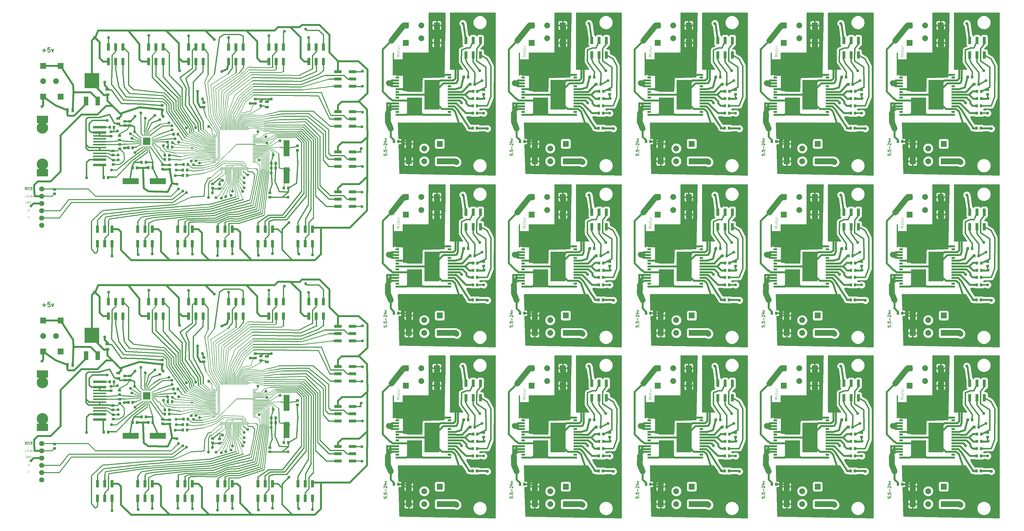
<source format=gtl>
G04 (created by PCBNEW (2013-08-24 BZR 4298)-stable) date Tue 18 Feb 2014 09:28:51 PM PST*
%MOIN*%
G04 Gerber Fmt 3.4, Leading zero omitted, Abs format*
%FSLAX34Y34*%
G01*
G70*
G90*
G04 APERTURE LIST*
%ADD10C,0.005906*%
%ADD11C,0.009843*%
%ADD12C,0.004921*%
%ADD13C,0.006890*%
%ADD14C,0.003937*%
%ADD15C,0.011811*%
%ADD16C,0.080000*%
%ADD17R,0.078700X0.078700*%
%ADD18R,0.051181X0.026378*%
%ADD19R,0.206693X0.245276*%
%ADD20R,0.206693X0.405512*%
%ADD21C,0.020000*%
%ADD22R,0.039000X0.100000*%
%ADD23R,0.035400X0.039400*%
%ADD24R,0.039400X0.035400*%
%ADD25R,0.082677X0.220472*%
%ADD26R,0.220472X0.082677*%
%ADD27R,0.055000X0.035000*%
%ADD28R,0.035000X0.055000*%
%ADD29R,0.005906X0.039400*%
%ADD30R,0.039400X0.005906*%
%ADD31R,0.098400X0.098400*%
%ADD32O,0.009800X0.031500*%
%ADD33O,0.031500X0.009800*%
%ADD34C,0.023622*%
%ADD35R,0.060000X0.120000*%
%ADD36R,0.200000X0.210000*%
%ADD37R,0.181102X0.031890*%
%ADD38R,0.181102X0.024016*%
%ADD39C,0.157480*%
%ADD40R,0.153543X0.098425*%
%ADD41C,0.078700*%
%ADD42C,0.070866*%
%ADD43R,0.100000X0.039000*%
%ADD44C,0.040000*%
%ADD45C,0.027559*%
%ADD46C,0.019685*%
%ADD47C,0.027559*%
%ADD48C,0.007874*%
%ADD49C,0.015748*%
%ADD50C,0.007087*%
%ADD51C,0.078740*%
%ADD52C,0.010000*%
G04 APERTURE END LIST*
G54D10*
G54D11*
X140670Y-33436D02*
X140670Y-33623D01*
X140857Y-33642D01*
X140838Y-33623D01*
X140820Y-33586D01*
X140820Y-33492D01*
X140838Y-33455D01*
X140857Y-33436D01*
X140895Y-33417D01*
X140988Y-33417D01*
X141026Y-33436D01*
X141045Y-33455D01*
X141063Y-33492D01*
X141063Y-33586D01*
X141045Y-33623D01*
X141026Y-33642D01*
X141026Y-33248D02*
X141045Y-33230D01*
X141063Y-33248D01*
X141045Y-33267D01*
X141026Y-33248D01*
X141063Y-33248D01*
X140670Y-32874D02*
X140670Y-33061D01*
X140857Y-33080D01*
X140838Y-33061D01*
X140820Y-33023D01*
X140820Y-32930D01*
X140838Y-32892D01*
X140857Y-32874D01*
X140895Y-32855D01*
X140988Y-32855D01*
X141026Y-32874D01*
X141045Y-32892D01*
X141063Y-32930D01*
X141063Y-33023D01*
X141045Y-33061D01*
X141026Y-33080D01*
X140913Y-32686D02*
X140913Y-32386D01*
X140707Y-32217D02*
X140688Y-32199D01*
X140670Y-32161D01*
X140670Y-32067D01*
X140688Y-32030D01*
X140707Y-32011D01*
X140745Y-31992D01*
X140782Y-31992D01*
X140838Y-32011D01*
X141063Y-32236D01*
X141063Y-31992D01*
X140801Y-31655D02*
X141063Y-31655D01*
X140651Y-31749D02*
X140932Y-31842D01*
X140932Y-31599D01*
X140801Y-31486D02*
X141063Y-31392D01*
X140801Y-31299D01*
G54D12*
X142835Y-20013D02*
X142441Y-20013D01*
X142723Y-19881D01*
X142441Y-19750D01*
X142835Y-19750D01*
X142835Y-19506D02*
X142816Y-19544D01*
X142798Y-19563D01*
X142760Y-19581D01*
X142648Y-19581D01*
X142610Y-19563D01*
X142591Y-19544D01*
X142573Y-19506D01*
X142573Y-19450D01*
X142591Y-19413D01*
X142610Y-19394D01*
X142648Y-19375D01*
X142760Y-19375D01*
X142798Y-19394D01*
X142816Y-19413D01*
X142835Y-19450D01*
X142835Y-19506D01*
X142573Y-19263D02*
X142573Y-19113D01*
X142441Y-19206D02*
X142779Y-19206D01*
X142816Y-19188D01*
X142835Y-19150D01*
X142835Y-19113D01*
X142835Y-18925D02*
X142816Y-18963D01*
X142798Y-18982D01*
X142760Y-19000D01*
X142648Y-19000D01*
X142610Y-18982D01*
X142591Y-18963D01*
X142573Y-18925D01*
X142573Y-18869D01*
X142591Y-18832D01*
X142610Y-18813D01*
X142648Y-18794D01*
X142760Y-18794D01*
X142798Y-18813D01*
X142816Y-18832D01*
X142835Y-18869D01*
X142835Y-18925D01*
X142835Y-18625D02*
X142573Y-18625D01*
X142648Y-18625D02*
X142610Y-18607D01*
X142591Y-18588D01*
X142573Y-18550D01*
X142573Y-18513D01*
X142835Y-20013D02*
X142441Y-20013D01*
X142723Y-19881D01*
X142441Y-19750D01*
X142835Y-19750D01*
X142835Y-19506D02*
X142816Y-19544D01*
X142798Y-19563D01*
X142760Y-19581D01*
X142648Y-19581D01*
X142610Y-19563D01*
X142591Y-19544D01*
X142573Y-19506D01*
X142573Y-19450D01*
X142591Y-19413D01*
X142610Y-19394D01*
X142648Y-19375D01*
X142760Y-19375D01*
X142798Y-19394D01*
X142816Y-19413D01*
X142835Y-19450D01*
X142835Y-19506D01*
X142573Y-19263D02*
X142573Y-19113D01*
X142441Y-19206D02*
X142779Y-19206D01*
X142816Y-19188D01*
X142835Y-19150D01*
X142835Y-19113D01*
X142835Y-18925D02*
X142816Y-18963D01*
X142798Y-18982D01*
X142760Y-19000D01*
X142648Y-19000D01*
X142610Y-18982D01*
X142591Y-18963D01*
X142573Y-18925D01*
X142573Y-18869D01*
X142591Y-18832D01*
X142610Y-18813D01*
X142648Y-18794D01*
X142760Y-18794D01*
X142798Y-18813D01*
X142816Y-18832D01*
X142835Y-18869D01*
X142835Y-18925D01*
X142835Y-18625D02*
X142573Y-18625D01*
X142648Y-18625D02*
X142610Y-18607D01*
X142591Y-18588D01*
X142573Y-18550D01*
X142573Y-18513D01*
G54D11*
X140670Y-33436D02*
X140670Y-33623D01*
X140857Y-33642D01*
X140838Y-33623D01*
X140820Y-33586D01*
X140820Y-33492D01*
X140838Y-33455D01*
X140857Y-33436D01*
X140895Y-33417D01*
X140988Y-33417D01*
X141026Y-33436D01*
X141045Y-33455D01*
X141063Y-33492D01*
X141063Y-33586D01*
X141045Y-33623D01*
X141026Y-33642D01*
X141026Y-33248D02*
X141045Y-33230D01*
X141063Y-33248D01*
X141045Y-33267D01*
X141026Y-33248D01*
X141063Y-33248D01*
X140670Y-32874D02*
X140670Y-33061D01*
X140857Y-33080D01*
X140838Y-33061D01*
X140820Y-33023D01*
X140820Y-32930D01*
X140838Y-32892D01*
X140857Y-32874D01*
X140895Y-32855D01*
X140988Y-32855D01*
X141026Y-32874D01*
X141045Y-32892D01*
X141063Y-32930D01*
X141063Y-33023D01*
X141045Y-33061D01*
X141026Y-33080D01*
X140913Y-32686D02*
X140913Y-32386D01*
X140707Y-32217D02*
X140688Y-32199D01*
X140670Y-32161D01*
X140670Y-32067D01*
X140688Y-32030D01*
X140707Y-32011D01*
X140745Y-31992D01*
X140782Y-31992D01*
X140838Y-32011D01*
X141063Y-32236D01*
X141063Y-31992D01*
X140801Y-31655D02*
X141063Y-31655D01*
X140651Y-31749D02*
X140932Y-31842D01*
X140932Y-31599D01*
X140801Y-31486D02*
X141063Y-31392D01*
X140801Y-31299D01*
X140670Y-57058D02*
X140670Y-57245D01*
X140857Y-57264D01*
X140838Y-57245D01*
X140820Y-57208D01*
X140820Y-57114D01*
X140838Y-57077D01*
X140857Y-57058D01*
X140895Y-57039D01*
X140988Y-57039D01*
X141026Y-57058D01*
X141045Y-57077D01*
X141063Y-57114D01*
X141063Y-57208D01*
X141045Y-57245D01*
X141026Y-57264D01*
X141026Y-56871D02*
X141045Y-56852D01*
X141063Y-56871D01*
X141045Y-56889D01*
X141026Y-56871D01*
X141063Y-56871D01*
X140670Y-56496D02*
X140670Y-56683D01*
X140857Y-56702D01*
X140838Y-56683D01*
X140820Y-56646D01*
X140820Y-56552D01*
X140838Y-56514D01*
X140857Y-56496D01*
X140895Y-56477D01*
X140988Y-56477D01*
X141026Y-56496D01*
X141045Y-56514D01*
X141063Y-56552D01*
X141063Y-56646D01*
X141045Y-56683D01*
X141026Y-56702D01*
X140913Y-56308D02*
X140913Y-56008D01*
X140707Y-55839D02*
X140688Y-55821D01*
X140670Y-55783D01*
X140670Y-55689D01*
X140688Y-55652D01*
X140707Y-55633D01*
X140745Y-55614D01*
X140782Y-55614D01*
X140838Y-55633D01*
X141063Y-55858D01*
X141063Y-55614D01*
X140801Y-55277D02*
X141063Y-55277D01*
X140651Y-55371D02*
X140932Y-55464D01*
X140932Y-55221D01*
X140801Y-55108D02*
X141063Y-55014D01*
X140801Y-54921D01*
G54D12*
X142835Y-43635D02*
X142441Y-43635D01*
X142723Y-43503D01*
X142441Y-43372D01*
X142835Y-43372D01*
X142835Y-43128D02*
X142816Y-43166D01*
X142798Y-43185D01*
X142760Y-43203D01*
X142648Y-43203D01*
X142610Y-43185D01*
X142591Y-43166D01*
X142573Y-43128D01*
X142573Y-43072D01*
X142591Y-43035D01*
X142610Y-43016D01*
X142648Y-42997D01*
X142760Y-42997D01*
X142798Y-43016D01*
X142816Y-43035D01*
X142835Y-43072D01*
X142835Y-43128D01*
X142573Y-42885D02*
X142573Y-42735D01*
X142441Y-42829D02*
X142779Y-42829D01*
X142816Y-42810D01*
X142835Y-42772D01*
X142835Y-42735D01*
X142835Y-42547D02*
X142816Y-42585D01*
X142798Y-42604D01*
X142760Y-42622D01*
X142648Y-42622D01*
X142610Y-42604D01*
X142591Y-42585D01*
X142573Y-42547D01*
X142573Y-42491D01*
X142591Y-42454D01*
X142610Y-42435D01*
X142648Y-42416D01*
X142760Y-42416D01*
X142798Y-42435D01*
X142816Y-42454D01*
X142835Y-42491D01*
X142835Y-42547D01*
X142835Y-42247D02*
X142573Y-42247D01*
X142648Y-42247D02*
X142610Y-42229D01*
X142591Y-42210D01*
X142573Y-42172D01*
X142573Y-42135D01*
X142835Y-43635D02*
X142441Y-43635D01*
X142723Y-43503D01*
X142441Y-43372D01*
X142835Y-43372D01*
X142835Y-43128D02*
X142816Y-43166D01*
X142798Y-43185D01*
X142760Y-43203D01*
X142648Y-43203D01*
X142610Y-43185D01*
X142591Y-43166D01*
X142573Y-43128D01*
X142573Y-43072D01*
X142591Y-43035D01*
X142610Y-43016D01*
X142648Y-42997D01*
X142760Y-42997D01*
X142798Y-43016D01*
X142816Y-43035D01*
X142835Y-43072D01*
X142835Y-43128D01*
X142573Y-42885D02*
X142573Y-42735D01*
X142441Y-42829D02*
X142779Y-42829D01*
X142816Y-42810D01*
X142835Y-42772D01*
X142835Y-42735D01*
X142835Y-42547D02*
X142816Y-42585D01*
X142798Y-42604D01*
X142760Y-42622D01*
X142648Y-42622D01*
X142610Y-42604D01*
X142591Y-42585D01*
X142573Y-42547D01*
X142573Y-42491D01*
X142591Y-42454D01*
X142610Y-42435D01*
X142648Y-42416D01*
X142760Y-42416D01*
X142798Y-42435D01*
X142816Y-42454D01*
X142835Y-42491D01*
X142835Y-42547D01*
X142835Y-42247D02*
X142573Y-42247D01*
X142648Y-42247D02*
X142610Y-42229D01*
X142591Y-42210D01*
X142573Y-42172D01*
X142573Y-42135D01*
G54D11*
X140670Y-57058D02*
X140670Y-57245D01*
X140857Y-57264D01*
X140838Y-57245D01*
X140820Y-57208D01*
X140820Y-57114D01*
X140838Y-57077D01*
X140857Y-57058D01*
X140895Y-57039D01*
X140988Y-57039D01*
X141026Y-57058D01*
X141045Y-57077D01*
X141063Y-57114D01*
X141063Y-57208D01*
X141045Y-57245D01*
X141026Y-57264D01*
X141026Y-56871D02*
X141045Y-56852D01*
X141063Y-56871D01*
X141045Y-56889D01*
X141026Y-56871D01*
X141063Y-56871D01*
X140670Y-56496D02*
X140670Y-56683D01*
X140857Y-56702D01*
X140838Y-56683D01*
X140820Y-56646D01*
X140820Y-56552D01*
X140838Y-56514D01*
X140857Y-56496D01*
X140895Y-56477D01*
X140988Y-56477D01*
X141026Y-56496D01*
X141045Y-56514D01*
X141063Y-56552D01*
X141063Y-56646D01*
X141045Y-56683D01*
X141026Y-56702D01*
X140913Y-56308D02*
X140913Y-56008D01*
X140707Y-55839D02*
X140688Y-55821D01*
X140670Y-55783D01*
X140670Y-55689D01*
X140688Y-55652D01*
X140707Y-55633D01*
X140745Y-55614D01*
X140782Y-55614D01*
X140838Y-55633D01*
X141063Y-55858D01*
X141063Y-55614D01*
X140801Y-55277D02*
X141063Y-55277D01*
X140651Y-55371D02*
X140932Y-55464D01*
X140932Y-55221D01*
X140801Y-55108D02*
X141063Y-55014D01*
X140801Y-54921D01*
X140670Y-80601D02*
X140670Y-80789D01*
X140857Y-80808D01*
X140838Y-80789D01*
X140820Y-80751D01*
X140820Y-80658D01*
X140838Y-80620D01*
X140857Y-80601D01*
X140895Y-80583D01*
X140988Y-80583D01*
X141026Y-80601D01*
X141045Y-80620D01*
X141063Y-80658D01*
X141063Y-80751D01*
X141045Y-80789D01*
X141026Y-80808D01*
X141026Y-80414D02*
X141045Y-80395D01*
X141063Y-80414D01*
X141045Y-80433D01*
X141026Y-80414D01*
X141063Y-80414D01*
X140670Y-80039D02*
X140670Y-80226D01*
X140857Y-80245D01*
X140838Y-80226D01*
X140820Y-80189D01*
X140820Y-80095D01*
X140838Y-80058D01*
X140857Y-80039D01*
X140895Y-80020D01*
X140988Y-80020D01*
X141026Y-80039D01*
X141045Y-80058D01*
X141063Y-80095D01*
X141063Y-80189D01*
X141045Y-80226D01*
X141026Y-80245D01*
X140913Y-79851D02*
X140913Y-79551D01*
X140707Y-79383D02*
X140688Y-79364D01*
X140670Y-79326D01*
X140670Y-79233D01*
X140688Y-79195D01*
X140707Y-79176D01*
X140745Y-79158D01*
X140782Y-79158D01*
X140838Y-79176D01*
X141063Y-79401D01*
X141063Y-79158D01*
X140801Y-78820D02*
X141063Y-78820D01*
X140651Y-78914D02*
X140932Y-79008D01*
X140932Y-78764D01*
X140801Y-78652D02*
X141063Y-78558D01*
X140801Y-78464D01*
G54D12*
X142835Y-67178D02*
X142441Y-67178D01*
X142723Y-67047D01*
X142441Y-66916D01*
X142835Y-66916D01*
X142835Y-66672D02*
X142816Y-66709D01*
X142798Y-66728D01*
X142760Y-66747D01*
X142648Y-66747D01*
X142610Y-66728D01*
X142591Y-66709D01*
X142573Y-66672D01*
X142573Y-66616D01*
X142591Y-66578D01*
X142610Y-66559D01*
X142648Y-66541D01*
X142760Y-66541D01*
X142798Y-66559D01*
X142816Y-66578D01*
X142835Y-66616D01*
X142835Y-66672D01*
X142573Y-66428D02*
X142573Y-66278D01*
X142441Y-66372D02*
X142779Y-66372D01*
X142816Y-66353D01*
X142835Y-66316D01*
X142835Y-66278D01*
X142835Y-66091D02*
X142816Y-66128D01*
X142798Y-66147D01*
X142760Y-66166D01*
X142648Y-66166D01*
X142610Y-66147D01*
X142591Y-66128D01*
X142573Y-66091D01*
X142573Y-66034D01*
X142591Y-65997D01*
X142610Y-65978D01*
X142648Y-65959D01*
X142760Y-65959D01*
X142798Y-65978D01*
X142816Y-65997D01*
X142835Y-66034D01*
X142835Y-66091D01*
X142835Y-65791D02*
X142573Y-65791D01*
X142648Y-65791D02*
X142610Y-65772D01*
X142591Y-65753D01*
X142573Y-65716D01*
X142573Y-65678D01*
X142835Y-67178D02*
X142441Y-67178D01*
X142723Y-67047D01*
X142441Y-66916D01*
X142835Y-66916D01*
X142835Y-66672D02*
X142816Y-66709D01*
X142798Y-66728D01*
X142760Y-66747D01*
X142648Y-66747D01*
X142610Y-66728D01*
X142591Y-66709D01*
X142573Y-66672D01*
X142573Y-66616D01*
X142591Y-66578D01*
X142610Y-66559D01*
X142648Y-66541D01*
X142760Y-66541D01*
X142798Y-66559D01*
X142816Y-66578D01*
X142835Y-66616D01*
X142835Y-66672D01*
X142573Y-66428D02*
X142573Y-66278D01*
X142441Y-66372D02*
X142779Y-66372D01*
X142816Y-66353D01*
X142835Y-66316D01*
X142835Y-66278D01*
X142835Y-66091D02*
X142816Y-66128D01*
X142798Y-66147D01*
X142760Y-66166D01*
X142648Y-66166D01*
X142610Y-66147D01*
X142591Y-66128D01*
X142573Y-66091D01*
X142573Y-66034D01*
X142591Y-65997D01*
X142610Y-65978D01*
X142648Y-65959D01*
X142760Y-65959D01*
X142798Y-65978D01*
X142816Y-65997D01*
X142835Y-66034D01*
X142835Y-66091D01*
X142835Y-65791D02*
X142573Y-65791D01*
X142648Y-65791D02*
X142610Y-65772D01*
X142591Y-65753D01*
X142573Y-65716D01*
X142573Y-65678D01*
G54D11*
X140670Y-80601D02*
X140670Y-80789D01*
X140857Y-80808D01*
X140838Y-80789D01*
X140820Y-80751D01*
X140820Y-80658D01*
X140838Y-80620D01*
X140857Y-80601D01*
X140895Y-80583D01*
X140988Y-80583D01*
X141026Y-80601D01*
X141045Y-80620D01*
X141063Y-80658D01*
X141063Y-80751D01*
X141045Y-80789D01*
X141026Y-80808D01*
X141026Y-80414D02*
X141045Y-80395D01*
X141063Y-80414D01*
X141045Y-80433D01*
X141026Y-80414D01*
X141063Y-80414D01*
X140670Y-80039D02*
X140670Y-80226D01*
X140857Y-80245D01*
X140838Y-80226D01*
X140820Y-80189D01*
X140820Y-80095D01*
X140838Y-80058D01*
X140857Y-80039D01*
X140895Y-80020D01*
X140988Y-80020D01*
X141026Y-80039D01*
X141045Y-80058D01*
X141063Y-80095D01*
X141063Y-80189D01*
X141045Y-80226D01*
X141026Y-80245D01*
X140913Y-79851D02*
X140913Y-79551D01*
X140707Y-79383D02*
X140688Y-79364D01*
X140670Y-79326D01*
X140670Y-79233D01*
X140688Y-79195D01*
X140707Y-79176D01*
X140745Y-79158D01*
X140782Y-79158D01*
X140838Y-79176D01*
X141063Y-79401D01*
X141063Y-79158D01*
X140801Y-78820D02*
X141063Y-78820D01*
X140651Y-78914D02*
X140932Y-79008D01*
X140932Y-78764D01*
X140801Y-78652D02*
X141063Y-78558D01*
X140801Y-78464D01*
X106024Y-33436D02*
X106024Y-33623D01*
X106212Y-33642D01*
X106193Y-33623D01*
X106174Y-33586D01*
X106174Y-33492D01*
X106193Y-33455D01*
X106212Y-33436D01*
X106249Y-33417D01*
X106343Y-33417D01*
X106380Y-33436D01*
X106399Y-33455D01*
X106418Y-33492D01*
X106418Y-33586D01*
X106399Y-33623D01*
X106380Y-33642D01*
X106380Y-33248D02*
X106399Y-33230D01*
X106418Y-33248D01*
X106399Y-33267D01*
X106380Y-33248D01*
X106418Y-33248D01*
X106024Y-32874D02*
X106024Y-33061D01*
X106212Y-33080D01*
X106193Y-33061D01*
X106174Y-33023D01*
X106174Y-32930D01*
X106193Y-32892D01*
X106212Y-32874D01*
X106249Y-32855D01*
X106343Y-32855D01*
X106380Y-32874D01*
X106399Y-32892D01*
X106418Y-32930D01*
X106418Y-33023D01*
X106399Y-33061D01*
X106380Y-33080D01*
X106268Y-32686D02*
X106268Y-32386D01*
X106062Y-32217D02*
X106043Y-32199D01*
X106024Y-32161D01*
X106024Y-32067D01*
X106043Y-32030D01*
X106062Y-32011D01*
X106099Y-31992D01*
X106137Y-31992D01*
X106193Y-32011D01*
X106418Y-32236D01*
X106418Y-31992D01*
X106155Y-31655D02*
X106418Y-31655D01*
X106005Y-31749D02*
X106287Y-31842D01*
X106287Y-31599D01*
X106155Y-31486D02*
X106418Y-31392D01*
X106155Y-31299D01*
G54D12*
X108189Y-20013D02*
X107796Y-20013D01*
X108077Y-19881D01*
X107796Y-19750D01*
X108189Y-19750D01*
X108189Y-19506D02*
X108171Y-19544D01*
X108152Y-19563D01*
X108114Y-19581D01*
X108002Y-19581D01*
X107964Y-19563D01*
X107946Y-19544D01*
X107927Y-19506D01*
X107927Y-19450D01*
X107946Y-19413D01*
X107964Y-19394D01*
X108002Y-19375D01*
X108114Y-19375D01*
X108152Y-19394D01*
X108171Y-19413D01*
X108189Y-19450D01*
X108189Y-19506D01*
X107927Y-19263D02*
X107927Y-19113D01*
X107796Y-19206D02*
X108133Y-19206D01*
X108171Y-19188D01*
X108189Y-19150D01*
X108189Y-19113D01*
X108189Y-18925D02*
X108171Y-18963D01*
X108152Y-18982D01*
X108114Y-19000D01*
X108002Y-19000D01*
X107964Y-18982D01*
X107946Y-18963D01*
X107927Y-18925D01*
X107927Y-18869D01*
X107946Y-18832D01*
X107964Y-18813D01*
X108002Y-18794D01*
X108114Y-18794D01*
X108152Y-18813D01*
X108171Y-18832D01*
X108189Y-18869D01*
X108189Y-18925D01*
X108189Y-18625D02*
X107927Y-18625D01*
X108002Y-18625D02*
X107964Y-18607D01*
X107946Y-18588D01*
X107927Y-18550D01*
X107927Y-18513D01*
X108189Y-20013D02*
X107796Y-20013D01*
X108077Y-19881D01*
X107796Y-19750D01*
X108189Y-19750D01*
X108189Y-19506D02*
X108171Y-19544D01*
X108152Y-19563D01*
X108114Y-19581D01*
X108002Y-19581D01*
X107964Y-19563D01*
X107946Y-19544D01*
X107927Y-19506D01*
X107927Y-19450D01*
X107946Y-19413D01*
X107964Y-19394D01*
X108002Y-19375D01*
X108114Y-19375D01*
X108152Y-19394D01*
X108171Y-19413D01*
X108189Y-19450D01*
X108189Y-19506D01*
X107927Y-19263D02*
X107927Y-19113D01*
X107796Y-19206D02*
X108133Y-19206D01*
X108171Y-19188D01*
X108189Y-19150D01*
X108189Y-19113D01*
X108189Y-18925D02*
X108171Y-18963D01*
X108152Y-18982D01*
X108114Y-19000D01*
X108002Y-19000D01*
X107964Y-18982D01*
X107946Y-18963D01*
X107927Y-18925D01*
X107927Y-18869D01*
X107946Y-18832D01*
X107964Y-18813D01*
X108002Y-18794D01*
X108114Y-18794D01*
X108152Y-18813D01*
X108171Y-18832D01*
X108189Y-18869D01*
X108189Y-18925D01*
X108189Y-18625D02*
X107927Y-18625D01*
X108002Y-18625D02*
X107964Y-18607D01*
X107946Y-18588D01*
X107927Y-18550D01*
X107927Y-18513D01*
G54D11*
X106024Y-33436D02*
X106024Y-33623D01*
X106212Y-33642D01*
X106193Y-33623D01*
X106174Y-33586D01*
X106174Y-33492D01*
X106193Y-33455D01*
X106212Y-33436D01*
X106249Y-33417D01*
X106343Y-33417D01*
X106380Y-33436D01*
X106399Y-33455D01*
X106418Y-33492D01*
X106418Y-33586D01*
X106399Y-33623D01*
X106380Y-33642D01*
X106380Y-33248D02*
X106399Y-33230D01*
X106418Y-33248D01*
X106399Y-33267D01*
X106380Y-33248D01*
X106418Y-33248D01*
X106024Y-32874D02*
X106024Y-33061D01*
X106212Y-33080D01*
X106193Y-33061D01*
X106174Y-33023D01*
X106174Y-32930D01*
X106193Y-32892D01*
X106212Y-32874D01*
X106249Y-32855D01*
X106343Y-32855D01*
X106380Y-32874D01*
X106399Y-32892D01*
X106418Y-32930D01*
X106418Y-33023D01*
X106399Y-33061D01*
X106380Y-33080D01*
X106268Y-32686D02*
X106268Y-32386D01*
X106062Y-32217D02*
X106043Y-32199D01*
X106024Y-32161D01*
X106024Y-32067D01*
X106043Y-32030D01*
X106062Y-32011D01*
X106099Y-31992D01*
X106137Y-31992D01*
X106193Y-32011D01*
X106418Y-32236D01*
X106418Y-31992D01*
X106155Y-31655D02*
X106418Y-31655D01*
X106005Y-31749D02*
X106287Y-31842D01*
X106287Y-31599D01*
X106155Y-31486D02*
X106418Y-31392D01*
X106155Y-31299D01*
X106024Y-57058D02*
X106024Y-57245D01*
X106212Y-57264D01*
X106193Y-57245D01*
X106174Y-57208D01*
X106174Y-57114D01*
X106193Y-57077D01*
X106212Y-57058D01*
X106249Y-57039D01*
X106343Y-57039D01*
X106380Y-57058D01*
X106399Y-57077D01*
X106418Y-57114D01*
X106418Y-57208D01*
X106399Y-57245D01*
X106380Y-57264D01*
X106380Y-56871D02*
X106399Y-56852D01*
X106418Y-56871D01*
X106399Y-56889D01*
X106380Y-56871D01*
X106418Y-56871D01*
X106024Y-56496D02*
X106024Y-56683D01*
X106212Y-56702D01*
X106193Y-56683D01*
X106174Y-56646D01*
X106174Y-56552D01*
X106193Y-56514D01*
X106212Y-56496D01*
X106249Y-56477D01*
X106343Y-56477D01*
X106380Y-56496D01*
X106399Y-56514D01*
X106418Y-56552D01*
X106418Y-56646D01*
X106399Y-56683D01*
X106380Y-56702D01*
X106268Y-56308D02*
X106268Y-56008D01*
X106062Y-55839D02*
X106043Y-55821D01*
X106024Y-55783D01*
X106024Y-55689D01*
X106043Y-55652D01*
X106062Y-55633D01*
X106099Y-55614D01*
X106137Y-55614D01*
X106193Y-55633D01*
X106418Y-55858D01*
X106418Y-55614D01*
X106155Y-55277D02*
X106418Y-55277D01*
X106005Y-55371D02*
X106287Y-55464D01*
X106287Y-55221D01*
X106155Y-55108D02*
X106418Y-55014D01*
X106155Y-54921D01*
G54D12*
X108189Y-43635D02*
X107796Y-43635D01*
X108077Y-43503D01*
X107796Y-43372D01*
X108189Y-43372D01*
X108189Y-43128D02*
X108171Y-43166D01*
X108152Y-43185D01*
X108114Y-43203D01*
X108002Y-43203D01*
X107964Y-43185D01*
X107946Y-43166D01*
X107927Y-43128D01*
X107927Y-43072D01*
X107946Y-43035D01*
X107964Y-43016D01*
X108002Y-42997D01*
X108114Y-42997D01*
X108152Y-43016D01*
X108171Y-43035D01*
X108189Y-43072D01*
X108189Y-43128D01*
X107927Y-42885D02*
X107927Y-42735D01*
X107796Y-42829D02*
X108133Y-42829D01*
X108171Y-42810D01*
X108189Y-42772D01*
X108189Y-42735D01*
X108189Y-42547D02*
X108171Y-42585D01*
X108152Y-42604D01*
X108114Y-42622D01*
X108002Y-42622D01*
X107964Y-42604D01*
X107946Y-42585D01*
X107927Y-42547D01*
X107927Y-42491D01*
X107946Y-42454D01*
X107964Y-42435D01*
X108002Y-42416D01*
X108114Y-42416D01*
X108152Y-42435D01*
X108171Y-42454D01*
X108189Y-42491D01*
X108189Y-42547D01*
X108189Y-42247D02*
X107927Y-42247D01*
X108002Y-42247D02*
X107964Y-42229D01*
X107946Y-42210D01*
X107927Y-42172D01*
X107927Y-42135D01*
X108189Y-43635D02*
X107796Y-43635D01*
X108077Y-43503D01*
X107796Y-43372D01*
X108189Y-43372D01*
X108189Y-43128D02*
X108171Y-43166D01*
X108152Y-43185D01*
X108114Y-43203D01*
X108002Y-43203D01*
X107964Y-43185D01*
X107946Y-43166D01*
X107927Y-43128D01*
X107927Y-43072D01*
X107946Y-43035D01*
X107964Y-43016D01*
X108002Y-42997D01*
X108114Y-42997D01*
X108152Y-43016D01*
X108171Y-43035D01*
X108189Y-43072D01*
X108189Y-43128D01*
X107927Y-42885D02*
X107927Y-42735D01*
X107796Y-42829D02*
X108133Y-42829D01*
X108171Y-42810D01*
X108189Y-42772D01*
X108189Y-42735D01*
X108189Y-42547D02*
X108171Y-42585D01*
X108152Y-42604D01*
X108114Y-42622D01*
X108002Y-42622D01*
X107964Y-42604D01*
X107946Y-42585D01*
X107927Y-42547D01*
X107927Y-42491D01*
X107946Y-42454D01*
X107964Y-42435D01*
X108002Y-42416D01*
X108114Y-42416D01*
X108152Y-42435D01*
X108171Y-42454D01*
X108189Y-42491D01*
X108189Y-42547D01*
X108189Y-42247D02*
X107927Y-42247D01*
X108002Y-42247D02*
X107964Y-42229D01*
X107946Y-42210D01*
X107927Y-42172D01*
X107927Y-42135D01*
G54D11*
X106024Y-57058D02*
X106024Y-57245D01*
X106212Y-57264D01*
X106193Y-57245D01*
X106174Y-57208D01*
X106174Y-57114D01*
X106193Y-57077D01*
X106212Y-57058D01*
X106249Y-57039D01*
X106343Y-57039D01*
X106380Y-57058D01*
X106399Y-57077D01*
X106418Y-57114D01*
X106418Y-57208D01*
X106399Y-57245D01*
X106380Y-57264D01*
X106380Y-56871D02*
X106399Y-56852D01*
X106418Y-56871D01*
X106399Y-56889D01*
X106380Y-56871D01*
X106418Y-56871D01*
X106024Y-56496D02*
X106024Y-56683D01*
X106212Y-56702D01*
X106193Y-56683D01*
X106174Y-56646D01*
X106174Y-56552D01*
X106193Y-56514D01*
X106212Y-56496D01*
X106249Y-56477D01*
X106343Y-56477D01*
X106380Y-56496D01*
X106399Y-56514D01*
X106418Y-56552D01*
X106418Y-56646D01*
X106399Y-56683D01*
X106380Y-56702D01*
X106268Y-56308D02*
X106268Y-56008D01*
X106062Y-55839D02*
X106043Y-55821D01*
X106024Y-55783D01*
X106024Y-55689D01*
X106043Y-55652D01*
X106062Y-55633D01*
X106099Y-55614D01*
X106137Y-55614D01*
X106193Y-55633D01*
X106418Y-55858D01*
X106418Y-55614D01*
X106155Y-55277D02*
X106418Y-55277D01*
X106005Y-55371D02*
X106287Y-55464D01*
X106287Y-55221D01*
X106155Y-55108D02*
X106418Y-55014D01*
X106155Y-54921D01*
X106024Y-80601D02*
X106024Y-80789D01*
X106212Y-80808D01*
X106193Y-80789D01*
X106174Y-80751D01*
X106174Y-80658D01*
X106193Y-80620D01*
X106212Y-80601D01*
X106249Y-80583D01*
X106343Y-80583D01*
X106380Y-80601D01*
X106399Y-80620D01*
X106418Y-80658D01*
X106418Y-80751D01*
X106399Y-80789D01*
X106380Y-80808D01*
X106380Y-80414D02*
X106399Y-80395D01*
X106418Y-80414D01*
X106399Y-80433D01*
X106380Y-80414D01*
X106418Y-80414D01*
X106024Y-80039D02*
X106024Y-80226D01*
X106212Y-80245D01*
X106193Y-80226D01*
X106174Y-80189D01*
X106174Y-80095D01*
X106193Y-80058D01*
X106212Y-80039D01*
X106249Y-80020D01*
X106343Y-80020D01*
X106380Y-80039D01*
X106399Y-80058D01*
X106418Y-80095D01*
X106418Y-80189D01*
X106399Y-80226D01*
X106380Y-80245D01*
X106268Y-79851D02*
X106268Y-79551D01*
X106062Y-79383D02*
X106043Y-79364D01*
X106024Y-79326D01*
X106024Y-79233D01*
X106043Y-79195D01*
X106062Y-79176D01*
X106099Y-79158D01*
X106137Y-79158D01*
X106193Y-79176D01*
X106418Y-79401D01*
X106418Y-79158D01*
X106155Y-78820D02*
X106418Y-78820D01*
X106005Y-78914D02*
X106287Y-79008D01*
X106287Y-78764D01*
X106155Y-78652D02*
X106418Y-78558D01*
X106155Y-78464D01*
G54D12*
X108189Y-67178D02*
X107796Y-67178D01*
X108077Y-67047D01*
X107796Y-66916D01*
X108189Y-66916D01*
X108189Y-66672D02*
X108171Y-66709D01*
X108152Y-66728D01*
X108114Y-66747D01*
X108002Y-66747D01*
X107964Y-66728D01*
X107946Y-66709D01*
X107927Y-66672D01*
X107927Y-66616D01*
X107946Y-66578D01*
X107964Y-66559D01*
X108002Y-66541D01*
X108114Y-66541D01*
X108152Y-66559D01*
X108171Y-66578D01*
X108189Y-66616D01*
X108189Y-66672D01*
X107927Y-66428D02*
X107927Y-66278D01*
X107796Y-66372D02*
X108133Y-66372D01*
X108171Y-66353D01*
X108189Y-66316D01*
X108189Y-66278D01*
X108189Y-66091D02*
X108171Y-66128D01*
X108152Y-66147D01*
X108114Y-66166D01*
X108002Y-66166D01*
X107964Y-66147D01*
X107946Y-66128D01*
X107927Y-66091D01*
X107927Y-66034D01*
X107946Y-65997D01*
X107964Y-65978D01*
X108002Y-65959D01*
X108114Y-65959D01*
X108152Y-65978D01*
X108171Y-65997D01*
X108189Y-66034D01*
X108189Y-66091D01*
X108189Y-65791D02*
X107927Y-65791D01*
X108002Y-65791D02*
X107964Y-65772D01*
X107946Y-65753D01*
X107927Y-65716D01*
X107927Y-65678D01*
X108189Y-67178D02*
X107796Y-67178D01*
X108077Y-67047D01*
X107796Y-66916D01*
X108189Y-66916D01*
X108189Y-66672D02*
X108171Y-66709D01*
X108152Y-66728D01*
X108114Y-66747D01*
X108002Y-66747D01*
X107964Y-66728D01*
X107946Y-66709D01*
X107927Y-66672D01*
X107927Y-66616D01*
X107946Y-66578D01*
X107964Y-66559D01*
X108002Y-66541D01*
X108114Y-66541D01*
X108152Y-66559D01*
X108171Y-66578D01*
X108189Y-66616D01*
X108189Y-66672D01*
X107927Y-66428D02*
X107927Y-66278D01*
X107796Y-66372D02*
X108133Y-66372D01*
X108171Y-66353D01*
X108189Y-66316D01*
X108189Y-66278D01*
X108189Y-66091D02*
X108171Y-66128D01*
X108152Y-66147D01*
X108114Y-66166D01*
X108002Y-66166D01*
X107964Y-66147D01*
X107946Y-66128D01*
X107927Y-66091D01*
X107927Y-66034D01*
X107946Y-65997D01*
X107964Y-65978D01*
X108002Y-65959D01*
X108114Y-65959D01*
X108152Y-65978D01*
X108171Y-65997D01*
X108189Y-66034D01*
X108189Y-66091D01*
X108189Y-65791D02*
X107927Y-65791D01*
X108002Y-65791D02*
X107964Y-65772D01*
X107946Y-65753D01*
X107927Y-65716D01*
X107927Y-65678D01*
G54D11*
X106024Y-80601D02*
X106024Y-80789D01*
X106212Y-80808D01*
X106193Y-80789D01*
X106174Y-80751D01*
X106174Y-80658D01*
X106193Y-80620D01*
X106212Y-80601D01*
X106249Y-80583D01*
X106343Y-80583D01*
X106380Y-80601D01*
X106399Y-80620D01*
X106418Y-80658D01*
X106418Y-80751D01*
X106399Y-80789D01*
X106380Y-80808D01*
X106380Y-80414D02*
X106399Y-80395D01*
X106418Y-80414D01*
X106399Y-80433D01*
X106380Y-80414D01*
X106418Y-80414D01*
X106024Y-80039D02*
X106024Y-80226D01*
X106212Y-80245D01*
X106193Y-80226D01*
X106174Y-80189D01*
X106174Y-80095D01*
X106193Y-80058D01*
X106212Y-80039D01*
X106249Y-80020D01*
X106343Y-80020D01*
X106380Y-80039D01*
X106399Y-80058D01*
X106418Y-80095D01*
X106418Y-80189D01*
X106399Y-80226D01*
X106380Y-80245D01*
X106268Y-79851D02*
X106268Y-79551D01*
X106062Y-79383D02*
X106043Y-79364D01*
X106024Y-79326D01*
X106024Y-79233D01*
X106043Y-79195D01*
X106062Y-79176D01*
X106099Y-79158D01*
X106137Y-79158D01*
X106193Y-79176D01*
X106418Y-79401D01*
X106418Y-79158D01*
X106155Y-78820D02*
X106418Y-78820D01*
X106005Y-78914D02*
X106287Y-79008D01*
X106287Y-78764D01*
X106155Y-78652D02*
X106418Y-78558D01*
X106155Y-78464D01*
X123347Y-80601D02*
X123347Y-80789D01*
X123534Y-80808D01*
X123516Y-80789D01*
X123497Y-80751D01*
X123497Y-80658D01*
X123516Y-80620D01*
X123534Y-80601D01*
X123572Y-80583D01*
X123666Y-80583D01*
X123703Y-80601D01*
X123722Y-80620D01*
X123741Y-80658D01*
X123741Y-80751D01*
X123722Y-80789D01*
X123703Y-80808D01*
X123703Y-80414D02*
X123722Y-80395D01*
X123741Y-80414D01*
X123722Y-80433D01*
X123703Y-80414D01*
X123741Y-80414D01*
X123347Y-80039D02*
X123347Y-80226D01*
X123534Y-80245D01*
X123516Y-80226D01*
X123497Y-80189D01*
X123497Y-80095D01*
X123516Y-80058D01*
X123534Y-80039D01*
X123572Y-80020D01*
X123666Y-80020D01*
X123703Y-80039D01*
X123722Y-80058D01*
X123741Y-80095D01*
X123741Y-80189D01*
X123722Y-80226D01*
X123703Y-80245D01*
X123591Y-79851D02*
X123591Y-79551D01*
X123384Y-79383D02*
X123366Y-79364D01*
X123347Y-79326D01*
X123347Y-79233D01*
X123366Y-79195D01*
X123384Y-79176D01*
X123422Y-79158D01*
X123459Y-79158D01*
X123516Y-79176D01*
X123741Y-79401D01*
X123741Y-79158D01*
X123478Y-78820D02*
X123741Y-78820D01*
X123328Y-78914D02*
X123609Y-79008D01*
X123609Y-78764D01*
X123478Y-78652D02*
X123741Y-78558D01*
X123478Y-78464D01*
G54D12*
X125512Y-67178D02*
X125119Y-67178D01*
X125400Y-67047D01*
X125119Y-66916D01*
X125512Y-66916D01*
X125512Y-66672D02*
X125494Y-66709D01*
X125475Y-66728D01*
X125437Y-66747D01*
X125325Y-66747D01*
X125287Y-66728D01*
X125269Y-66709D01*
X125250Y-66672D01*
X125250Y-66616D01*
X125269Y-66578D01*
X125287Y-66559D01*
X125325Y-66541D01*
X125437Y-66541D01*
X125475Y-66559D01*
X125494Y-66578D01*
X125512Y-66616D01*
X125512Y-66672D01*
X125250Y-66428D02*
X125250Y-66278D01*
X125119Y-66372D02*
X125456Y-66372D01*
X125494Y-66353D01*
X125512Y-66316D01*
X125512Y-66278D01*
X125512Y-66091D02*
X125494Y-66128D01*
X125475Y-66147D01*
X125437Y-66166D01*
X125325Y-66166D01*
X125287Y-66147D01*
X125269Y-66128D01*
X125250Y-66091D01*
X125250Y-66034D01*
X125269Y-65997D01*
X125287Y-65978D01*
X125325Y-65959D01*
X125437Y-65959D01*
X125475Y-65978D01*
X125494Y-65997D01*
X125512Y-66034D01*
X125512Y-66091D01*
X125512Y-65791D02*
X125250Y-65791D01*
X125325Y-65791D02*
X125287Y-65772D01*
X125269Y-65753D01*
X125250Y-65716D01*
X125250Y-65678D01*
X125512Y-67178D02*
X125119Y-67178D01*
X125400Y-67047D01*
X125119Y-66916D01*
X125512Y-66916D01*
X125512Y-66672D02*
X125494Y-66709D01*
X125475Y-66728D01*
X125437Y-66747D01*
X125325Y-66747D01*
X125287Y-66728D01*
X125269Y-66709D01*
X125250Y-66672D01*
X125250Y-66616D01*
X125269Y-66578D01*
X125287Y-66559D01*
X125325Y-66541D01*
X125437Y-66541D01*
X125475Y-66559D01*
X125494Y-66578D01*
X125512Y-66616D01*
X125512Y-66672D01*
X125250Y-66428D02*
X125250Y-66278D01*
X125119Y-66372D02*
X125456Y-66372D01*
X125494Y-66353D01*
X125512Y-66316D01*
X125512Y-66278D01*
X125512Y-66091D02*
X125494Y-66128D01*
X125475Y-66147D01*
X125437Y-66166D01*
X125325Y-66166D01*
X125287Y-66147D01*
X125269Y-66128D01*
X125250Y-66091D01*
X125250Y-66034D01*
X125269Y-65997D01*
X125287Y-65978D01*
X125325Y-65959D01*
X125437Y-65959D01*
X125475Y-65978D01*
X125494Y-65997D01*
X125512Y-66034D01*
X125512Y-66091D01*
X125512Y-65791D02*
X125250Y-65791D01*
X125325Y-65791D02*
X125287Y-65772D01*
X125269Y-65753D01*
X125250Y-65716D01*
X125250Y-65678D01*
G54D11*
X123347Y-80601D02*
X123347Y-80789D01*
X123534Y-80808D01*
X123516Y-80789D01*
X123497Y-80751D01*
X123497Y-80658D01*
X123516Y-80620D01*
X123534Y-80601D01*
X123572Y-80583D01*
X123666Y-80583D01*
X123703Y-80601D01*
X123722Y-80620D01*
X123741Y-80658D01*
X123741Y-80751D01*
X123722Y-80789D01*
X123703Y-80808D01*
X123703Y-80414D02*
X123722Y-80395D01*
X123741Y-80414D01*
X123722Y-80433D01*
X123703Y-80414D01*
X123741Y-80414D01*
X123347Y-80039D02*
X123347Y-80226D01*
X123534Y-80245D01*
X123516Y-80226D01*
X123497Y-80189D01*
X123497Y-80095D01*
X123516Y-80058D01*
X123534Y-80039D01*
X123572Y-80020D01*
X123666Y-80020D01*
X123703Y-80039D01*
X123722Y-80058D01*
X123741Y-80095D01*
X123741Y-80189D01*
X123722Y-80226D01*
X123703Y-80245D01*
X123591Y-79851D02*
X123591Y-79551D01*
X123384Y-79383D02*
X123366Y-79364D01*
X123347Y-79326D01*
X123347Y-79233D01*
X123366Y-79195D01*
X123384Y-79176D01*
X123422Y-79158D01*
X123459Y-79158D01*
X123516Y-79176D01*
X123741Y-79401D01*
X123741Y-79158D01*
X123478Y-78820D02*
X123741Y-78820D01*
X123328Y-78914D02*
X123609Y-79008D01*
X123609Y-78764D01*
X123478Y-78652D02*
X123741Y-78558D01*
X123478Y-78464D01*
X123347Y-57058D02*
X123347Y-57245D01*
X123534Y-57264D01*
X123516Y-57245D01*
X123497Y-57208D01*
X123497Y-57114D01*
X123516Y-57077D01*
X123534Y-57058D01*
X123572Y-57039D01*
X123666Y-57039D01*
X123703Y-57058D01*
X123722Y-57077D01*
X123741Y-57114D01*
X123741Y-57208D01*
X123722Y-57245D01*
X123703Y-57264D01*
X123703Y-56871D02*
X123722Y-56852D01*
X123741Y-56871D01*
X123722Y-56889D01*
X123703Y-56871D01*
X123741Y-56871D01*
X123347Y-56496D02*
X123347Y-56683D01*
X123534Y-56702D01*
X123516Y-56683D01*
X123497Y-56646D01*
X123497Y-56552D01*
X123516Y-56514D01*
X123534Y-56496D01*
X123572Y-56477D01*
X123666Y-56477D01*
X123703Y-56496D01*
X123722Y-56514D01*
X123741Y-56552D01*
X123741Y-56646D01*
X123722Y-56683D01*
X123703Y-56702D01*
X123591Y-56308D02*
X123591Y-56008D01*
X123384Y-55839D02*
X123366Y-55821D01*
X123347Y-55783D01*
X123347Y-55689D01*
X123366Y-55652D01*
X123384Y-55633D01*
X123422Y-55614D01*
X123459Y-55614D01*
X123516Y-55633D01*
X123741Y-55858D01*
X123741Y-55614D01*
X123478Y-55277D02*
X123741Y-55277D01*
X123328Y-55371D02*
X123609Y-55464D01*
X123609Y-55221D01*
X123478Y-55108D02*
X123741Y-55014D01*
X123478Y-54921D01*
G54D12*
X125512Y-43635D02*
X125119Y-43635D01*
X125400Y-43503D01*
X125119Y-43372D01*
X125512Y-43372D01*
X125512Y-43128D02*
X125494Y-43166D01*
X125475Y-43185D01*
X125437Y-43203D01*
X125325Y-43203D01*
X125287Y-43185D01*
X125269Y-43166D01*
X125250Y-43128D01*
X125250Y-43072D01*
X125269Y-43035D01*
X125287Y-43016D01*
X125325Y-42997D01*
X125437Y-42997D01*
X125475Y-43016D01*
X125494Y-43035D01*
X125512Y-43072D01*
X125512Y-43128D01*
X125250Y-42885D02*
X125250Y-42735D01*
X125119Y-42829D02*
X125456Y-42829D01*
X125494Y-42810D01*
X125512Y-42772D01*
X125512Y-42735D01*
X125512Y-42547D02*
X125494Y-42585D01*
X125475Y-42604D01*
X125437Y-42622D01*
X125325Y-42622D01*
X125287Y-42604D01*
X125269Y-42585D01*
X125250Y-42547D01*
X125250Y-42491D01*
X125269Y-42454D01*
X125287Y-42435D01*
X125325Y-42416D01*
X125437Y-42416D01*
X125475Y-42435D01*
X125494Y-42454D01*
X125512Y-42491D01*
X125512Y-42547D01*
X125512Y-42247D02*
X125250Y-42247D01*
X125325Y-42247D02*
X125287Y-42229D01*
X125269Y-42210D01*
X125250Y-42172D01*
X125250Y-42135D01*
X125512Y-43635D02*
X125119Y-43635D01*
X125400Y-43503D01*
X125119Y-43372D01*
X125512Y-43372D01*
X125512Y-43128D02*
X125494Y-43166D01*
X125475Y-43185D01*
X125437Y-43203D01*
X125325Y-43203D01*
X125287Y-43185D01*
X125269Y-43166D01*
X125250Y-43128D01*
X125250Y-43072D01*
X125269Y-43035D01*
X125287Y-43016D01*
X125325Y-42997D01*
X125437Y-42997D01*
X125475Y-43016D01*
X125494Y-43035D01*
X125512Y-43072D01*
X125512Y-43128D01*
X125250Y-42885D02*
X125250Y-42735D01*
X125119Y-42829D02*
X125456Y-42829D01*
X125494Y-42810D01*
X125512Y-42772D01*
X125512Y-42735D01*
X125512Y-42547D02*
X125494Y-42585D01*
X125475Y-42604D01*
X125437Y-42622D01*
X125325Y-42622D01*
X125287Y-42604D01*
X125269Y-42585D01*
X125250Y-42547D01*
X125250Y-42491D01*
X125269Y-42454D01*
X125287Y-42435D01*
X125325Y-42416D01*
X125437Y-42416D01*
X125475Y-42435D01*
X125494Y-42454D01*
X125512Y-42491D01*
X125512Y-42547D01*
X125512Y-42247D02*
X125250Y-42247D01*
X125325Y-42247D02*
X125287Y-42229D01*
X125269Y-42210D01*
X125250Y-42172D01*
X125250Y-42135D01*
G54D11*
X123347Y-57058D02*
X123347Y-57245D01*
X123534Y-57264D01*
X123516Y-57245D01*
X123497Y-57208D01*
X123497Y-57114D01*
X123516Y-57077D01*
X123534Y-57058D01*
X123572Y-57039D01*
X123666Y-57039D01*
X123703Y-57058D01*
X123722Y-57077D01*
X123741Y-57114D01*
X123741Y-57208D01*
X123722Y-57245D01*
X123703Y-57264D01*
X123703Y-56871D02*
X123722Y-56852D01*
X123741Y-56871D01*
X123722Y-56889D01*
X123703Y-56871D01*
X123741Y-56871D01*
X123347Y-56496D02*
X123347Y-56683D01*
X123534Y-56702D01*
X123516Y-56683D01*
X123497Y-56646D01*
X123497Y-56552D01*
X123516Y-56514D01*
X123534Y-56496D01*
X123572Y-56477D01*
X123666Y-56477D01*
X123703Y-56496D01*
X123722Y-56514D01*
X123741Y-56552D01*
X123741Y-56646D01*
X123722Y-56683D01*
X123703Y-56702D01*
X123591Y-56308D02*
X123591Y-56008D01*
X123384Y-55839D02*
X123366Y-55821D01*
X123347Y-55783D01*
X123347Y-55689D01*
X123366Y-55652D01*
X123384Y-55633D01*
X123422Y-55614D01*
X123459Y-55614D01*
X123516Y-55633D01*
X123741Y-55858D01*
X123741Y-55614D01*
X123478Y-55277D02*
X123741Y-55277D01*
X123328Y-55371D02*
X123609Y-55464D01*
X123609Y-55221D01*
X123478Y-55108D02*
X123741Y-55014D01*
X123478Y-54921D01*
X123347Y-33436D02*
X123347Y-33623D01*
X123534Y-33642D01*
X123516Y-33623D01*
X123497Y-33586D01*
X123497Y-33492D01*
X123516Y-33455D01*
X123534Y-33436D01*
X123572Y-33417D01*
X123666Y-33417D01*
X123703Y-33436D01*
X123722Y-33455D01*
X123741Y-33492D01*
X123741Y-33586D01*
X123722Y-33623D01*
X123703Y-33642D01*
X123703Y-33248D02*
X123722Y-33230D01*
X123741Y-33248D01*
X123722Y-33267D01*
X123703Y-33248D01*
X123741Y-33248D01*
X123347Y-32874D02*
X123347Y-33061D01*
X123534Y-33080D01*
X123516Y-33061D01*
X123497Y-33023D01*
X123497Y-32930D01*
X123516Y-32892D01*
X123534Y-32874D01*
X123572Y-32855D01*
X123666Y-32855D01*
X123703Y-32874D01*
X123722Y-32892D01*
X123741Y-32930D01*
X123741Y-33023D01*
X123722Y-33061D01*
X123703Y-33080D01*
X123591Y-32686D02*
X123591Y-32386D01*
X123384Y-32217D02*
X123366Y-32199D01*
X123347Y-32161D01*
X123347Y-32067D01*
X123366Y-32030D01*
X123384Y-32011D01*
X123422Y-31992D01*
X123459Y-31992D01*
X123516Y-32011D01*
X123741Y-32236D01*
X123741Y-31992D01*
X123478Y-31655D02*
X123741Y-31655D01*
X123328Y-31749D02*
X123609Y-31842D01*
X123609Y-31599D01*
X123478Y-31486D02*
X123741Y-31392D01*
X123478Y-31299D01*
G54D12*
X125512Y-20013D02*
X125119Y-20013D01*
X125400Y-19881D01*
X125119Y-19750D01*
X125512Y-19750D01*
X125512Y-19506D02*
X125494Y-19544D01*
X125475Y-19563D01*
X125437Y-19581D01*
X125325Y-19581D01*
X125287Y-19563D01*
X125269Y-19544D01*
X125250Y-19506D01*
X125250Y-19450D01*
X125269Y-19413D01*
X125287Y-19394D01*
X125325Y-19375D01*
X125437Y-19375D01*
X125475Y-19394D01*
X125494Y-19413D01*
X125512Y-19450D01*
X125512Y-19506D01*
X125250Y-19263D02*
X125250Y-19113D01*
X125119Y-19206D02*
X125456Y-19206D01*
X125494Y-19188D01*
X125512Y-19150D01*
X125512Y-19113D01*
X125512Y-18925D02*
X125494Y-18963D01*
X125475Y-18982D01*
X125437Y-19000D01*
X125325Y-19000D01*
X125287Y-18982D01*
X125269Y-18963D01*
X125250Y-18925D01*
X125250Y-18869D01*
X125269Y-18832D01*
X125287Y-18813D01*
X125325Y-18794D01*
X125437Y-18794D01*
X125475Y-18813D01*
X125494Y-18832D01*
X125512Y-18869D01*
X125512Y-18925D01*
X125512Y-18625D02*
X125250Y-18625D01*
X125325Y-18625D02*
X125287Y-18607D01*
X125269Y-18588D01*
X125250Y-18550D01*
X125250Y-18513D01*
X125512Y-20013D02*
X125119Y-20013D01*
X125400Y-19881D01*
X125119Y-19750D01*
X125512Y-19750D01*
X125512Y-19506D02*
X125494Y-19544D01*
X125475Y-19563D01*
X125437Y-19581D01*
X125325Y-19581D01*
X125287Y-19563D01*
X125269Y-19544D01*
X125250Y-19506D01*
X125250Y-19450D01*
X125269Y-19413D01*
X125287Y-19394D01*
X125325Y-19375D01*
X125437Y-19375D01*
X125475Y-19394D01*
X125494Y-19413D01*
X125512Y-19450D01*
X125512Y-19506D01*
X125250Y-19263D02*
X125250Y-19113D01*
X125119Y-19206D02*
X125456Y-19206D01*
X125494Y-19188D01*
X125512Y-19150D01*
X125512Y-19113D01*
X125512Y-18925D02*
X125494Y-18963D01*
X125475Y-18982D01*
X125437Y-19000D01*
X125325Y-19000D01*
X125287Y-18982D01*
X125269Y-18963D01*
X125250Y-18925D01*
X125250Y-18869D01*
X125269Y-18832D01*
X125287Y-18813D01*
X125325Y-18794D01*
X125437Y-18794D01*
X125475Y-18813D01*
X125494Y-18832D01*
X125512Y-18869D01*
X125512Y-18925D01*
X125512Y-18625D02*
X125250Y-18625D01*
X125325Y-18625D02*
X125287Y-18607D01*
X125269Y-18588D01*
X125250Y-18550D01*
X125250Y-18513D01*
G54D11*
X123347Y-33436D02*
X123347Y-33623D01*
X123534Y-33642D01*
X123516Y-33623D01*
X123497Y-33586D01*
X123497Y-33492D01*
X123516Y-33455D01*
X123534Y-33436D01*
X123572Y-33417D01*
X123666Y-33417D01*
X123703Y-33436D01*
X123722Y-33455D01*
X123741Y-33492D01*
X123741Y-33586D01*
X123722Y-33623D01*
X123703Y-33642D01*
X123703Y-33248D02*
X123722Y-33230D01*
X123741Y-33248D01*
X123722Y-33267D01*
X123703Y-33248D01*
X123741Y-33248D01*
X123347Y-32874D02*
X123347Y-33061D01*
X123534Y-33080D01*
X123516Y-33061D01*
X123497Y-33023D01*
X123497Y-32930D01*
X123516Y-32892D01*
X123534Y-32874D01*
X123572Y-32855D01*
X123666Y-32855D01*
X123703Y-32874D01*
X123722Y-32892D01*
X123741Y-32930D01*
X123741Y-33023D01*
X123722Y-33061D01*
X123703Y-33080D01*
X123591Y-32686D02*
X123591Y-32386D01*
X123384Y-32217D02*
X123366Y-32199D01*
X123347Y-32161D01*
X123347Y-32067D01*
X123366Y-32030D01*
X123384Y-32011D01*
X123422Y-31992D01*
X123459Y-31992D01*
X123516Y-32011D01*
X123741Y-32236D01*
X123741Y-31992D01*
X123478Y-31655D02*
X123741Y-31655D01*
X123328Y-31749D02*
X123609Y-31842D01*
X123609Y-31599D01*
X123478Y-31486D02*
X123741Y-31392D01*
X123478Y-31299D01*
X88701Y-33436D02*
X88701Y-33623D01*
X88889Y-33642D01*
X88870Y-33623D01*
X88851Y-33586D01*
X88851Y-33492D01*
X88870Y-33455D01*
X88889Y-33436D01*
X88926Y-33417D01*
X89020Y-33417D01*
X89057Y-33436D01*
X89076Y-33455D01*
X89095Y-33492D01*
X89095Y-33586D01*
X89076Y-33623D01*
X89057Y-33642D01*
X89057Y-33248D02*
X89076Y-33230D01*
X89095Y-33248D01*
X89076Y-33267D01*
X89057Y-33248D01*
X89095Y-33248D01*
X88701Y-32874D02*
X88701Y-33061D01*
X88889Y-33080D01*
X88870Y-33061D01*
X88851Y-33023D01*
X88851Y-32930D01*
X88870Y-32892D01*
X88889Y-32874D01*
X88926Y-32855D01*
X89020Y-32855D01*
X89057Y-32874D01*
X89076Y-32892D01*
X89095Y-32930D01*
X89095Y-33023D01*
X89076Y-33061D01*
X89057Y-33080D01*
X88945Y-32686D02*
X88945Y-32386D01*
X88739Y-32217D02*
X88720Y-32199D01*
X88701Y-32161D01*
X88701Y-32067D01*
X88720Y-32030D01*
X88739Y-32011D01*
X88776Y-31992D01*
X88814Y-31992D01*
X88870Y-32011D01*
X89095Y-32236D01*
X89095Y-31992D01*
X88832Y-31655D02*
X89095Y-31655D01*
X88682Y-31749D02*
X88964Y-31842D01*
X88964Y-31599D01*
X88832Y-31486D02*
X89095Y-31392D01*
X88832Y-31299D01*
G54D12*
X90867Y-20013D02*
X90473Y-20013D01*
X90754Y-19881D01*
X90473Y-19750D01*
X90867Y-19750D01*
X90867Y-19506D02*
X90848Y-19544D01*
X90829Y-19563D01*
X90792Y-19581D01*
X90679Y-19581D01*
X90642Y-19563D01*
X90623Y-19544D01*
X90604Y-19506D01*
X90604Y-19450D01*
X90623Y-19413D01*
X90642Y-19394D01*
X90679Y-19375D01*
X90792Y-19375D01*
X90829Y-19394D01*
X90848Y-19413D01*
X90867Y-19450D01*
X90867Y-19506D01*
X90604Y-19263D02*
X90604Y-19113D01*
X90473Y-19206D02*
X90810Y-19206D01*
X90848Y-19188D01*
X90867Y-19150D01*
X90867Y-19113D01*
X90867Y-18925D02*
X90848Y-18963D01*
X90829Y-18982D01*
X90792Y-19000D01*
X90679Y-19000D01*
X90642Y-18982D01*
X90623Y-18963D01*
X90604Y-18925D01*
X90604Y-18869D01*
X90623Y-18832D01*
X90642Y-18813D01*
X90679Y-18794D01*
X90792Y-18794D01*
X90829Y-18813D01*
X90848Y-18832D01*
X90867Y-18869D01*
X90867Y-18925D01*
X90867Y-18625D02*
X90604Y-18625D01*
X90679Y-18625D02*
X90642Y-18607D01*
X90623Y-18588D01*
X90604Y-18550D01*
X90604Y-18513D01*
X90867Y-20013D02*
X90473Y-20013D01*
X90754Y-19881D01*
X90473Y-19750D01*
X90867Y-19750D01*
X90867Y-19506D02*
X90848Y-19544D01*
X90829Y-19563D01*
X90792Y-19581D01*
X90679Y-19581D01*
X90642Y-19563D01*
X90623Y-19544D01*
X90604Y-19506D01*
X90604Y-19450D01*
X90623Y-19413D01*
X90642Y-19394D01*
X90679Y-19375D01*
X90792Y-19375D01*
X90829Y-19394D01*
X90848Y-19413D01*
X90867Y-19450D01*
X90867Y-19506D01*
X90604Y-19263D02*
X90604Y-19113D01*
X90473Y-19206D02*
X90810Y-19206D01*
X90848Y-19188D01*
X90867Y-19150D01*
X90867Y-19113D01*
X90867Y-18925D02*
X90848Y-18963D01*
X90829Y-18982D01*
X90792Y-19000D01*
X90679Y-19000D01*
X90642Y-18982D01*
X90623Y-18963D01*
X90604Y-18925D01*
X90604Y-18869D01*
X90623Y-18832D01*
X90642Y-18813D01*
X90679Y-18794D01*
X90792Y-18794D01*
X90829Y-18813D01*
X90848Y-18832D01*
X90867Y-18869D01*
X90867Y-18925D01*
X90867Y-18625D02*
X90604Y-18625D01*
X90679Y-18625D02*
X90642Y-18607D01*
X90623Y-18588D01*
X90604Y-18550D01*
X90604Y-18513D01*
G54D11*
X88701Y-33436D02*
X88701Y-33623D01*
X88889Y-33642D01*
X88870Y-33623D01*
X88851Y-33586D01*
X88851Y-33492D01*
X88870Y-33455D01*
X88889Y-33436D01*
X88926Y-33417D01*
X89020Y-33417D01*
X89057Y-33436D01*
X89076Y-33455D01*
X89095Y-33492D01*
X89095Y-33586D01*
X89076Y-33623D01*
X89057Y-33642D01*
X89057Y-33248D02*
X89076Y-33230D01*
X89095Y-33248D01*
X89076Y-33267D01*
X89057Y-33248D01*
X89095Y-33248D01*
X88701Y-32874D02*
X88701Y-33061D01*
X88889Y-33080D01*
X88870Y-33061D01*
X88851Y-33023D01*
X88851Y-32930D01*
X88870Y-32892D01*
X88889Y-32874D01*
X88926Y-32855D01*
X89020Y-32855D01*
X89057Y-32874D01*
X89076Y-32892D01*
X89095Y-32930D01*
X89095Y-33023D01*
X89076Y-33061D01*
X89057Y-33080D01*
X88945Y-32686D02*
X88945Y-32386D01*
X88739Y-32217D02*
X88720Y-32199D01*
X88701Y-32161D01*
X88701Y-32067D01*
X88720Y-32030D01*
X88739Y-32011D01*
X88776Y-31992D01*
X88814Y-31992D01*
X88870Y-32011D01*
X89095Y-32236D01*
X89095Y-31992D01*
X88832Y-31655D02*
X89095Y-31655D01*
X88682Y-31749D02*
X88964Y-31842D01*
X88964Y-31599D01*
X88832Y-31486D02*
X89095Y-31392D01*
X88832Y-31299D01*
X88701Y-57058D02*
X88701Y-57245D01*
X88889Y-57264D01*
X88870Y-57245D01*
X88851Y-57208D01*
X88851Y-57114D01*
X88870Y-57077D01*
X88889Y-57058D01*
X88926Y-57039D01*
X89020Y-57039D01*
X89057Y-57058D01*
X89076Y-57077D01*
X89095Y-57114D01*
X89095Y-57208D01*
X89076Y-57245D01*
X89057Y-57264D01*
X89057Y-56871D02*
X89076Y-56852D01*
X89095Y-56871D01*
X89076Y-56889D01*
X89057Y-56871D01*
X89095Y-56871D01*
X88701Y-56496D02*
X88701Y-56683D01*
X88889Y-56702D01*
X88870Y-56683D01*
X88851Y-56646D01*
X88851Y-56552D01*
X88870Y-56514D01*
X88889Y-56496D01*
X88926Y-56477D01*
X89020Y-56477D01*
X89057Y-56496D01*
X89076Y-56514D01*
X89095Y-56552D01*
X89095Y-56646D01*
X89076Y-56683D01*
X89057Y-56702D01*
X88945Y-56308D02*
X88945Y-56008D01*
X88739Y-55839D02*
X88720Y-55821D01*
X88701Y-55783D01*
X88701Y-55689D01*
X88720Y-55652D01*
X88739Y-55633D01*
X88776Y-55614D01*
X88814Y-55614D01*
X88870Y-55633D01*
X89095Y-55858D01*
X89095Y-55614D01*
X88832Y-55277D02*
X89095Y-55277D01*
X88682Y-55371D02*
X88964Y-55464D01*
X88964Y-55221D01*
X88832Y-55108D02*
X89095Y-55014D01*
X88832Y-54921D01*
G54D12*
X90867Y-43635D02*
X90473Y-43635D01*
X90754Y-43503D01*
X90473Y-43372D01*
X90867Y-43372D01*
X90867Y-43128D02*
X90848Y-43166D01*
X90829Y-43185D01*
X90792Y-43203D01*
X90679Y-43203D01*
X90642Y-43185D01*
X90623Y-43166D01*
X90604Y-43128D01*
X90604Y-43072D01*
X90623Y-43035D01*
X90642Y-43016D01*
X90679Y-42997D01*
X90792Y-42997D01*
X90829Y-43016D01*
X90848Y-43035D01*
X90867Y-43072D01*
X90867Y-43128D01*
X90604Y-42885D02*
X90604Y-42735D01*
X90473Y-42829D02*
X90810Y-42829D01*
X90848Y-42810D01*
X90867Y-42772D01*
X90867Y-42735D01*
X90867Y-42547D02*
X90848Y-42585D01*
X90829Y-42604D01*
X90792Y-42622D01*
X90679Y-42622D01*
X90642Y-42604D01*
X90623Y-42585D01*
X90604Y-42547D01*
X90604Y-42491D01*
X90623Y-42454D01*
X90642Y-42435D01*
X90679Y-42416D01*
X90792Y-42416D01*
X90829Y-42435D01*
X90848Y-42454D01*
X90867Y-42491D01*
X90867Y-42547D01*
X90867Y-42247D02*
X90604Y-42247D01*
X90679Y-42247D02*
X90642Y-42229D01*
X90623Y-42210D01*
X90604Y-42172D01*
X90604Y-42135D01*
X90867Y-43635D02*
X90473Y-43635D01*
X90754Y-43503D01*
X90473Y-43372D01*
X90867Y-43372D01*
X90867Y-43128D02*
X90848Y-43166D01*
X90829Y-43185D01*
X90792Y-43203D01*
X90679Y-43203D01*
X90642Y-43185D01*
X90623Y-43166D01*
X90604Y-43128D01*
X90604Y-43072D01*
X90623Y-43035D01*
X90642Y-43016D01*
X90679Y-42997D01*
X90792Y-42997D01*
X90829Y-43016D01*
X90848Y-43035D01*
X90867Y-43072D01*
X90867Y-43128D01*
X90604Y-42885D02*
X90604Y-42735D01*
X90473Y-42829D02*
X90810Y-42829D01*
X90848Y-42810D01*
X90867Y-42772D01*
X90867Y-42735D01*
X90867Y-42547D02*
X90848Y-42585D01*
X90829Y-42604D01*
X90792Y-42622D01*
X90679Y-42622D01*
X90642Y-42604D01*
X90623Y-42585D01*
X90604Y-42547D01*
X90604Y-42491D01*
X90623Y-42454D01*
X90642Y-42435D01*
X90679Y-42416D01*
X90792Y-42416D01*
X90829Y-42435D01*
X90848Y-42454D01*
X90867Y-42491D01*
X90867Y-42547D01*
X90867Y-42247D02*
X90604Y-42247D01*
X90679Y-42247D02*
X90642Y-42229D01*
X90623Y-42210D01*
X90604Y-42172D01*
X90604Y-42135D01*
G54D11*
X88701Y-57058D02*
X88701Y-57245D01*
X88889Y-57264D01*
X88870Y-57245D01*
X88851Y-57208D01*
X88851Y-57114D01*
X88870Y-57077D01*
X88889Y-57058D01*
X88926Y-57039D01*
X89020Y-57039D01*
X89057Y-57058D01*
X89076Y-57077D01*
X89095Y-57114D01*
X89095Y-57208D01*
X89076Y-57245D01*
X89057Y-57264D01*
X89057Y-56871D02*
X89076Y-56852D01*
X89095Y-56871D01*
X89076Y-56889D01*
X89057Y-56871D01*
X89095Y-56871D01*
X88701Y-56496D02*
X88701Y-56683D01*
X88889Y-56702D01*
X88870Y-56683D01*
X88851Y-56646D01*
X88851Y-56552D01*
X88870Y-56514D01*
X88889Y-56496D01*
X88926Y-56477D01*
X89020Y-56477D01*
X89057Y-56496D01*
X89076Y-56514D01*
X89095Y-56552D01*
X89095Y-56646D01*
X89076Y-56683D01*
X89057Y-56702D01*
X88945Y-56308D02*
X88945Y-56008D01*
X88739Y-55839D02*
X88720Y-55821D01*
X88701Y-55783D01*
X88701Y-55689D01*
X88720Y-55652D01*
X88739Y-55633D01*
X88776Y-55614D01*
X88814Y-55614D01*
X88870Y-55633D01*
X89095Y-55858D01*
X89095Y-55614D01*
X88832Y-55277D02*
X89095Y-55277D01*
X88682Y-55371D02*
X88964Y-55464D01*
X88964Y-55221D01*
X88832Y-55108D02*
X89095Y-55014D01*
X88832Y-54921D01*
X88701Y-80601D02*
X88701Y-80789D01*
X88889Y-80808D01*
X88870Y-80789D01*
X88851Y-80751D01*
X88851Y-80658D01*
X88870Y-80620D01*
X88889Y-80601D01*
X88926Y-80583D01*
X89020Y-80583D01*
X89057Y-80601D01*
X89076Y-80620D01*
X89095Y-80658D01*
X89095Y-80751D01*
X89076Y-80789D01*
X89057Y-80808D01*
X89057Y-80414D02*
X89076Y-80395D01*
X89095Y-80414D01*
X89076Y-80433D01*
X89057Y-80414D01*
X89095Y-80414D01*
X88701Y-80039D02*
X88701Y-80226D01*
X88889Y-80245D01*
X88870Y-80226D01*
X88851Y-80189D01*
X88851Y-80095D01*
X88870Y-80058D01*
X88889Y-80039D01*
X88926Y-80020D01*
X89020Y-80020D01*
X89057Y-80039D01*
X89076Y-80058D01*
X89095Y-80095D01*
X89095Y-80189D01*
X89076Y-80226D01*
X89057Y-80245D01*
X88945Y-79851D02*
X88945Y-79551D01*
X88739Y-79383D02*
X88720Y-79364D01*
X88701Y-79326D01*
X88701Y-79233D01*
X88720Y-79195D01*
X88739Y-79176D01*
X88776Y-79158D01*
X88814Y-79158D01*
X88870Y-79176D01*
X89095Y-79401D01*
X89095Y-79158D01*
X88832Y-78820D02*
X89095Y-78820D01*
X88682Y-78914D02*
X88964Y-79008D01*
X88964Y-78764D01*
X88832Y-78652D02*
X89095Y-78558D01*
X88832Y-78464D01*
G54D12*
X90867Y-67178D02*
X90473Y-67178D01*
X90754Y-67047D01*
X90473Y-66916D01*
X90867Y-66916D01*
X90867Y-66672D02*
X90848Y-66709D01*
X90829Y-66728D01*
X90792Y-66747D01*
X90679Y-66747D01*
X90642Y-66728D01*
X90623Y-66709D01*
X90604Y-66672D01*
X90604Y-66616D01*
X90623Y-66578D01*
X90642Y-66559D01*
X90679Y-66541D01*
X90792Y-66541D01*
X90829Y-66559D01*
X90848Y-66578D01*
X90867Y-66616D01*
X90867Y-66672D01*
X90604Y-66428D02*
X90604Y-66278D01*
X90473Y-66372D02*
X90810Y-66372D01*
X90848Y-66353D01*
X90867Y-66316D01*
X90867Y-66278D01*
X90867Y-66091D02*
X90848Y-66128D01*
X90829Y-66147D01*
X90792Y-66166D01*
X90679Y-66166D01*
X90642Y-66147D01*
X90623Y-66128D01*
X90604Y-66091D01*
X90604Y-66034D01*
X90623Y-65997D01*
X90642Y-65978D01*
X90679Y-65959D01*
X90792Y-65959D01*
X90829Y-65978D01*
X90848Y-65997D01*
X90867Y-66034D01*
X90867Y-66091D01*
X90867Y-65791D02*
X90604Y-65791D01*
X90679Y-65791D02*
X90642Y-65772D01*
X90623Y-65753D01*
X90604Y-65716D01*
X90604Y-65678D01*
X90867Y-67178D02*
X90473Y-67178D01*
X90754Y-67047D01*
X90473Y-66916D01*
X90867Y-66916D01*
X90867Y-66672D02*
X90848Y-66709D01*
X90829Y-66728D01*
X90792Y-66747D01*
X90679Y-66747D01*
X90642Y-66728D01*
X90623Y-66709D01*
X90604Y-66672D01*
X90604Y-66616D01*
X90623Y-66578D01*
X90642Y-66559D01*
X90679Y-66541D01*
X90792Y-66541D01*
X90829Y-66559D01*
X90848Y-66578D01*
X90867Y-66616D01*
X90867Y-66672D01*
X90604Y-66428D02*
X90604Y-66278D01*
X90473Y-66372D02*
X90810Y-66372D01*
X90848Y-66353D01*
X90867Y-66316D01*
X90867Y-66278D01*
X90867Y-66091D02*
X90848Y-66128D01*
X90829Y-66147D01*
X90792Y-66166D01*
X90679Y-66166D01*
X90642Y-66147D01*
X90623Y-66128D01*
X90604Y-66091D01*
X90604Y-66034D01*
X90623Y-65997D01*
X90642Y-65978D01*
X90679Y-65959D01*
X90792Y-65959D01*
X90829Y-65978D01*
X90848Y-65997D01*
X90867Y-66034D01*
X90867Y-66091D01*
X90867Y-65791D02*
X90604Y-65791D01*
X90679Y-65791D02*
X90642Y-65772D01*
X90623Y-65753D01*
X90604Y-65716D01*
X90604Y-65678D01*
G54D11*
X88701Y-80601D02*
X88701Y-80789D01*
X88889Y-80808D01*
X88870Y-80789D01*
X88851Y-80751D01*
X88851Y-80658D01*
X88870Y-80620D01*
X88889Y-80601D01*
X88926Y-80583D01*
X89020Y-80583D01*
X89057Y-80601D01*
X89076Y-80620D01*
X89095Y-80658D01*
X89095Y-80751D01*
X89076Y-80789D01*
X89057Y-80808D01*
X89057Y-80414D02*
X89076Y-80395D01*
X89095Y-80414D01*
X89076Y-80433D01*
X89057Y-80414D01*
X89095Y-80414D01*
X88701Y-80039D02*
X88701Y-80226D01*
X88889Y-80245D01*
X88870Y-80226D01*
X88851Y-80189D01*
X88851Y-80095D01*
X88870Y-80058D01*
X88889Y-80039D01*
X88926Y-80020D01*
X89020Y-80020D01*
X89057Y-80039D01*
X89076Y-80058D01*
X89095Y-80095D01*
X89095Y-80189D01*
X89076Y-80226D01*
X89057Y-80245D01*
X88945Y-79851D02*
X88945Y-79551D01*
X88739Y-79383D02*
X88720Y-79364D01*
X88701Y-79326D01*
X88701Y-79233D01*
X88720Y-79195D01*
X88739Y-79176D01*
X88776Y-79158D01*
X88814Y-79158D01*
X88870Y-79176D01*
X89095Y-79401D01*
X89095Y-79158D01*
X88832Y-78820D02*
X89095Y-78820D01*
X88682Y-78914D02*
X88964Y-79008D01*
X88964Y-78764D01*
X88832Y-78652D02*
X89095Y-78558D01*
X88832Y-78464D01*
X71378Y-80601D02*
X71378Y-80789D01*
X71566Y-80808D01*
X71547Y-80789D01*
X71528Y-80751D01*
X71528Y-80658D01*
X71547Y-80620D01*
X71566Y-80601D01*
X71603Y-80583D01*
X71697Y-80583D01*
X71735Y-80601D01*
X71753Y-80620D01*
X71772Y-80658D01*
X71772Y-80751D01*
X71753Y-80789D01*
X71735Y-80808D01*
X71735Y-80414D02*
X71753Y-80395D01*
X71772Y-80414D01*
X71753Y-80433D01*
X71735Y-80414D01*
X71772Y-80414D01*
X71378Y-80039D02*
X71378Y-80226D01*
X71566Y-80245D01*
X71547Y-80226D01*
X71528Y-80189D01*
X71528Y-80095D01*
X71547Y-80058D01*
X71566Y-80039D01*
X71603Y-80020D01*
X71697Y-80020D01*
X71735Y-80039D01*
X71753Y-80058D01*
X71772Y-80095D01*
X71772Y-80189D01*
X71753Y-80226D01*
X71735Y-80245D01*
X71622Y-79851D02*
X71622Y-79551D01*
X71416Y-79383D02*
X71397Y-79364D01*
X71378Y-79326D01*
X71378Y-79233D01*
X71397Y-79195D01*
X71416Y-79176D01*
X71453Y-79158D01*
X71491Y-79158D01*
X71547Y-79176D01*
X71772Y-79401D01*
X71772Y-79158D01*
X71510Y-78820D02*
X71772Y-78820D01*
X71360Y-78914D02*
X71641Y-79008D01*
X71641Y-78764D01*
X71510Y-78652D02*
X71772Y-78558D01*
X71510Y-78464D01*
G54D12*
X73544Y-67178D02*
X73150Y-67178D01*
X73431Y-67047D01*
X73150Y-66916D01*
X73544Y-66916D01*
X73544Y-66672D02*
X73525Y-66709D01*
X73506Y-66728D01*
X73469Y-66747D01*
X73356Y-66747D01*
X73319Y-66728D01*
X73300Y-66709D01*
X73281Y-66672D01*
X73281Y-66616D01*
X73300Y-66578D01*
X73319Y-66559D01*
X73356Y-66541D01*
X73469Y-66541D01*
X73506Y-66559D01*
X73525Y-66578D01*
X73544Y-66616D01*
X73544Y-66672D01*
X73281Y-66428D02*
X73281Y-66278D01*
X73150Y-66372D02*
X73488Y-66372D01*
X73525Y-66353D01*
X73544Y-66316D01*
X73544Y-66278D01*
X73544Y-66091D02*
X73525Y-66128D01*
X73506Y-66147D01*
X73469Y-66166D01*
X73356Y-66166D01*
X73319Y-66147D01*
X73300Y-66128D01*
X73281Y-66091D01*
X73281Y-66034D01*
X73300Y-65997D01*
X73319Y-65978D01*
X73356Y-65959D01*
X73469Y-65959D01*
X73506Y-65978D01*
X73525Y-65997D01*
X73544Y-66034D01*
X73544Y-66091D01*
X73544Y-65791D02*
X73281Y-65791D01*
X73356Y-65791D02*
X73319Y-65772D01*
X73300Y-65753D01*
X73281Y-65716D01*
X73281Y-65678D01*
X73544Y-67178D02*
X73150Y-67178D01*
X73431Y-67047D01*
X73150Y-66916D01*
X73544Y-66916D01*
X73544Y-66672D02*
X73525Y-66709D01*
X73506Y-66728D01*
X73469Y-66747D01*
X73356Y-66747D01*
X73319Y-66728D01*
X73300Y-66709D01*
X73281Y-66672D01*
X73281Y-66616D01*
X73300Y-66578D01*
X73319Y-66559D01*
X73356Y-66541D01*
X73469Y-66541D01*
X73506Y-66559D01*
X73525Y-66578D01*
X73544Y-66616D01*
X73544Y-66672D01*
X73281Y-66428D02*
X73281Y-66278D01*
X73150Y-66372D02*
X73488Y-66372D01*
X73525Y-66353D01*
X73544Y-66316D01*
X73544Y-66278D01*
X73544Y-66091D02*
X73525Y-66128D01*
X73506Y-66147D01*
X73469Y-66166D01*
X73356Y-66166D01*
X73319Y-66147D01*
X73300Y-66128D01*
X73281Y-66091D01*
X73281Y-66034D01*
X73300Y-65997D01*
X73319Y-65978D01*
X73356Y-65959D01*
X73469Y-65959D01*
X73506Y-65978D01*
X73525Y-65997D01*
X73544Y-66034D01*
X73544Y-66091D01*
X73544Y-65791D02*
X73281Y-65791D01*
X73356Y-65791D02*
X73319Y-65772D01*
X73300Y-65753D01*
X73281Y-65716D01*
X73281Y-65678D01*
G54D11*
X71378Y-80601D02*
X71378Y-80789D01*
X71566Y-80808D01*
X71547Y-80789D01*
X71528Y-80751D01*
X71528Y-80658D01*
X71547Y-80620D01*
X71566Y-80601D01*
X71603Y-80583D01*
X71697Y-80583D01*
X71735Y-80601D01*
X71753Y-80620D01*
X71772Y-80658D01*
X71772Y-80751D01*
X71753Y-80789D01*
X71735Y-80808D01*
X71735Y-80414D02*
X71753Y-80395D01*
X71772Y-80414D01*
X71753Y-80433D01*
X71735Y-80414D01*
X71772Y-80414D01*
X71378Y-80039D02*
X71378Y-80226D01*
X71566Y-80245D01*
X71547Y-80226D01*
X71528Y-80189D01*
X71528Y-80095D01*
X71547Y-80058D01*
X71566Y-80039D01*
X71603Y-80020D01*
X71697Y-80020D01*
X71735Y-80039D01*
X71753Y-80058D01*
X71772Y-80095D01*
X71772Y-80189D01*
X71753Y-80226D01*
X71735Y-80245D01*
X71622Y-79851D02*
X71622Y-79551D01*
X71416Y-79383D02*
X71397Y-79364D01*
X71378Y-79326D01*
X71378Y-79233D01*
X71397Y-79195D01*
X71416Y-79176D01*
X71453Y-79158D01*
X71491Y-79158D01*
X71547Y-79176D01*
X71772Y-79401D01*
X71772Y-79158D01*
X71510Y-78820D02*
X71772Y-78820D01*
X71360Y-78914D02*
X71641Y-79008D01*
X71641Y-78764D01*
X71510Y-78652D02*
X71772Y-78558D01*
X71510Y-78464D01*
X71378Y-57058D02*
X71378Y-57245D01*
X71566Y-57264D01*
X71547Y-57245D01*
X71528Y-57208D01*
X71528Y-57114D01*
X71547Y-57077D01*
X71566Y-57058D01*
X71603Y-57039D01*
X71697Y-57039D01*
X71735Y-57058D01*
X71753Y-57077D01*
X71772Y-57114D01*
X71772Y-57208D01*
X71753Y-57245D01*
X71735Y-57264D01*
X71735Y-56871D02*
X71753Y-56852D01*
X71772Y-56871D01*
X71753Y-56889D01*
X71735Y-56871D01*
X71772Y-56871D01*
X71378Y-56496D02*
X71378Y-56683D01*
X71566Y-56702D01*
X71547Y-56683D01*
X71528Y-56646D01*
X71528Y-56552D01*
X71547Y-56514D01*
X71566Y-56496D01*
X71603Y-56477D01*
X71697Y-56477D01*
X71735Y-56496D01*
X71753Y-56514D01*
X71772Y-56552D01*
X71772Y-56646D01*
X71753Y-56683D01*
X71735Y-56702D01*
X71622Y-56308D02*
X71622Y-56008D01*
X71416Y-55839D02*
X71397Y-55821D01*
X71378Y-55783D01*
X71378Y-55689D01*
X71397Y-55652D01*
X71416Y-55633D01*
X71453Y-55614D01*
X71491Y-55614D01*
X71547Y-55633D01*
X71772Y-55858D01*
X71772Y-55614D01*
X71510Y-55277D02*
X71772Y-55277D01*
X71360Y-55371D02*
X71641Y-55464D01*
X71641Y-55221D01*
X71510Y-55108D02*
X71772Y-55014D01*
X71510Y-54921D01*
G54D12*
X73544Y-43635D02*
X73150Y-43635D01*
X73431Y-43503D01*
X73150Y-43372D01*
X73544Y-43372D01*
X73544Y-43128D02*
X73525Y-43166D01*
X73506Y-43185D01*
X73469Y-43203D01*
X73356Y-43203D01*
X73319Y-43185D01*
X73300Y-43166D01*
X73281Y-43128D01*
X73281Y-43072D01*
X73300Y-43035D01*
X73319Y-43016D01*
X73356Y-42997D01*
X73469Y-42997D01*
X73506Y-43016D01*
X73525Y-43035D01*
X73544Y-43072D01*
X73544Y-43128D01*
X73281Y-42885D02*
X73281Y-42735D01*
X73150Y-42829D02*
X73488Y-42829D01*
X73525Y-42810D01*
X73544Y-42772D01*
X73544Y-42735D01*
X73544Y-42547D02*
X73525Y-42585D01*
X73506Y-42604D01*
X73469Y-42622D01*
X73356Y-42622D01*
X73319Y-42604D01*
X73300Y-42585D01*
X73281Y-42547D01*
X73281Y-42491D01*
X73300Y-42454D01*
X73319Y-42435D01*
X73356Y-42416D01*
X73469Y-42416D01*
X73506Y-42435D01*
X73525Y-42454D01*
X73544Y-42491D01*
X73544Y-42547D01*
X73544Y-42247D02*
X73281Y-42247D01*
X73356Y-42247D02*
X73319Y-42229D01*
X73300Y-42210D01*
X73281Y-42172D01*
X73281Y-42135D01*
X73544Y-43635D02*
X73150Y-43635D01*
X73431Y-43503D01*
X73150Y-43372D01*
X73544Y-43372D01*
X73544Y-43128D02*
X73525Y-43166D01*
X73506Y-43185D01*
X73469Y-43203D01*
X73356Y-43203D01*
X73319Y-43185D01*
X73300Y-43166D01*
X73281Y-43128D01*
X73281Y-43072D01*
X73300Y-43035D01*
X73319Y-43016D01*
X73356Y-42997D01*
X73469Y-42997D01*
X73506Y-43016D01*
X73525Y-43035D01*
X73544Y-43072D01*
X73544Y-43128D01*
X73281Y-42885D02*
X73281Y-42735D01*
X73150Y-42829D02*
X73488Y-42829D01*
X73525Y-42810D01*
X73544Y-42772D01*
X73544Y-42735D01*
X73544Y-42547D02*
X73525Y-42585D01*
X73506Y-42604D01*
X73469Y-42622D01*
X73356Y-42622D01*
X73319Y-42604D01*
X73300Y-42585D01*
X73281Y-42547D01*
X73281Y-42491D01*
X73300Y-42454D01*
X73319Y-42435D01*
X73356Y-42416D01*
X73469Y-42416D01*
X73506Y-42435D01*
X73525Y-42454D01*
X73544Y-42491D01*
X73544Y-42547D01*
X73544Y-42247D02*
X73281Y-42247D01*
X73356Y-42247D02*
X73319Y-42229D01*
X73300Y-42210D01*
X73281Y-42172D01*
X73281Y-42135D01*
G54D11*
X71378Y-57058D02*
X71378Y-57245D01*
X71566Y-57264D01*
X71547Y-57245D01*
X71528Y-57208D01*
X71528Y-57114D01*
X71547Y-57077D01*
X71566Y-57058D01*
X71603Y-57039D01*
X71697Y-57039D01*
X71735Y-57058D01*
X71753Y-57077D01*
X71772Y-57114D01*
X71772Y-57208D01*
X71753Y-57245D01*
X71735Y-57264D01*
X71735Y-56871D02*
X71753Y-56852D01*
X71772Y-56871D01*
X71753Y-56889D01*
X71735Y-56871D01*
X71772Y-56871D01*
X71378Y-56496D02*
X71378Y-56683D01*
X71566Y-56702D01*
X71547Y-56683D01*
X71528Y-56646D01*
X71528Y-56552D01*
X71547Y-56514D01*
X71566Y-56496D01*
X71603Y-56477D01*
X71697Y-56477D01*
X71735Y-56496D01*
X71753Y-56514D01*
X71772Y-56552D01*
X71772Y-56646D01*
X71753Y-56683D01*
X71735Y-56702D01*
X71622Y-56308D02*
X71622Y-56008D01*
X71416Y-55839D02*
X71397Y-55821D01*
X71378Y-55783D01*
X71378Y-55689D01*
X71397Y-55652D01*
X71416Y-55633D01*
X71453Y-55614D01*
X71491Y-55614D01*
X71547Y-55633D01*
X71772Y-55858D01*
X71772Y-55614D01*
X71510Y-55277D02*
X71772Y-55277D01*
X71360Y-55371D02*
X71641Y-55464D01*
X71641Y-55221D01*
X71510Y-55108D02*
X71772Y-55014D01*
X71510Y-54921D01*
G54D13*
X22048Y-73419D02*
X22048Y-73144D01*
X22140Y-73341D01*
X22232Y-73144D01*
X22232Y-73419D01*
X22520Y-73393D02*
X22507Y-73406D01*
X22468Y-73419D01*
X22442Y-73419D01*
X22402Y-73406D01*
X22376Y-73380D01*
X22363Y-73354D01*
X22350Y-73301D01*
X22350Y-73262D01*
X22363Y-73209D01*
X22376Y-73183D01*
X22402Y-73157D01*
X22442Y-73144D01*
X22468Y-73144D01*
X22507Y-73157D01*
X22520Y-73170D01*
X22770Y-73419D02*
X22639Y-73419D01*
X22639Y-73144D01*
X23019Y-73419D02*
X22927Y-73288D01*
X22862Y-73419D02*
X22862Y-73144D01*
X22967Y-73144D01*
X22993Y-73157D01*
X23006Y-73170D01*
X23019Y-73196D01*
X23019Y-73236D01*
X23006Y-73262D01*
X22993Y-73275D01*
X22967Y-73288D01*
X22862Y-73288D01*
X21982Y-73096D02*
X23072Y-73096D01*
G54D14*
X22032Y-74326D02*
X22242Y-74326D01*
X22137Y-74431D02*
X22137Y-74221D01*
X22360Y-74182D02*
X22374Y-74169D01*
X22400Y-74156D01*
X22465Y-74156D01*
X22492Y-74169D01*
X22505Y-74182D01*
X22518Y-74208D01*
X22518Y-74234D01*
X22505Y-74274D01*
X22347Y-74431D01*
X22518Y-74431D01*
X22636Y-74405D02*
X22649Y-74418D01*
X22636Y-74431D01*
X22623Y-74418D01*
X22636Y-74405D01*
X22636Y-74431D01*
X22807Y-74274D02*
X22780Y-74261D01*
X22767Y-74248D01*
X22754Y-74221D01*
X22754Y-74208D01*
X22767Y-74182D01*
X22780Y-74169D01*
X22807Y-74156D01*
X22859Y-74156D01*
X22885Y-74169D01*
X22898Y-74182D01*
X22912Y-74208D01*
X22912Y-74221D01*
X22898Y-74248D01*
X22885Y-74261D01*
X22859Y-74274D01*
X22807Y-74274D01*
X22780Y-74287D01*
X22767Y-74300D01*
X22754Y-74326D01*
X22754Y-74379D01*
X22767Y-74405D01*
X22780Y-74418D01*
X22807Y-74431D01*
X22859Y-74431D01*
X22885Y-74418D01*
X22898Y-74405D01*
X22912Y-74379D01*
X22912Y-74326D01*
X22898Y-74300D01*
X22885Y-74287D01*
X22859Y-74274D01*
X23003Y-74248D02*
X23069Y-74431D01*
X23135Y-74248D01*
X22270Y-75003D02*
X22244Y-74990D01*
X22204Y-74990D01*
X22165Y-75003D01*
X22139Y-75030D01*
X22125Y-75056D01*
X22112Y-75108D01*
X22112Y-75148D01*
X22125Y-75200D01*
X22139Y-75227D01*
X22165Y-75253D01*
X22204Y-75266D01*
X22230Y-75266D01*
X22270Y-75253D01*
X22283Y-75240D01*
X22283Y-75148D01*
X22230Y-75148D01*
X22401Y-75266D02*
X22401Y-74990D01*
X22559Y-75266D01*
X22559Y-74990D01*
X22690Y-75266D02*
X22690Y-74990D01*
X22755Y-74990D01*
X22795Y-75003D01*
X22821Y-75030D01*
X22834Y-75056D01*
X22847Y-75108D01*
X22847Y-75148D01*
X22834Y-75200D01*
X22821Y-75227D01*
X22795Y-75253D01*
X22755Y-75266D01*
X22690Y-75266D01*
G54D15*
X24451Y-54237D02*
X24901Y-54237D01*
X24676Y-54462D02*
X24676Y-54012D01*
X25464Y-53871D02*
X25183Y-53871D01*
X25154Y-54152D01*
X25183Y-54124D01*
X25239Y-54096D01*
X25379Y-54096D01*
X25436Y-54124D01*
X25464Y-54152D01*
X25492Y-54208D01*
X25492Y-54349D01*
X25464Y-54405D01*
X25436Y-54433D01*
X25379Y-54462D01*
X25239Y-54462D01*
X25183Y-54433D01*
X25154Y-54405D01*
X25689Y-54068D02*
X25829Y-54462D01*
X25970Y-54068D01*
G54D14*
X22455Y-76368D02*
X22455Y-76093D01*
X22520Y-76093D01*
X22560Y-76106D01*
X22586Y-76132D01*
X22599Y-76158D01*
X22612Y-76211D01*
X22612Y-76250D01*
X22599Y-76303D01*
X22586Y-76329D01*
X22560Y-76355D01*
X22520Y-76368D01*
X22455Y-76368D01*
X22612Y-77311D02*
X22599Y-77324D01*
X22560Y-77337D01*
X22534Y-77337D01*
X22494Y-77324D01*
X22468Y-77297D01*
X22455Y-77271D01*
X22442Y-77219D01*
X22442Y-77179D01*
X22455Y-77127D01*
X22468Y-77101D01*
X22494Y-77074D01*
X22534Y-77061D01*
X22560Y-77061D01*
X22599Y-77074D01*
X22612Y-77087D01*
X22612Y-42271D02*
X22599Y-42284D01*
X22560Y-42297D01*
X22534Y-42297D01*
X22494Y-42284D01*
X22468Y-42258D01*
X22455Y-42232D01*
X22442Y-42179D01*
X22442Y-42140D01*
X22455Y-42087D01*
X22468Y-42061D01*
X22494Y-42035D01*
X22534Y-42022D01*
X22560Y-42022D01*
X22599Y-42035D01*
X22612Y-42048D01*
X22455Y-41329D02*
X22455Y-41053D01*
X22520Y-41053D01*
X22560Y-41066D01*
X22586Y-41093D01*
X22599Y-41119D01*
X22612Y-41171D01*
X22612Y-41211D01*
X22599Y-41263D01*
X22586Y-41290D01*
X22560Y-41316D01*
X22520Y-41329D01*
X22455Y-41329D01*
G54D15*
X24451Y-19197D02*
X24901Y-19197D01*
X24676Y-19422D02*
X24676Y-18972D01*
X25464Y-18832D02*
X25183Y-18832D01*
X25154Y-19113D01*
X25183Y-19085D01*
X25239Y-19057D01*
X25379Y-19057D01*
X25436Y-19085D01*
X25464Y-19113D01*
X25492Y-19169D01*
X25492Y-19310D01*
X25464Y-19366D01*
X25436Y-19394D01*
X25379Y-19422D01*
X25239Y-19422D01*
X25183Y-19394D01*
X25154Y-19366D01*
X25689Y-19028D02*
X25829Y-19422D01*
X25970Y-19028D01*
G54D14*
X22270Y-39964D02*
X22244Y-39951D01*
X22204Y-39951D01*
X22165Y-39964D01*
X22139Y-39990D01*
X22125Y-40017D01*
X22112Y-40069D01*
X22112Y-40108D01*
X22125Y-40161D01*
X22139Y-40187D01*
X22165Y-40213D01*
X22204Y-40227D01*
X22230Y-40227D01*
X22270Y-40213D01*
X22283Y-40200D01*
X22283Y-40108D01*
X22230Y-40108D01*
X22401Y-40227D02*
X22401Y-39951D01*
X22559Y-40227D01*
X22559Y-39951D01*
X22690Y-40227D02*
X22690Y-39951D01*
X22755Y-39951D01*
X22795Y-39964D01*
X22821Y-39990D01*
X22834Y-40017D01*
X22847Y-40069D01*
X22847Y-40108D01*
X22834Y-40161D01*
X22821Y-40187D01*
X22795Y-40213D01*
X22755Y-40227D01*
X22690Y-40227D01*
X22032Y-39287D02*
X22242Y-39287D01*
X22137Y-39392D02*
X22137Y-39182D01*
X22360Y-39143D02*
X22374Y-39129D01*
X22400Y-39116D01*
X22465Y-39116D01*
X22492Y-39129D01*
X22505Y-39143D01*
X22518Y-39169D01*
X22518Y-39195D01*
X22505Y-39234D01*
X22347Y-39392D01*
X22518Y-39392D01*
X22636Y-39366D02*
X22649Y-39379D01*
X22636Y-39392D01*
X22623Y-39379D01*
X22636Y-39366D01*
X22636Y-39392D01*
X22807Y-39234D02*
X22780Y-39221D01*
X22767Y-39208D01*
X22754Y-39182D01*
X22754Y-39169D01*
X22767Y-39143D01*
X22780Y-39129D01*
X22807Y-39116D01*
X22859Y-39116D01*
X22885Y-39129D01*
X22898Y-39143D01*
X22912Y-39169D01*
X22912Y-39182D01*
X22898Y-39208D01*
X22885Y-39221D01*
X22859Y-39234D01*
X22807Y-39234D01*
X22780Y-39248D01*
X22767Y-39261D01*
X22754Y-39287D01*
X22754Y-39339D01*
X22767Y-39366D01*
X22780Y-39379D01*
X22807Y-39392D01*
X22859Y-39392D01*
X22885Y-39379D01*
X22898Y-39366D01*
X22912Y-39339D01*
X22912Y-39287D01*
X22898Y-39261D01*
X22885Y-39248D01*
X22859Y-39234D01*
X23003Y-39208D02*
X23069Y-39392D01*
X23135Y-39208D01*
G54D13*
X22048Y-38380D02*
X22048Y-38104D01*
X22140Y-38301D01*
X22232Y-38104D01*
X22232Y-38380D01*
X22520Y-38354D02*
X22507Y-38367D01*
X22468Y-38380D01*
X22442Y-38380D01*
X22402Y-38367D01*
X22376Y-38341D01*
X22363Y-38314D01*
X22350Y-38262D01*
X22350Y-38223D01*
X22363Y-38170D01*
X22376Y-38144D01*
X22402Y-38118D01*
X22442Y-38104D01*
X22468Y-38104D01*
X22507Y-38118D01*
X22520Y-38131D01*
X22770Y-38380D02*
X22639Y-38380D01*
X22639Y-38104D01*
X23019Y-38380D02*
X22927Y-38249D01*
X22862Y-38380D02*
X22862Y-38104D01*
X22967Y-38104D01*
X22993Y-38118D01*
X23006Y-38131D01*
X23019Y-38157D01*
X23019Y-38196D01*
X23006Y-38223D01*
X22993Y-38236D01*
X22967Y-38249D01*
X22862Y-38249D01*
X21982Y-38057D02*
X23072Y-38057D01*
G54D11*
X71378Y-33436D02*
X71378Y-33623D01*
X71566Y-33642D01*
X71547Y-33623D01*
X71528Y-33586D01*
X71528Y-33492D01*
X71547Y-33455D01*
X71566Y-33436D01*
X71603Y-33417D01*
X71697Y-33417D01*
X71735Y-33436D01*
X71753Y-33455D01*
X71772Y-33492D01*
X71772Y-33586D01*
X71753Y-33623D01*
X71735Y-33642D01*
X71735Y-33248D02*
X71753Y-33230D01*
X71772Y-33248D01*
X71753Y-33267D01*
X71735Y-33248D01*
X71772Y-33248D01*
X71378Y-32874D02*
X71378Y-33061D01*
X71566Y-33080D01*
X71547Y-33061D01*
X71528Y-33023D01*
X71528Y-32930D01*
X71547Y-32892D01*
X71566Y-32874D01*
X71603Y-32855D01*
X71697Y-32855D01*
X71735Y-32874D01*
X71753Y-32892D01*
X71772Y-32930D01*
X71772Y-33023D01*
X71753Y-33061D01*
X71735Y-33080D01*
X71622Y-32686D02*
X71622Y-32386D01*
X71416Y-32217D02*
X71397Y-32199D01*
X71378Y-32161D01*
X71378Y-32067D01*
X71397Y-32030D01*
X71416Y-32011D01*
X71453Y-31992D01*
X71491Y-31992D01*
X71547Y-32011D01*
X71772Y-32236D01*
X71772Y-31992D01*
X71510Y-31655D02*
X71772Y-31655D01*
X71360Y-31749D02*
X71641Y-31842D01*
X71641Y-31599D01*
X71510Y-31486D02*
X71772Y-31392D01*
X71510Y-31299D01*
G54D12*
X73544Y-20013D02*
X73150Y-20013D01*
X73431Y-19881D01*
X73150Y-19750D01*
X73544Y-19750D01*
X73544Y-19506D02*
X73525Y-19544D01*
X73506Y-19563D01*
X73469Y-19581D01*
X73356Y-19581D01*
X73319Y-19563D01*
X73300Y-19544D01*
X73281Y-19506D01*
X73281Y-19450D01*
X73300Y-19413D01*
X73319Y-19394D01*
X73356Y-19375D01*
X73469Y-19375D01*
X73506Y-19394D01*
X73525Y-19413D01*
X73544Y-19450D01*
X73544Y-19506D01*
X73281Y-19263D02*
X73281Y-19113D01*
X73150Y-19206D02*
X73488Y-19206D01*
X73525Y-19188D01*
X73544Y-19150D01*
X73544Y-19113D01*
X73544Y-18925D02*
X73525Y-18963D01*
X73506Y-18982D01*
X73469Y-19000D01*
X73356Y-19000D01*
X73319Y-18982D01*
X73300Y-18963D01*
X73281Y-18925D01*
X73281Y-18869D01*
X73300Y-18832D01*
X73319Y-18813D01*
X73356Y-18794D01*
X73469Y-18794D01*
X73506Y-18813D01*
X73525Y-18832D01*
X73544Y-18869D01*
X73544Y-18925D01*
X73544Y-18625D02*
X73281Y-18625D01*
X73356Y-18625D02*
X73319Y-18607D01*
X73300Y-18588D01*
X73281Y-18550D01*
X73281Y-18513D01*
X73544Y-20013D02*
X73150Y-20013D01*
X73431Y-19881D01*
X73150Y-19750D01*
X73544Y-19750D01*
X73544Y-19506D02*
X73525Y-19544D01*
X73506Y-19563D01*
X73469Y-19581D01*
X73356Y-19581D01*
X73319Y-19563D01*
X73300Y-19544D01*
X73281Y-19506D01*
X73281Y-19450D01*
X73300Y-19413D01*
X73319Y-19394D01*
X73356Y-19375D01*
X73469Y-19375D01*
X73506Y-19394D01*
X73525Y-19413D01*
X73544Y-19450D01*
X73544Y-19506D01*
X73281Y-19263D02*
X73281Y-19113D01*
X73150Y-19206D02*
X73488Y-19206D01*
X73525Y-19188D01*
X73544Y-19150D01*
X73544Y-19113D01*
X73544Y-18925D02*
X73525Y-18963D01*
X73506Y-18982D01*
X73469Y-19000D01*
X73356Y-19000D01*
X73319Y-18982D01*
X73300Y-18963D01*
X73281Y-18925D01*
X73281Y-18869D01*
X73300Y-18832D01*
X73319Y-18813D01*
X73356Y-18794D01*
X73469Y-18794D01*
X73506Y-18813D01*
X73525Y-18832D01*
X73544Y-18869D01*
X73544Y-18925D01*
X73544Y-18625D02*
X73281Y-18625D01*
X73356Y-18625D02*
X73319Y-18607D01*
X73300Y-18588D01*
X73281Y-18550D01*
X73281Y-18513D01*
G54D11*
X71378Y-33436D02*
X71378Y-33623D01*
X71566Y-33642D01*
X71547Y-33623D01*
X71528Y-33586D01*
X71528Y-33492D01*
X71547Y-33455D01*
X71566Y-33436D01*
X71603Y-33417D01*
X71697Y-33417D01*
X71735Y-33436D01*
X71753Y-33455D01*
X71772Y-33492D01*
X71772Y-33586D01*
X71753Y-33623D01*
X71735Y-33642D01*
X71735Y-33248D02*
X71753Y-33230D01*
X71772Y-33248D01*
X71753Y-33267D01*
X71735Y-33248D01*
X71772Y-33248D01*
X71378Y-32874D02*
X71378Y-33061D01*
X71566Y-33080D01*
X71547Y-33061D01*
X71528Y-33023D01*
X71528Y-32930D01*
X71547Y-32892D01*
X71566Y-32874D01*
X71603Y-32855D01*
X71697Y-32855D01*
X71735Y-32874D01*
X71753Y-32892D01*
X71772Y-32930D01*
X71772Y-33023D01*
X71753Y-33061D01*
X71735Y-33080D01*
X71622Y-32686D02*
X71622Y-32386D01*
X71416Y-32217D02*
X71397Y-32199D01*
X71378Y-32161D01*
X71378Y-32067D01*
X71397Y-32030D01*
X71416Y-32011D01*
X71453Y-31992D01*
X71491Y-31992D01*
X71547Y-32011D01*
X71772Y-32236D01*
X71772Y-31992D01*
X71510Y-31655D02*
X71772Y-31655D01*
X71360Y-31749D02*
X71641Y-31842D01*
X71641Y-31599D01*
X71510Y-31486D02*
X71772Y-31392D01*
X71510Y-31299D01*
G54D16*
X145807Y-17519D03*
G54D17*
X147937Y-15747D03*
X147937Y-18149D03*
X143675Y-15747D03*
X143675Y-18149D03*
G54D16*
X145807Y-15747D03*
X146216Y-32676D03*
G54D17*
X144086Y-34448D03*
X144086Y-32046D03*
X148348Y-34448D03*
X148348Y-32046D03*
G54D16*
X146216Y-34448D03*
G54D18*
X142507Y-24905D03*
X142507Y-24511D03*
X142507Y-24118D03*
X142507Y-23724D03*
X142507Y-23330D03*
X142507Y-22937D03*
X142507Y-22543D03*
X149673Y-22543D03*
X149673Y-22937D03*
X149673Y-23330D03*
X149673Y-23724D03*
X149673Y-24118D03*
X149673Y-24511D03*
X149673Y-24905D03*
X149673Y-28055D03*
X149673Y-27661D03*
X149673Y-27267D03*
X149673Y-26874D03*
X149673Y-26480D03*
X149673Y-26086D03*
X149673Y-25692D03*
X149673Y-25299D03*
X142507Y-25299D03*
X142507Y-25692D03*
X142507Y-26086D03*
X142507Y-26480D03*
X142507Y-26874D03*
X142507Y-27267D03*
X142507Y-27661D03*
X142507Y-28055D03*
G54D19*
X144889Y-26938D03*
X144889Y-23659D03*
G54D20*
X147291Y-25299D03*
G54D21*
X144102Y-27923D03*
X144102Y-27529D03*
X144102Y-27135D03*
X144102Y-26742D03*
X144102Y-26348D03*
X144102Y-25954D03*
X144102Y-22675D03*
X144102Y-23068D03*
X144102Y-23462D03*
X144102Y-23856D03*
X144102Y-24250D03*
X144102Y-24643D03*
X144496Y-22675D03*
X144496Y-23068D03*
X144496Y-23462D03*
X144496Y-23856D03*
X144496Y-24250D03*
X144496Y-24643D03*
X144496Y-25954D03*
X144496Y-26348D03*
X144496Y-26742D03*
X144496Y-27135D03*
X144496Y-27529D03*
X144496Y-27923D03*
X144889Y-24643D03*
X144889Y-24250D03*
X144889Y-23856D03*
X144889Y-23462D03*
X144889Y-23068D03*
X144889Y-22675D03*
X144889Y-25954D03*
X144889Y-26348D03*
X144889Y-26742D03*
X144889Y-27135D03*
X144889Y-27529D03*
X144889Y-27923D03*
X145283Y-27923D03*
X145283Y-27529D03*
X145283Y-27135D03*
X145283Y-26742D03*
X145283Y-26348D03*
X145283Y-25954D03*
X145283Y-24643D03*
X145283Y-24250D03*
X145283Y-23856D03*
X145283Y-23462D03*
X145283Y-23068D03*
X145283Y-22675D03*
X145677Y-27923D03*
X145677Y-27529D03*
X145677Y-27135D03*
X145677Y-26742D03*
X145677Y-26348D03*
X145677Y-25954D03*
X145677Y-24643D03*
X145677Y-24250D03*
X145677Y-23856D03*
X145677Y-23462D03*
X145677Y-23068D03*
X145677Y-22675D03*
X146503Y-24708D03*
X146503Y-24314D03*
X146503Y-23921D03*
X146503Y-23527D03*
X146897Y-23527D03*
X146897Y-23921D03*
X146897Y-24314D03*
X146897Y-24708D03*
X147291Y-23527D03*
X147291Y-23921D03*
X147291Y-24314D03*
X147291Y-24708D03*
X147685Y-24708D03*
X147685Y-24314D03*
X147685Y-23921D03*
X147685Y-23527D03*
X148078Y-24708D03*
X148078Y-24314D03*
X148078Y-23921D03*
X148078Y-23527D03*
X148078Y-25102D03*
X148078Y-25496D03*
X148078Y-25889D03*
X148078Y-26283D03*
X148078Y-26677D03*
X148078Y-27070D03*
X147685Y-25102D03*
X147685Y-25496D03*
X147685Y-25889D03*
X147685Y-26283D03*
X147685Y-26677D03*
X147685Y-27070D03*
X147291Y-27070D03*
X147291Y-26677D03*
X147291Y-26283D03*
X147291Y-25889D03*
X147291Y-25496D03*
X147291Y-25102D03*
X146897Y-27070D03*
X146897Y-26677D03*
X146897Y-26283D03*
X146897Y-25889D03*
X146897Y-25496D03*
X146897Y-25102D03*
X146503Y-25102D03*
X146503Y-25496D03*
X146503Y-25889D03*
X146503Y-26283D03*
X146503Y-26677D03*
X146503Y-27070D03*
G54D22*
X151937Y-19826D03*
X152937Y-19826D03*
X153937Y-19826D03*
X153937Y-17826D03*
X152937Y-17826D03*
X151937Y-17826D03*
G54D23*
X142066Y-31724D03*
X142658Y-31724D03*
G54D24*
X154389Y-25217D03*
X154389Y-24625D03*
G54D23*
X153500Y-27826D03*
X152908Y-27826D03*
X153162Y-23842D03*
X152570Y-23842D03*
X152873Y-29885D03*
X153465Y-29885D03*
X152896Y-26814D03*
X153488Y-26814D03*
X152260Y-22842D03*
X151668Y-22842D03*
X152940Y-24826D03*
X153532Y-24826D03*
X152928Y-25830D03*
X153520Y-25830D03*
X152928Y-25830D03*
X153520Y-25830D03*
X152940Y-24826D03*
X153532Y-24826D03*
X152260Y-22842D03*
X151668Y-22842D03*
X152896Y-26814D03*
X153488Y-26814D03*
X152873Y-29885D03*
X153465Y-29885D03*
X153162Y-23842D03*
X152570Y-23842D03*
X153500Y-27826D03*
X152908Y-27826D03*
G54D24*
X154389Y-25217D03*
X154389Y-24625D03*
G54D23*
X142066Y-31724D03*
X142658Y-31724D03*
G54D22*
X151937Y-19826D03*
X152937Y-19826D03*
X153937Y-19826D03*
X153937Y-17826D03*
X152937Y-17826D03*
X151937Y-17826D03*
G54D18*
X142507Y-24905D03*
X142507Y-24511D03*
X142507Y-24118D03*
X142507Y-23724D03*
X142507Y-23330D03*
X142507Y-22937D03*
X142507Y-22543D03*
X149673Y-22543D03*
X149673Y-22937D03*
X149673Y-23330D03*
X149673Y-23724D03*
X149673Y-24118D03*
X149673Y-24511D03*
X149673Y-24905D03*
X149673Y-28055D03*
X149673Y-27661D03*
X149673Y-27267D03*
X149673Y-26874D03*
X149673Y-26480D03*
X149673Y-26086D03*
X149673Y-25692D03*
X149673Y-25299D03*
X142507Y-25299D03*
X142507Y-25692D03*
X142507Y-26086D03*
X142507Y-26480D03*
X142507Y-26874D03*
X142507Y-27267D03*
X142507Y-27661D03*
X142507Y-28055D03*
G54D19*
X144889Y-26938D03*
X144889Y-23659D03*
G54D20*
X147291Y-25299D03*
G54D21*
X144102Y-27923D03*
X144102Y-27529D03*
X144102Y-27135D03*
X144102Y-26742D03*
X144102Y-26348D03*
X144102Y-25954D03*
X144102Y-22675D03*
X144102Y-23068D03*
X144102Y-23462D03*
X144102Y-23856D03*
X144102Y-24250D03*
X144102Y-24643D03*
X144496Y-22675D03*
X144496Y-23068D03*
X144496Y-23462D03*
X144496Y-23856D03*
X144496Y-24250D03*
X144496Y-24643D03*
X144496Y-25954D03*
X144496Y-26348D03*
X144496Y-26742D03*
X144496Y-27135D03*
X144496Y-27529D03*
X144496Y-27923D03*
X144889Y-24643D03*
X144889Y-24250D03*
X144889Y-23856D03*
X144889Y-23462D03*
X144889Y-23068D03*
X144889Y-22675D03*
X144889Y-25954D03*
X144889Y-26348D03*
X144889Y-26742D03*
X144889Y-27135D03*
X144889Y-27529D03*
X144889Y-27923D03*
X145283Y-27923D03*
X145283Y-27529D03*
X145283Y-27135D03*
X145283Y-26742D03*
X145283Y-26348D03*
X145283Y-25954D03*
X145283Y-24643D03*
X145283Y-24250D03*
X145283Y-23856D03*
X145283Y-23462D03*
X145283Y-23068D03*
X145283Y-22675D03*
X145677Y-27923D03*
X145677Y-27529D03*
X145677Y-27135D03*
X145677Y-26742D03*
X145677Y-26348D03*
X145677Y-25954D03*
X145677Y-24643D03*
X145677Y-24250D03*
X145677Y-23856D03*
X145677Y-23462D03*
X145677Y-23068D03*
X145677Y-22675D03*
X146503Y-24708D03*
X146503Y-24314D03*
X146503Y-23921D03*
X146503Y-23527D03*
X146897Y-23527D03*
X146897Y-23921D03*
X146897Y-24314D03*
X146897Y-24708D03*
X147291Y-23527D03*
X147291Y-23921D03*
X147291Y-24314D03*
X147291Y-24708D03*
X147685Y-24708D03*
X147685Y-24314D03*
X147685Y-23921D03*
X147685Y-23527D03*
X148078Y-24708D03*
X148078Y-24314D03*
X148078Y-23921D03*
X148078Y-23527D03*
X148078Y-25102D03*
X148078Y-25496D03*
X148078Y-25889D03*
X148078Y-26283D03*
X148078Y-26677D03*
X148078Y-27070D03*
X147685Y-25102D03*
X147685Y-25496D03*
X147685Y-25889D03*
X147685Y-26283D03*
X147685Y-26677D03*
X147685Y-27070D03*
X147291Y-27070D03*
X147291Y-26677D03*
X147291Y-26283D03*
X147291Y-25889D03*
X147291Y-25496D03*
X147291Y-25102D03*
X146897Y-27070D03*
X146897Y-26677D03*
X146897Y-26283D03*
X146897Y-25889D03*
X146897Y-25496D03*
X146897Y-25102D03*
X146503Y-25102D03*
X146503Y-25496D03*
X146503Y-25889D03*
X146503Y-26283D03*
X146503Y-26677D03*
X146503Y-27070D03*
G54D16*
X146216Y-32676D03*
G54D17*
X144086Y-34448D03*
X144086Y-32046D03*
X148348Y-34448D03*
X148348Y-32046D03*
G54D16*
X146216Y-34448D03*
X145807Y-17519D03*
G54D17*
X147937Y-15747D03*
X147937Y-18149D03*
X143675Y-15747D03*
X143675Y-18149D03*
G54D16*
X145807Y-15747D03*
X145807Y-41142D03*
G54D17*
X147937Y-39370D03*
X147937Y-41772D03*
X143675Y-39370D03*
X143675Y-41772D03*
G54D16*
X145807Y-39370D03*
X146216Y-56298D03*
G54D17*
X144086Y-58070D03*
X144086Y-55668D03*
X148348Y-58070D03*
X148348Y-55668D03*
G54D16*
X146216Y-58070D03*
G54D18*
X142507Y-48527D03*
X142507Y-48133D03*
X142507Y-47740D03*
X142507Y-47346D03*
X142507Y-46952D03*
X142507Y-46559D03*
X142507Y-46165D03*
X149673Y-46165D03*
X149673Y-46559D03*
X149673Y-46952D03*
X149673Y-47346D03*
X149673Y-47740D03*
X149673Y-48133D03*
X149673Y-48527D03*
X149673Y-51677D03*
X149673Y-51283D03*
X149673Y-50889D03*
X149673Y-50496D03*
X149673Y-50102D03*
X149673Y-49708D03*
X149673Y-49314D03*
X149673Y-48921D03*
X142507Y-48921D03*
X142507Y-49314D03*
X142507Y-49708D03*
X142507Y-50102D03*
X142507Y-50496D03*
X142507Y-50889D03*
X142507Y-51283D03*
X142507Y-51677D03*
G54D19*
X144889Y-50561D03*
X144889Y-47281D03*
G54D20*
X147291Y-48921D03*
G54D21*
X144102Y-51545D03*
X144102Y-51151D03*
X144102Y-50757D03*
X144102Y-50364D03*
X144102Y-49970D03*
X144102Y-49576D03*
X144102Y-46297D03*
X144102Y-46690D03*
X144102Y-47084D03*
X144102Y-47478D03*
X144102Y-47872D03*
X144102Y-48265D03*
X144496Y-46297D03*
X144496Y-46690D03*
X144496Y-47084D03*
X144496Y-47478D03*
X144496Y-47872D03*
X144496Y-48265D03*
X144496Y-49576D03*
X144496Y-49970D03*
X144496Y-50364D03*
X144496Y-50757D03*
X144496Y-51151D03*
X144496Y-51545D03*
X144889Y-48265D03*
X144889Y-47872D03*
X144889Y-47478D03*
X144889Y-47084D03*
X144889Y-46690D03*
X144889Y-46297D03*
X144889Y-49576D03*
X144889Y-49970D03*
X144889Y-50364D03*
X144889Y-50757D03*
X144889Y-51151D03*
X144889Y-51545D03*
X145283Y-51545D03*
X145283Y-51151D03*
X145283Y-50757D03*
X145283Y-50364D03*
X145283Y-49970D03*
X145283Y-49576D03*
X145283Y-48265D03*
X145283Y-47872D03*
X145283Y-47478D03*
X145283Y-47084D03*
X145283Y-46690D03*
X145283Y-46297D03*
X145677Y-51545D03*
X145677Y-51151D03*
X145677Y-50757D03*
X145677Y-50364D03*
X145677Y-49970D03*
X145677Y-49576D03*
X145677Y-48265D03*
X145677Y-47872D03*
X145677Y-47478D03*
X145677Y-47084D03*
X145677Y-46690D03*
X145677Y-46297D03*
X146503Y-48330D03*
X146503Y-47937D03*
X146503Y-47543D03*
X146503Y-47149D03*
X146897Y-47149D03*
X146897Y-47543D03*
X146897Y-47937D03*
X146897Y-48330D03*
X147291Y-47149D03*
X147291Y-47543D03*
X147291Y-47937D03*
X147291Y-48330D03*
X147685Y-48330D03*
X147685Y-47937D03*
X147685Y-47543D03*
X147685Y-47149D03*
X148078Y-48330D03*
X148078Y-47937D03*
X148078Y-47543D03*
X148078Y-47149D03*
X148078Y-48724D03*
X148078Y-49118D03*
X148078Y-49511D03*
X148078Y-49905D03*
X148078Y-50299D03*
X148078Y-50692D03*
X147685Y-48724D03*
X147685Y-49118D03*
X147685Y-49511D03*
X147685Y-49905D03*
X147685Y-50299D03*
X147685Y-50692D03*
X147291Y-50692D03*
X147291Y-50299D03*
X147291Y-49905D03*
X147291Y-49511D03*
X147291Y-49118D03*
X147291Y-48724D03*
X146897Y-50692D03*
X146897Y-50299D03*
X146897Y-49905D03*
X146897Y-49511D03*
X146897Y-49118D03*
X146897Y-48724D03*
X146503Y-48724D03*
X146503Y-49118D03*
X146503Y-49511D03*
X146503Y-49905D03*
X146503Y-50299D03*
X146503Y-50692D03*
G54D22*
X151937Y-43448D03*
X152937Y-43448D03*
X153937Y-43448D03*
X153937Y-41448D03*
X152937Y-41448D03*
X151937Y-41448D03*
G54D23*
X142066Y-55346D03*
X142658Y-55346D03*
G54D24*
X154389Y-48839D03*
X154389Y-48247D03*
G54D23*
X153500Y-51448D03*
X152908Y-51448D03*
X153162Y-47464D03*
X152570Y-47464D03*
X152873Y-53507D03*
X153465Y-53507D03*
X152896Y-50437D03*
X153488Y-50437D03*
X152260Y-46464D03*
X151668Y-46464D03*
X152940Y-48448D03*
X153532Y-48448D03*
X152928Y-49452D03*
X153520Y-49452D03*
X152928Y-49452D03*
X153520Y-49452D03*
X152940Y-48448D03*
X153532Y-48448D03*
X152260Y-46464D03*
X151668Y-46464D03*
X152896Y-50437D03*
X153488Y-50437D03*
X152873Y-53507D03*
X153465Y-53507D03*
X153162Y-47464D03*
X152570Y-47464D03*
X153500Y-51448D03*
X152908Y-51448D03*
G54D24*
X154389Y-48839D03*
X154389Y-48247D03*
G54D23*
X142066Y-55346D03*
X142658Y-55346D03*
G54D22*
X151937Y-43448D03*
X152937Y-43448D03*
X153937Y-43448D03*
X153937Y-41448D03*
X152937Y-41448D03*
X151937Y-41448D03*
G54D18*
X142507Y-48527D03*
X142507Y-48133D03*
X142507Y-47740D03*
X142507Y-47346D03*
X142507Y-46952D03*
X142507Y-46559D03*
X142507Y-46165D03*
X149673Y-46165D03*
X149673Y-46559D03*
X149673Y-46952D03*
X149673Y-47346D03*
X149673Y-47740D03*
X149673Y-48133D03*
X149673Y-48527D03*
X149673Y-51677D03*
X149673Y-51283D03*
X149673Y-50889D03*
X149673Y-50496D03*
X149673Y-50102D03*
X149673Y-49708D03*
X149673Y-49314D03*
X149673Y-48921D03*
X142507Y-48921D03*
X142507Y-49314D03*
X142507Y-49708D03*
X142507Y-50102D03*
X142507Y-50496D03*
X142507Y-50889D03*
X142507Y-51283D03*
X142507Y-51677D03*
G54D19*
X144889Y-50561D03*
X144889Y-47281D03*
G54D20*
X147291Y-48921D03*
G54D21*
X144102Y-51545D03*
X144102Y-51151D03*
X144102Y-50757D03*
X144102Y-50364D03*
X144102Y-49970D03*
X144102Y-49576D03*
X144102Y-46297D03*
X144102Y-46690D03*
X144102Y-47084D03*
X144102Y-47478D03*
X144102Y-47872D03*
X144102Y-48265D03*
X144496Y-46297D03*
X144496Y-46690D03*
X144496Y-47084D03*
X144496Y-47478D03*
X144496Y-47872D03*
X144496Y-48265D03*
X144496Y-49576D03*
X144496Y-49970D03*
X144496Y-50364D03*
X144496Y-50757D03*
X144496Y-51151D03*
X144496Y-51545D03*
X144889Y-48265D03*
X144889Y-47872D03*
X144889Y-47478D03*
X144889Y-47084D03*
X144889Y-46690D03*
X144889Y-46297D03*
X144889Y-49576D03*
X144889Y-49970D03*
X144889Y-50364D03*
X144889Y-50757D03*
X144889Y-51151D03*
X144889Y-51545D03*
X145283Y-51545D03*
X145283Y-51151D03*
X145283Y-50757D03*
X145283Y-50364D03*
X145283Y-49970D03*
X145283Y-49576D03*
X145283Y-48265D03*
X145283Y-47872D03*
X145283Y-47478D03*
X145283Y-47084D03*
X145283Y-46690D03*
X145283Y-46297D03*
X145677Y-51545D03*
X145677Y-51151D03*
X145677Y-50757D03*
X145677Y-50364D03*
X145677Y-49970D03*
X145677Y-49576D03*
X145677Y-48265D03*
X145677Y-47872D03*
X145677Y-47478D03*
X145677Y-47084D03*
X145677Y-46690D03*
X145677Y-46297D03*
X146503Y-48330D03*
X146503Y-47937D03*
X146503Y-47543D03*
X146503Y-47149D03*
X146897Y-47149D03*
X146897Y-47543D03*
X146897Y-47937D03*
X146897Y-48330D03*
X147291Y-47149D03*
X147291Y-47543D03*
X147291Y-47937D03*
X147291Y-48330D03*
X147685Y-48330D03*
X147685Y-47937D03*
X147685Y-47543D03*
X147685Y-47149D03*
X148078Y-48330D03*
X148078Y-47937D03*
X148078Y-47543D03*
X148078Y-47149D03*
X148078Y-48724D03*
X148078Y-49118D03*
X148078Y-49511D03*
X148078Y-49905D03*
X148078Y-50299D03*
X148078Y-50692D03*
X147685Y-48724D03*
X147685Y-49118D03*
X147685Y-49511D03*
X147685Y-49905D03*
X147685Y-50299D03*
X147685Y-50692D03*
X147291Y-50692D03*
X147291Y-50299D03*
X147291Y-49905D03*
X147291Y-49511D03*
X147291Y-49118D03*
X147291Y-48724D03*
X146897Y-50692D03*
X146897Y-50299D03*
X146897Y-49905D03*
X146897Y-49511D03*
X146897Y-49118D03*
X146897Y-48724D03*
X146503Y-48724D03*
X146503Y-49118D03*
X146503Y-49511D03*
X146503Y-49905D03*
X146503Y-50299D03*
X146503Y-50692D03*
G54D16*
X146216Y-56298D03*
G54D17*
X144086Y-58070D03*
X144086Y-55668D03*
X148348Y-58070D03*
X148348Y-55668D03*
G54D16*
X146216Y-58070D03*
X145807Y-41142D03*
G54D17*
X147937Y-39370D03*
X147937Y-41772D03*
X143675Y-39370D03*
X143675Y-41772D03*
G54D16*
X145807Y-39370D03*
X145807Y-64685D03*
G54D17*
X147937Y-62913D03*
X147937Y-65315D03*
X143675Y-62913D03*
X143675Y-65315D03*
G54D16*
X145807Y-62913D03*
X146216Y-79842D03*
G54D17*
X144086Y-81614D03*
X144086Y-79212D03*
X148348Y-81614D03*
X148348Y-79212D03*
G54D16*
X146216Y-81614D03*
G54D18*
X142507Y-72070D03*
X142507Y-71677D03*
X142507Y-71283D03*
X142507Y-70889D03*
X142507Y-70496D03*
X142507Y-70102D03*
X142507Y-69708D03*
X149673Y-69708D03*
X149673Y-70102D03*
X149673Y-70496D03*
X149673Y-70889D03*
X149673Y-71283D03*
X149673Y-71677D03*
X149673Y-72070D03*
X149673Y-75220D03*
X149673Y-74826D03*
X149673Y-74433D03*
X149673Y-74039D03*
X149673Y-73645D03*
X149673Y-73251D03*
X149673Y-72858D03*
X149673Y-72464D03*
X142507Y-72464D03*
X142507Y-72858D03*
X142507Y-73251D03*
X142507Y-73645D03*
X142507Y-74039D03*
X142507Y-74433D03*
X142507Y-74826D03*
X142507Y-75220D03*
G54D19*
X144889Y-74104D03*
X144889Y-70824D03*
G54D20*
X147291Y-72464D03*
G54D21*
X144102Y-75088D03*
X144102Y-74694D03*
X144102Y-74301D03*
X144102Y-73907D03*
X144102Y-73513D03*
X144102Y-73120D03*
X144102Y-69840D03*
X144102Y-70234D03*
X144102Y-70627D03*
X144102Y-71021D03*
X144102Y-71415D03*
X144102Y-71809D03*
X144496Y-69840D03*
X144496Y-70234D03*
X144496Y-70627D03*
X144496Y-71021D03*
X144496Y-71415D03*
X144496Y-71809D03*
X144496Y-73120D03*
X144496Y-73513D03*
X144496Y-73907D03*
X144496Y-74301D03*
X144496Y-74694D03*
X144496Y-75088D03*
X144889Y-71809D03*
X144889Y-71415D03*
X144889Y-71021D03*
X144889Y-70627D03*
X144889Y-70234D03*
X144889Y-69840D03*
X144889Y-73120D03*
X144889Y-73513D03*
X144889Y-73907D03*
X144889Y-74301D03*
X144889Y-74694D03*
X144889Y-75088D03*
X145283Y-75088D03*
X145283Y-74694D03*
X145283Y-74301D03*
X145283Y-73907D03*
X145283Y-73513D03*
X145283Y-73120D03*
X145283Y-71809D03*
X145283Y-71415D03*
X145283Y-71021D03*
X145283Y-70627D03*
X145283Y-70234D03*
X145283Y-69840D03*
X145677Y-75088D03*
X145677Y-74694D03*
X145677Y-74301D03*
X145677Y-73907D03*
X145677Y-73513D03*
X145677Y-73120D03*
X145677Y-71809D03*
X145677Y-71415D03*
X145677Y-71021D03*
X145677Y-70627D03*
X145677Y-70234D03*
X145677Y-69840D03*
X146503Y-71874D03*
X146503Y-71480D03*
X146503Y-71086D03*
X146503Y-70692D03*
X146897Y-70692D03*
X146897Y-71086D03*
X146897Y-71480D03*
X146897Y-71874D03*
X147291Y-70692D03*
X147291Y-71086D03*
X147291Y-71480D03*
X147291Y-71874D03*
X147685Y-71874D03*
X147685Y-71480D03*
X147685Y-71086D03*
X147685Y-70692D03*
X148078Y-71874D03*
X148078Y-71480D03*
X148078Y-71086D03*
X148078Y-70692D03*
X148078Y-72267D03*
X148078Y-72661D03*
X148078Y-73055D03*
X148078Y-73448D03*
X148078Y-73842D03*
X148078Y-74236D03*
X147685Y-72267D03*
X147685Y-72661D03*
X147685Y-73055D03*
X147685Y-73448D03*
X147685Y-73842D03*
X147685Y-74236D03*
X147291Y-74236D03*
X147291Y-73842D03*
X147291Y-73448D03*
X147291Y-73055D03*
X147291Y-72661D03*
X147291Y-72267D03*
X146897Y-74236D03*
X146897Y-73842D03*
X146897Y-73448D03*
X146897Y-73055D03*
X146897Y-72661D03*
X146897Y-72267D03*
X146503Y-72267D03*
X146503Y-72661D03*
X146503Y-73055D03*
X146503Y-73448D03*
X146503Y-73842D03*
X146503Y-74236D03*
G54D22*
X151937Y-66992D03*
X152937Y-66992D03*
X153937Y-66992D03*
X153937Y-64992D03*
X152937Y-64992D03*
X151937Y-64992D03*
G54D23*
X142066Y-78889D03*
X142658Y-78889D03*
G54D24*
X154389Y-72382D03*
X154389Y-71790D03*
G54D23*
X153500Y-74992D03*
X152908Y-74992D03*
X153162Y-71007D03*
X152570Y-71007D03*
X152873Y-77051D03*
X153465Y-77051D03*
X152896Y-73980D03*
X153488Y-73980D03*
X152260Y-70007D03*
X151668Y-70007D03*
X152940Y-71992D03*
X153532Y-71992D03*
X152928Y-72996D03*
X153520Y-72996D03*
X152928Y-72996D03*
X153520Y-72996D03*
X152940Y-71992D03*
X153532Y-71992D03*
X152260Y-70007D03*
X151668Y-70007D03*
X152896Y-73980D03*
X153488Y-73980D03*
X152873Y-77051D03*
X153465Y-77051D03*
X153162Y-71007D03*
X152570Y-71007D03*
X153500Y-74992D03*
X152908Y-74992D03*
G54D24*
X154389Y-72382D03*
X154389Y-71790D03*
G54D23*
X142066Y-78889D03*
X142658Y-78889D03*
G54D22*
X151937Y-66992D03*
X152937Y-66992D03*
X153937Y-66992D03*
X153937Y-64992D03*
X152937Y-64992D03*
X151937Y-64992D03*
G54D18*
X142507Y-72070D03*
X142507Y-71677D03*
X142507Y-71283D03*
X142507Y-70889D03*
X142507Y-70496D03*
X142507Y-70102D03*
X142507Y-69708D03*
X149673Y-69708D03*
X149673Y-70102D03*
X149673Y-70496D03*
X149673Y-70889D03*
X149673Y-71283D03*
X149673Y-71677D03*
X149673Y-72070D03*
X149673Y-75220D03*
X149673Y-74826D03*
X149673Y-74433D03*
X149673Y-74039D03*
X149673Y-73645D03*
X149673Y-73251D03*
X149673Y-72858D03*
X149673Y-72464D03*
X142507Y-72464D03*
X142507Y-72858D03*
X142507Y-73251D03*
X142507Y-73645D03*
X142507Y-74039D03*
X142507Y-74433D03*
X142507Y-74826D03*
X142507Y-75220D03*
G54D19*
X144889Y-74104D03*
X144889Y-70824D03*
G54D20*
X147291Y-72464D03*
G54D21*
X144102Y-75088D03*
X144102Y-74694D03*
X144102Y-74301D03*
X144102Y-73907D03*
X144102Y-73513D03*
X144102Y-73120D03*
X144102Y-69840D03*
X144102Y-70234D03*
X144102Y-70627D03*
X144102Y-71021D03*
X144102Y-71415D03*
X144102Y-71809D03*
X144496Y-69840D03*
X144496Y-70234D03*
X144496Y-70627D03*
X144496Y-71021D03*
X144496Y-71415D03*
X144496Y-71809D03*
X144496Y-73120D03*
X144496Y-73513D03*
X144496Y-73907D03*
X144496Y-74301D03*
X144496Y-74694D03*
X144496Y-75088D03*
X144889Y-71809D03*
X144889Y-71415D03*
X144889Y-71021D03*
X144889Y-70627D03*
X144889Y-70234D03*
X144889Y-69840D03*
X144889Y-73120D03*
X144889Y-73513D03*
X144889Y-73907D03*
X144889Y-74301D03*
X144889Y-74694D03*
X144889Y-75088D03*
X145283Y-75088D03*
X145283Y-74694D03*
X145283Y-74301D03*
X145283Y-73907D03*
X145283Y-73513D03*
X145283Y-73120D03*
X145283Y-71809D03*
X145283Y-71415D03*
X145283Y-71021D03*
X145283Y-70627D03*
X145283Y-70234D03*
X145283Y-69840D03*
X145677Y-75088D03*
X145677Y-74694D03*
X145677Y-74301D03*
X145677Y-73907D03*
X145677Y-73513D03*
X145677Y-73120D03*
X145677Y-71809D03*
X145677Y-71415D03*
X145677Y-71021D03*
X145677Y-70627D03*
X145677Y-70234D03*
X145677Y-69840D03*
X146503Y-71874D03*
X146503Y-71480D03*
X146503Y-71086D03*
X146503Y-70692D03*
X146897Y-70692D03*
X146897Y-71086D03*
X146897Y-71480D03*
X146897Y-71874D03*
X147291Y-70692D03*
X147291Y-71086D03*
X147291Y-71480D03*
X147291Y-71874D03*
X147685Y-71874D03*
X147685Y-71480D03*
X147685Y-71086D03*
X147685Y-70692D03*
X148078Y-71874D03*
X148078Y-71480D03*
X148078Y-71086D03*
X148078Y-70692D03*
X148078Y-72267D03*
X148078Y-72661D03*
X148078Y-73055D03*
X148078Y-73448D03*
X148078Y-73842D03*
X148078Y-74236D03*
X147685Y-72267D03*
X147685Y-72661D03*
X147685Y-73055D03*
X147685Y-73448D03*
X147685Y-73842D03*
X147685Y-74236D03*
X147291Y-74236D03*
X147291Y-73842D03*
X147291Y-73448D03*
X147291Y-73055D03*
X147291Y-72661D03*
X147291Y-72267D03*
X146897Y-74236D03*
X146897Y-73842D03*
X146897Y-73448D03*
X146897Y-73055D03*
X146897Y-72661D03*
X146897Y-72267D03*
X146503Y-72267D03*
X146503Y-72661D03*
X146503Y-73055D03*
X146503Y-73448D03*
X146503Y-73842D03*
X146503Y-74236D03*
G54D16*
X146216Y-79842D03*
G54D17*
X144086Y-81614D03*
X144086Y-79212D03*
X148348Y-81614D03*
X148348Y-79212D03*
G54D16*
X146216Y-81614D03*
X145807Y-64685D03*
G54D17*
X147937Y-62913D03*
X147937Y-65315D03*
X143675Y-62913D03*
X143675Y-65315D03*
G54D16*
X145807Y-62913D03*
X111161Y-17519D03*
G54D17*
X113291Y-15747D03*
X113291Y-18149D03*
X109029Y-15747D03*
X109029Y-18149D03*
G54D16*
X111161Y-15747D03*
X111570Y-32676D03*
G54D17*
X109440Y-34448D03*
X109440Y-32046D03*
X113702Y-34448D03*
X113702Y-32046D03*
G54D16*
X111570Y-34448D03*
G54D18*
X107862Y-24905D03*
X107862Y-24511D03*
X107862Y-24118D03*
X107862Y-23724D03*
X107862Y-23330D03*
X107862Y-22937D03*
X107862Y-22543D03*
X115027Y-22543D03*
X115027Y-22937D03*
X115027Y-23330D03*
X115027Y-23724D03*
X115027Y-24118D03*
X115027Y-24511D03*
X115027Y-24905D03*
X115027Y-28055D03*
X115027Y-27661D03*
X115027Y-27267D03*
X115027Y-26874D03*
X115027Y-26480D03*
X115027Y-26086D03*
X115027Y-25692D03*
X115027Y-25299D03*
X107862Y-25299D03*
X107862Y-25692D03*
X107862Y-26086D03*
X107862Y-26480D03*
X107862Y-26874D03*
X107862Y-27267D03*
X107862Y-27661D03*
X107862Y-28055D03*
G54D19*
X110244Y-26938D03*
X110244Y-23659D03*
G54D20*
X112645Y-25299D03*
G54D21*
X109456Y-27923D03*
X109456Y-27529D03*
X109456Y-27135D03*
X109456Y-26742D03*
X109456Y-26348D03*
X109456Y-25954D03*
X109456Y-22675D03*
X109456Y-23068D03*
X109456Y-23462D03*
X109456Y-23856D03*
X109456Y-24250D03*
X109456Y-24643D03*
X109850Y-22675D03*
X109850Y-23068D03*
X109850Y-23462D03*
X109850Y-23856D03*
X109850Y-24250D03*
X109850Y-24643D03*
X109850Y-25954D03*
X109850Y-26348D03*
X109850Y-26742D03*
X109850Y-27135D03*
X109850Y-27529D03*
X109850Y-27923D03*
X110244Y-24643D03*
X110244Y-24250D03*
X110244Y-23856D03*
X110244Y-23462D03*
X110244Y-23068D03*
X110244Y-22675D03*
X110244Y-25954D03*
X110244Y-26348D03*
X110244Y-26742D03*
X110244Y-27135D03*
X110244Y-27529D03*
X110244Y-27923D03*
X110637Y-27923D03*
X110637Y-27529D03*
X110637Y-27135D03*
X110637Y-26742D03*
X110637Y-26348D03*
X110637Y-25954D03*
X110637Y-24643D03*
X110637Y-24250D03*
X110637Y-23856D03*
X110637Y-23462D03*
X110637Y-23068D03*
X110637Y-22675D03*
X111031Y-27923D03*
X111031Y-27529D03*
X111031Y-27135D03*
X111031Y-26742D03*
X111031Y-26348D03*
X111031Y-25954D03*
X111031Y-24643D03*
X111031Y-24250D03*
X111031Y-23856D03*
X111031Y-23462D03*
X111031Y-23068D03*
X111031Y-22675D03*
X111858Y-24708D03*
X111858Y-24314D03*
X111858Y-23921D03*
X111858Y-23527D03*
X112251Y-23527D03*
X112251Y-23921D03*
X112251Y-24314D03*
X112251Y-24708D03*
X112645Y-23527D03*
X112645Y-23921D03*
X112645Y-24314D03*
X112645Y-24708D03*
X113039Y-24708D03*
X113039Y-24314D03*
X113039Y-23921D03*
X113039Y-23527D03*
X113433Y-24708D03*
X113433Y-24314D03*
X113433Y-23921D03*
X113433Y-23527D03*
X113433Y-25102D03*
X113433Y-25496D03*
X113433Y-25889D03*
X113433Y-26283D03*
X113433Y-26677D03*
X113433Y-27070D03*
X113039Y-25102D03*
X113039Y-25496D03*
X113039Y-25889D03*
X113039Y-26283D03*
X113039Y-26677D03*
X113039Y-27070D03*
X112645Y-27070D03*
X112645Y-26677D03*
X112645Y-26283D03*
X112645Y-25889D03*
X112645Y-25496D03*
X112645Y-25102D03*
X112251Y-27070D03*
X112251Y-26677D03*
X112251Y-26283D03*
X112251Y-25889D03*
X112251Y-25496D03*
X112251Y-25102D03*
X111858Y-25102D03*
X111858Y-25496D03*
X111858Y-25889D03*
X111858Y-26283D03*
X111858Y-26677D03*
X111858Y-27070D03*
G54D22*
X117291Y-19826D03*
X118291Y-19826D03*
X119291Y-19826D03*
X119291Y-17826D03*
X118291Y-17826D03*
X117291Y-17826D03*
G54D23*
X107420Y-31724D03*
X108012Y-31724D03*
G54D24*
X119744Y-25217D03*
X119744Y-24625D03*
G54D23*
X118855Y-27826D03*
X118263Y-27826D03*
X118516Y-23842D03*
X117924Y-23842D03*
X118227Y-29885D03*
X118819Y-29885D03*
X118251Y-26814D03*
X118843Y-26814D03*
X117614Y-22842D03*
X117022Y-22842D03*
X118294Y-24826D03*
X118886Y-24826D03*
X118282Y-25830D03*
X118874Y-25830D03*
X118282Y-25830D03*
X118874Y-25830D03*
X118294Y-24826D03*
X118886Y-24826D03*
X117614Y-22842D03*
X117022Y-22842D03*
X118251Y-26814D03*
X118843Y-26814D03*
X118227Y-29885D03*
X118819Y-29885D03*
X118516Y-23842D03*
X117924Y-23842D03*
X118855Y-27826D03*
X118263Y-27826D03*
G54D24*
X119744Y-25217D03*
X119744Y-24625D03*
G54D23*
X107420Y-31724D03*
X108012Y-31724D03*
G54D22*
X117291Y-19826D03*
X118291Y-19826D03*
X119291Y-19826D03*
X119291Y-17826D03*
X118291Y-17826D03*
X117291Y-17826D03*
G54D18*
X107862Y-24905D03*
X107862Y-24511D03*
X107862Y-24118D03*
X107862Y-23724D03*
X107862Y-23330D03*
X107862Y-22937D03*
X107862Y-22543D03*
X115027Y-22543D03*
X115027Y-22937D03*
X115027Y-23330D03*
X115027Y-23724D03*
X115027Y-24118D03*
X115027Y-24511D03*
X115027Y-24905D03*
X115027Y-28055D03*
X115027Y-27661D03*
X115027Y-27267D03*
X115027Y-26874D03*
X115027Y-26480D03*
X115027Y-26086D03*
X115027Y-25692D03*
X115027Y-25299D03*
X107862Y-25299D03*
X107862Y-25692D03*
X107862Y-26086D03*
X107862Y-26480D03*
X107862Y-26874D03*
X107862Y-27267D03*
X107862Y-27661D03*
X107862Y-28055D03*
G54D19*
X110244Y-26938D03*
X110244Y-23659D03*
G54D20*
X112645Y-25299D03*
G54D21*
X109456Y-27923D03*
X109456Y-27529D03*
X109456Y-27135D03*
X109456Y-26742D03*
X109456Y-26348D03*
X109456Y-25954D03*
X109456Y-22675D03*
X109456Y-23068D03*
X109456Y-23462D03*
X109456Y-23856D03*
X109456Y-24250D03*
X109456Y-24643D03*
X109850Y-22675D03*
X109850Y-23068D03*
X109850Y-23462D03*
X109850Y-23856D03*
X109850Y-24250D03*
X109850Y-24643D03*
X109850Y-25954D03*
X109850Y-26348D03*
X109850Y-26742D03*
X109850Y-27135D03*
X109850Y-27529D03*
X109850Y-27923D03*
X110244Y-24643D03*
X110244Y-24250D03*
X110244Y-23856D03*
X110244Y-23462D03*
X110244Y-23068D03*
X110244Y-22675D03*
X110244Y-25954D03*
X110244Y-26348D03*
X110244Y-26742D03*
X110244Y-27135D03*
X110244Y-27529D03*
X110244Y-27923D03*
X110637Y-27923D03*
X110637Y-27529D03*
X110637Y-27135D03*
X110637Y-26742D03*
X110637Y-26348D03*
X110637Y-25954D03*
X110637Y-24643D03*
X110637Y-24250D03*
X110637Y-23856D03*
X110637Y-23462D03*
X110637Y-23068D03*
X110637Y-22675D03*
X111031Y-27923D03*
X111031Y-27529D03*
X111031Y-27135D03*
X111031Y-26742D03*
X111031Y-26348D03*
X111031Y-25954D03*
X111031Y-24643D03*
X111031Y-24250D03*
X111031Y-23856D03*
X111031Y-23462D03*
X111031Y-23068D03*
X111031Y-22675D03*
X111858Y-24708D03*
X111858Y-24314D03*
X111858Y-23921D03*
X111858Y-23527D03*
X112251Y-23527D03*
X112251Y-23921D03*
X112251Y-24314D03*
X112251Y-24708D03*
X112645Y-23527D03*
X112645Y-23921D03*
X112645Y-24314D03*
X112645Y-24708D03*
X113039Y-24708D03*
X113039Y-24314D03*
X113039Y-23921D03*
X113039Y-23527D03*
X113433Y-24708D03*
X113433Y-24314D03*
X113433Y-23921D03*
X113433Y-23527D03*
X113433Y-25102D03*
X113433Y-25496D03*
X113433Y-25889D03*
X113433Y-26283D03*
X113433Y-26677D03*
X113433Y-27070D03*
X113039Y-25102D03*
X113039Y-25496D03*
X113039Y-25889D03*
X113039Y-26283D03*
X113039Y-26677D03*
X113039Y-27070D03*
X112645Y-27070D03*
X112645Y-26677D03*
X112645Y-26283D03*
X112645Y-25889D03*
X112645Y-25496D03*
X112645Y-25102D03*
X112251Y-27070D03*
X112251Y-26677D03*
X112251Y-26283D03*
X112251Y-25889D03*
X112251Y-25496D03*
X112251Y-25102D03*
X111858Y-25102D03*
X111858Y-25496D03*
X111858Y-25889D03*
X111858Y-26283D03*
X111858Y-26677D03*
X111858Y-27070D03*
G54D16*
X111570Y-32676D03*
G54D17*
X109440Y-34448D03*
X109440Y-32046D03*
X113702Y-34448D03*
X113702Y-32046D03*
G54D16*
X111570Y-34448D03*
X111161Y-17519D03*
G54D17*
X113291Y-15747D03*
X113291Y-18149D03*
X109029Y-15747D03*
X109029Y-18149D03*
G54D16*
X111161Y-15747D03*
X111161Y-41142D03*
G54D17*
X113291Y-39370D03*
X113291Y-41772D03*
X109029Y-39370D03*
X109029Y-41772D03*
G54D16*
X111161Y-39370D03*
X111570Y-56298D03*
G54D17*
X109440Y-58070D03*
X109440Y-55668D03*
X113702Y-58070D03*
X113702Y-55668D03*
G54D16*
X111570Y-58070D03*
G54D18*
X107862Y-48527D03*
X107862Y-48133D03*
X107862Y-47740D03*
X107862Y-47346D03*
X107862Y-46952D03*
X107862Y-46559D03*
X107862Y-46165D03*
X115027Y-46165D03*
X115027Y-46559D03*
X115027Y-46952D03*
X115027Y-47346D03*
X115027Y-47740D03*
X115027Y-48133D03*
X115027Y-48527D03*
X115027Y-51677D03*
X115027Y-51283D03*
X115027Y-50889D03*
X115027Y-50496D03*
X115027Y-50102D03*
X115027Y-49708D03*
X115027Y-49314D03*
X115027Y-48921D03*
X107862Y-48921D03*
X107862Y-49314D03*
X107862Y-49708D03*
X107862Y-50102D03*
X107862Y-50496D03*
X107862Y-50889D03*
X107862Y-51283D03*
X107862Y-51677D03*
G54D19*
X110244Y-50561D03*
X110244Y-47281D03*
G54D20*
X112645Y-48921D03*
G54D21*
X109456Y-51545D03*
X109456Y-51151D03*
X109456Y-50757D03*
X109456Y-50364D03*
X109456Y-49970D03*
X109456Y-49576D03*
X109456Y-46297D03*
X109456Y-46690D03*
X109456Y-47084D03*
X109456Y-47478D03*
X109456Y-47872D03*
X109456Y-48265D03*
X109850Y-46297D03*
X109850Y-46690D03*
X109850Y-47084D03*
X109850Y-47478D03*
X109850Y-47872D03*
X109850Y-48265D03*
X109850Y-49576D03*
X109850Y-49970D03*
X109850Y-50364D03*
X109850Y-50757D03*
X109850Y-51151D03*
X109850Y-51545D03*
X110244Y-48265D03*
X110244Y-47872D03*
X110244Y-47478D03*
X110244Y-47084D03*
X110244Y-46690D03*
X110244Y-46297D03*
X110244Y-49576D03*
X110244Y-49970D03*
X110244Y-50364D03*
X110244Y-50757D03*
X110244Y-51151D03*
X110244Y-51545D03*
X110637Y-51545D03*
X110637Y-51151D03*
X110637Y-50757D03*
X110637Y-50364D03*
X110637Y-49970D03*
X110637Y-49576D03*
X110637Y-48265D03*
X110637Y-47872D03*
X110637Y-47478D03*
X110637Y-47084D03*
X110637Y-46690D03*
X110637Y-46297D03*
X111031Y-51545D03*
X111031Y-51151D03*
X111031Y-50757D03*
X111031Y-50364D03*
X111031Y-49970D03*
X111031Y-49576D03*
X111031Y-48265D03*
X111031Y-47872D03*
X111031Y-47478D03*
X111031Y-47084D03*
X111031Y-46690D03*
X111031Y-46297D03*
X111858Y-48330D03*
X111858Y-47937D03*
X111858Y-47543D03*
X111858Y-47149D03*
X112251Y-47149D03*
X112251Y-47543D03*
X112251Y-47937D03*
X112251Y-48330D03*
X112645Y-47149D03*
X112645Y-47543D03*
X112645Y-47937D03*
X112645Y-48330D03*
X113039Y-48330D03*
X113039Y-47937D03*
X113039Y-47543D03*
X113039Y-47149D03*
X113433Y-48330D03*
X113433Y-47937D03*
X113433Y-47543D03*
X113433Y-47149D03*
X113433Y-48724D03*
X113433Y-49118D03*
X113433Y-49511D03*
X113433Y-49905D03*
X113433Y-50299D03*
X113433Y-50692D03*
X113039Y-48724D03*
X113039Y-49118D03*
X113039Y-49511D03*
X113039Y-49905D03*
X113039Y-50299D03*
X113039Y-50692D03*
X112645Y-50692D03*
X112645Y-50299D03*
X112645Y-49905D03*
X112645Y-49511D03*
X112645Y-49118D03*
X112645Y-48724D03*
X112251Y-50692D03*
X112251Y-50299D03*
X112251Y-49905D03*
X112251Y-49511D03*
X112251Y-49118D03*
X112251Y-48724D03*
X111858Y-48724D03*
X111858Y-49118D03*
X111858Y-49511D03*
X111858Y-49905D03*
X111858Y-50299D03*
X111858Y-50692D03*
G54D22*
X117291Y-43448D03*
X118291Y-43448D03*
X119291Y-43448D03*
X119291Y-41448D03*
X118291Y-41448D03*
X117291Y-41448D03*
G54D23*
X107420Y-55346D03*
X108012Y-55346D03*
G54D24*
X119744Y-48839D03*
X119744Y-48247D03*
G54D23*
X118855Y-51448D03*
X118263Y-51448D03*
X118516Y-47464D03*
X117924Y-47464D03*
X118227Y-53507D03*
X118819Y-53507D03*
X118251Y-50437D03*
X118843Y-50437D03*
X117614Y-46464D03*
X117022Y-46464D03*
X118294Y-48448D03*
X118886Y-48448D03*
X118282Y-49452D03*
X118874Y-49452D03*
X118282Y-49452D03*
X118874Y-49452D03*
X118294Y-48448D03*
X118886Y-48448D03*
X117614Y-46464D03*
X117022Y-46464D03*
X118251Y-50437D03*
X118843Y-50437D03*
X118227Y-53507D03*
X118819Y-53507D03*
X118516Y-47464D03*
X117924Y-47464D03*
X118855Y-51448D03*
X118263Y-51448D03*
G54D24*
X119744Y-48839D03*
X119744Y-48247D03*
G54D23*
X107420Y-55346D03*
X108012Y-55346D03*
G54D22*
X117291Y-43448D03*
X118291Y-43448D03*
X119291Y-43448D03*
X119291Y-41448D03*
X118291Y-41448D03*
X117291Y-41448D03*
G54D18*
X107862Y-48527D03*
X107862Y-48133D03*
X107862Y-47740D03*
X107862Y-47346D03*
X107862Y-46952D03*
X107862Y-46559D03*
X107862Y-46165D03*
X115027Y-46165D03*
X115027Y-46559D03*
X115027Y-46952D03*
X115027Y-47346D03*
X115027Y-47740D03*
X115027Y-48133D03*
X115027Y-48527D03*
X115027Y-51677D03*
X115027Y-51283D03*
X115027Y-50889D03*
X115027Y-50496D03*
X115027Y-50102D03*
X115027Y-49708D03*
X115027Y-49314D03*
X115027Y-48921D03*
X107862Y-48921D03*
X107862Y-49314D03*
X107862Y-49708D03*
X107862Y-50102D03*
X107862Y-50496D03*
X107862Y-50889D03*
X107862Y-51283D03*
X107862Y-51677D03*
G54D19*
X110244Y-50561D03*
X110244Y-47281D03*
G54D20*
X112645Y-48921D03*
G54D21*
X109456Y-51545D03*
X109456Y-51151D03*
X109456Y-50757D03*
X109456Y-50364D03*
X109456Y-49970D03*
X109456Y-49576D03*
X109456Y-46297D03*
X109456Y-46690D03*
X109456Y-47084D03*
X109456Y-47478D03*
X109456Y-47872D03*
X109456Y-48265D03*
X109850Y-46297D03*
X109850Y-46690D03*
X109850Y-47084D03*
X109850Y-47478D03*
X109850Y-47872D03*
X109850Y-48265D03*
X109850Y-49576D03*
X109850Y-49970D03*
X109850Y-50364D03*
X109850Y-50757D03*
X109850Y-51151D03*
X109850Y-51545D03*
X110244Y-48265D03*
X110244Y-47872D03*
X110244Y-47478D03*
X110244Y-47084D03*
X110244Y-46690D03*
X110244Y-46297D03*
X110244Y-49576D03*
X110244Y-49970D03*
X110244Y-50364D03*
X110244Y-50757D03*
X110244Y-51151D03*
X110244Y-51545D03*
X110637Y-51545D03*
X110637Y-51151D03*
X110637Y-50757D03*
X110637Y-50364D03*
X110637Y-49970D03*
X110637Y-49576D03*
X110637Y-48265D03*
X110637Y-47872D03*
X110637Y-47478D03*
X110637Y-47084D03*
X110637Y-46690D03*
X110637Y-46297D03*
X111031Y-51545D03*
X111031Y-51151D03*
X111031Y-50757D03*
X111031Y-50364D03*
X111031Y-49970D03*
X111031Y-49576D03*
X111031Y-48265D03*
X111031Y-47872D03*
X111031Y-47478D03*
X111031Y-47084D03*
X111031Y-46690D03*
X111031Y-46297D03*
X111858Y-48330D03*
X111858Y-47937D03*
X111858Y-47543D03*
X111858Y-47149D03*
X112251Y-47149D03*
X112251Y-47543D03*
X112251Y-47937D03*
X112251Y-48330D03*
X112645Y-47149D03*
X112645Y-47543D03*
X112645Y-47937D03*
X112645Y-48330D03*
X113039Y-48330D03*
X113039Y-47937D03*
X113039Y-47543D03*
X113039Y-47149D03*
X113433Y-48330D03*
X113433Y-47937D03*
X113433Y-47543D03*
X113433Y-47149D03*
X113433Y-48724D03*
X113433Y-49118D03*
X113433Y-49511D03*
X113433Y-49905D03*
X113433Y-50299D03*
X113433Y-50692D03*
X113039Y-48724D03*
X113039Y-49118D03*
X113039Y-49511D03*
X113039Y-49905D03*
X113039Y-50299D03*
X113039Y-50692D03*
X112645Y-50692D03*
X112645Y-50299D03*
X112645Y-49905D03*
X112645Y-49511D03*
X112645Y-49118D03*
X112645Y-48724D03*
X112251Y-50692D03*
X112251Y-50299D03*
X112251Y-49905D03*
X112251Y-49511D03*
X112251Y-49118D03*
X112251Y-48724D03*
X111858Y-48724D03*
X111858Y-49118D03*
X111858Y-49511D03*
X111858Y-49905D03*
X111858Y-50299D03*
X111858Y-50692D03*
G54D16*
X111570Y-56298D03*
G54D17*
X109440Y-58070D03*
X109440Y-55668D03*
X113702Y-58070D03*
X113702Y-55668D03*
G54D16*
X111570Y-58070D03*
X111161Y-41142D03*
G54D17*
X113291Y-39370D03*
X113291Y-41772D03*
X109029Y-39370D03*
X109029Y-41772D03*
G54D16*
X111161Y-39370D03*
X111161Y-64685D03*
G54D17*
X113291Y-62913D03*
X113291Y-65315D03*
X109029Y-62913D03*
X109029Y-65315D03*
G54D16*
X111161Y-62913D03*
X111570Y-79842D03*
G54D17*
X109440Y-81614D03*
X109440Y-79212D03*
X113702Y-81614D03*
X113702Y-79212D03*
G54D16*
X111570Y-81614D03*
G54D18*
X107862Y-72070D03*
X107862Y-71677D03*
X107862Y-71283D03*
X107862Y-70889D03*
X107862Y-70496D03*
X107862Y-70102D03*
X107862Y-69708D03*
X115027Y-69708D03*
X115027Y-70102D03*
X115027Y-70496D03*
X115027Y-70889D03*
X115027Y-71283D03*
X115027Y-71677D03*
X115027Y-72070D03*
X115027Y-75220D03*
X115027Y-74826D03*
X115027Y-74433D03*
X115027Y-74039D03*
X115027Y-73645D03*
X115027Y-73251D03*
X115027Y-72858D03*
X115027Y-72464D03*
X107862Y-72464D03*
X107862Y-72858D03*
X107862Y-73251D03*
X107862Y-73645D03*
X107862Y-74039D03*
X107862Y-74433D03*
X107862Y-74826D03*
X107862Y-75220D03*
G54D19*
X110244Y-74104D03*
X110244Y-70824D03*
G54D20*
X112645Y-72464D03*
G54D21*
X109456Y-75088D03*
X109456Y-74694D03*
X109456Y-74301D03*
X109456Y-73907D03*
X109456Y-73513D03*
X109456Y-73120D03*
X109456Y-69840D03*
X109456Y-70234D03*
X109456Y-70627D03*
X109456Y-71021D03*
X109456Y-71415D03*
X109456Y-71809D03*
X109850Y-69840D03*
X109850Y-70234D03*
X109850Y-70627D03*
X109850Y-71021D03*
X109850Y-71415D03*
X109850Y-71809D03*
X109850Y-73120D03*
X109850Y-73513D03*
X109850Y-73907D03*
X109850Y-74301D03*
X109850Y-74694D03*
X109850Y-75088D03*
X110244Y-71809D03*
X110244Y-71415D03*
X110244Y-71021D03*
X110244Y-70627D03*
X110244Y-70234D03*
X110244Y-69840D03*
X110244Y-73120D03*
X110244Y-73513D03*
X110244Y-73907D03*
X110244Y-74301D03*
X110244Y-74694D03*
X110244Y-75088D03*
X110637Y-75088D03*
X110637Y-74694D03*
X110637Y-74301D03*
X110637Y-73907D03*
X110637Y-73513D03*
X110637Y-73120D03*
X110637Y-71809D03*
X110637Y-71415D03*
X110637Y-71021D03*
X110637Y-70627D03*
X110637Y-70234D03*
X110637Y-69840D03*
X111031Y-75088D03*
X111031Y-74694D03*
X111031Y-74301D03*
X111031Y-73907D03*
X111031Y-73513D03*
X111031Y-73120D03*
X111031Y-71809D03*
X111031Y-71415D03*
X111031Y-71021D03*
X111031Y-70627D03*
X111031Y-70234D03*
X111031Y-69840D03*
X111858Y-71874D03*
X111858Y-71480D03*
X111858Y-71086D03*
X111858Y-70692D03*
X112251Y-70692D03*
X112251Y-71086D03*
X112251Y-71480D03*
X112251Y-71874D03*
X112645Y-70692D03*
X112645Y-71086D03*
X112645Y-71480D03*
X112645Y-71874D03*
X113039Y-71874D03*
X113039Y-71480D03*
X113039Y-71086D03*
X113039Y-70692D03*
X113433Y-71874D03*
X113433Y-71480D03*
X113433Y-71086D03*
X113433Y-70692D03*
X113433Y-72267D03*
X113433Y-72661D03*
X113433Y-73055D03*
X113433Y-73448D03*
X113433Y-73842D03*
X113433Y-74236D03*
X113039Y-72267D03*
X113039Y-72661D03*
X113039Y-73055D03*
X113039Y-73448D03*
X113039Y-73842D03*
X113039Y-74236D03*
X112645Y-74236D03*
X112645Y-73842D03*
X112645Y-73448D03*
X112645Y-73055D03*
X112645Y-72661D03*
X112645Y-72267D03*
X112251Y-74236D03*
X112251Y-73842D03*
X112251Y-73448D03*
X112251Y-73055D03*
X112251Y-72661D03*
X112251Y-72267D03*
X111858Y-72267D03*
X111858Y-72661D03*
X111858Y-73055D03*
X111858Y-73448D03*
X111858Y-73842D03*
X111858Y-74236D03*
G54D22*
X117291Y-66992D03*
X118291Y-66992D03*
X119291Y-66992D03*
X119291Y-64992D03*
X118291Y-64992D03*
X117291Y-64992D03*
G54D23*
X107420Y-78889D03*
X108012Y-78889D03*
G54D24*
X119744Y-72382D03*
X119744Y-71790D03*
G54D23*
X118855Y-74992D03*
X118263Y-74992D03*
X118516Y-71007D03*
X117924Y-71007D03*
X118227Y-77051D03*
X118819Y-77051D03*
X118251Y-73980D03*
X118843Y-73980D03*
X117614Y-70007D03*
X117022Y-70007D03*
X118294Y-71992D03*
X118886Y-71992D03*
X118282Y-72996D03*
X118874Y-72996D03*
X118282Y-72996D03*
X118874Y-72996D03*
X118294Y-71992D03*
X118886Y-71992D03*
X117614Y-70007D03*
X117022Y-70007D03*
X118251Y-73980D03*
X118843Y-73980D03*
X118227Y-77051D03*
X118819Y-77051D03*
X118516Y-71007D03*
X117924Y-71007D03*
X118855Y-74992D03*
X118263Y-74992D03*
G54D24*
X119744Y-72382D03*
X119744Y-71790D03*
G54D23*
X107420Y-78889D03*
X108012Y-78889D03*
G54D22*
X117291Y-66992D03*
X118291Y-66992D03*
X119291Y-66992D03*
X119291Y-64992D03*
X118291Y-64992D03*
X117291Y-64992D03*
G54D18*
X107862Y-72070D03*
X107862Y-71677D03*
X107862Y-71283D03*
X107862Y-70889D03*
X107862Y-70496D03*
X107862Y-70102D03*
X107862Y-69708D03*
X115027Y-69708D03*
X115027Y-70102D03*
X115027Y-70496D03*
X115027Y-70889D03*
X115027Y-71283D03*
X115027Y-71677D03*
X115027Y-72070D03*
X115027Y-75220D03*
X115027Y-74826D03*
X115027Y-74433D03*
X115027Y-74039D03*
X115027Y-73645D03*
X115027Y-73251D03*
X115027Y-72858D03*
X115027Y-72464D03*
X107862Y-72464D03*
X107862Y-72858D03*
X107862Y-73251D03*
X107862Y-73645D03*
X107862Y-74039D03*
X107862Y-74433D03*
X107862Y-74826D03*
X107862Y-75220D03*
G54D19*
X110244Y-74104D03*
X110244Y-70824D03*
G54D20*
X112645Y-72464D03*
G54D21*
X109456Y-75088D03*
X109456Y-74694D03*
X109456Y-74301D03*
X109456Y-73907D03*
X109456Y-73513D03*
X109456Y-73120D03*
X109456Y-69840D03*
X109456Y-70234D03*
X109456Y-70627D03*
X109456Y-71021D03*
X109456Y-71415D03*
X109456Y-71809D03*
X109850Y-69840D03*
X109850Y-70234D03*
X109850Y-70627D03*
X109850Y-71021D03*
X109850Y-71415D03*
X109850Y-71809D03*
X109850Y-73120D03*
X109850Y-73513D03*
X109850Y-73907D03*
X109850Y-74301D03*
X109850Y-74694D03*
X109850Y-75088D03*
X110244Y-71809D03*
X110244Y-71415D03*
X110244Y-71021D03*
X110244Y-70627D03*
X110244Y-70234D03*
X110244Y-69840D03*
X110244Y-73120D03*
X110244Y-73513D03*
X110244Y-73907D03*
X110244Y-74301D03*
X110244Y-74694D03*
X110244Y-75088D03*
X110637Y-75088D03*
X110637Y-74694D03*
X110637Y-74301D03*
X110637Y-73907D03*
X110637Y-73513D03*
X110637Y-73120D03*
X110637Y-71809D03*
X110637Y-71415D03*
X110637Y-71021D03*
X110637Y-70627D03*
X110637Y-70234D03*
X110637Y-69840D03*
X111031Y-75088D03*
X111031Y-74694D03*
X111031Y-74301D03*
X111031Y-73907D03*
X111031Y-73513D03*
X111031Y-73120D03*
X111031Y-71809D03*
X111031Y-71415D03*
X111031Y-71021D03*
X111031Y-70627D03*
X111031Y-70234D03*
X111031Y-69840D03*
X111858Y-71874D03*
X111858Y-71480D03*
X111858Y-71086D03*
X111858Y-70692D03*
X112251Y-70692D03*
X112251Y-71086D03*
X112251Y-71480D03*
X112251Y-71874D03*
X112645Y-70692D03*
X112645Y-71086D03*
X112645Y-71480D03*
X112645Y-71874D03*
X113039Y-71874D03*
X113039Y-71480D03*
X113039Y-71086D03*
X113039Y-70692D03*
X113433Y-71874D03*
X113433Y-71480D03*
X113433Y-71086D03*
X113433Y-70692D03*
X113433Y-72267D03*
X113433Y-72661D03*
X113433Y-73055D03*
X113433Y-73448D03*
X113433Y-73842D03*
X113433Y-74236D03*
X113039Y-72267D03*
X113039Y-72661D03*
X113039Y-73055D03*
X113039Y-73448D03*
X113039Y-73842D03*
X113039Y-74236D03*
X112645Y-74236D03*
X112645Y-73842D03*
X112645Y-73448D03*
X112645Y-73055D03*
X112645Y-72661D03*
X112645Y-72267D03*
X112251Y-74236D03*
X112251Y-73842D03*
X112251Y-73448D03*
X112251Y-73055D03*
X112251Y-72661D03*
X112251Y-72267D03*
X111858Y-72267D03*
X111858Y-72661D03*
X111858Y-73055D03*
X111858Y-73448D03*
X111858Y-73842D03*
X111858Y-74236D03*
G54D16*
X111570Y-79842D03*
G54D17*
X109440Y-81614D03*
X109440Y-79212D03*
X113702Y-81614D03*
X113702Y-79212D03*
G54D16*
X111570Y-81614D03*
X111161Y-64685D03*
G54D17*
X113291Y-62913D03*
X113291Y-65315D03*
X109029Y-62913D03*
X109029Y-65315D03*
G54D16*
X111161Y-62913D03*
X128484Y-64685D03*
G54D17*
X130614Y-62913D03*
X130614Y-65315D03*
X126352Y-62913D03*
X126352Y-65315D03*
G54D16*
X128484Y-62913D03*
X128893Y-79842D03*
G54D17*
X126763Y-81614D03*
X126763Y-79212D03*
X131025Y-81614D03*
X131025Y-79212D03*
G54D16*
X128893Y-81614D03*
G54D18*
X125185Y-72070D03*
X125185Y-71677D03*
X125185Y-71283D03*
X125185Y-70889D03*
X125185Y-70496D03*
X125185Y-70102D03*
X125185Y-69708D03*
X132350Y-69708D03*
X132350Y-70102D03*
X132350Y-70496D03*
X132350Y-70889D03*
X132350Y-71283D03*
X132350Y-71677D03*
X132350Y-72070D03*
X132350Y-75220D03*
X132350Y-74826D03*
X132350Y-74433D03*
X132350Y-74039D03*
X132350Y-73645D03*
X132350Y-73251D03*
X132350Y-72858D03*
X132350Y-72464D03*
X125185Y-72464D03*
X125185Y-72858D03*
X125185Y-73251D03*
X125185Y-73645D03*
X125185Y-74039D03*
X125185Y-74433D03*
X125185Y-74826D03*
X125185Y-75220D03*
G54D19*
X127566Y-74104D03*
X127566Y-70824D03*
G54D20*
X129968Y-72464D03*
G54D21*
X126779Y-75088D03*
X126779Y-74694D03*
X126779Y-74301D03*
X126779Y-73907D03*
X126779Y-73513D03*
X126779Y-73120D03*
X126779Y-69840D03*
X126779Y-70234D03*
X126779Y-70627D03*
X126779Y-71021D03*
X126779Y-71415D03*
X126779Y-71809D03*
X127173Y-69840D03*
X127173Y-70234D03*
X127173Y-70627D03*
X127173Y-71021D03*
X127173Y-71415D03*
X127173Y-71809D03*
X127173Y-73120D03*
X127173Y-73513D03*
X127173Y-73907D03*
X127173Y-74301D03*
X127173Y-74694D03*
X127173Y-75088D03*
X127566Y-71809D03*
X127566Y-71415D03*
X127566Y-71021D03*
X127566Y-70627D03*
X127566Y-70234D03*
X127566Y-69840D03*
X127566Y-73120D03*
X127566Y-73513D03*
X127566Y-73907D03*
X127566Y-74301D03*
X127566Y-74694D03*
X127566Y-75088D03*
X127960Y-75088D03*
X127960Y-74694D03*
X127960Y-74301D03*
X127960Y-73907D03*
X127960Y-73513D03*
X127960Y-73120D03*
X127960Y-71809D03*
X127960Y-71415D03*
X127960Y-71021D03*
X127960Y-70627D03*
X127960Y-70234D03*
X127960Y-69840D03*
X128354Y-75088D03*
X128354Y-74694D03*
X128354Y-74301D03*
X128354Y-73907D03*
X128354Y-73513D03*
X128354Y-73120D03*
X128354Y-71809D03*
X128354Y-71415D03*
X128354Y-71021D03*
X128354Y-70627D03*
X128354Y-70234D03*
X128354Y-69840D03*
X129181Y-71874D03*
X129181Y-71480D03*
X129181Y-71086D03*
X129181Y-70692D03*
X129574Y-70692D03*
X129574Y-71086D03*
X129574Y-71480D03*
X129574Y-71874D03*
X129968Y-70692D03*
X129968Y-71086D03*
X129968Y-71480D03*
X129968Y-71874D03*
X130362Y-71874D03*
X130362Y-71480D03*
X130362Y-71086D03*
X130362Y-70692D03*
X130755Y-71874D03*
X130755Y-71480D03*
X130755Y-71086D03*
X130755Y-70692D03*
X130755Y-72267D03*
X130755Y-72661D03*
X130755Y-73055D03*
X130755Y-73448D03*
X130755Y-73842D03*
X130755Y-74236D03*
X130362Y-72267D03*
X130362Y-72661D03*
X130362Y-73055D03*
X130362Y-73448D03*
X130362Y-73842D03*
X130362Y-74236D03*
X129968Y-74236D03*
X129968Y-73842D03*
X129968Y-73448D03*
X129968Y-73055D03*
X129968Y-72661D03*
X129968Y-72267D03*
X129574Y-74236D03*
X129574Y-73842D03*
X129574Y-73448D03*
X129574Y-73055D03*
X129574Y-72661D03*
X129574Y-72267D03*
X129181Y-72267D03*
X129181Y-72661D03*
X129181Y-73055D03*
X129181Y-73448D03*
X129181Y-73842D03*
X129181Y-74236D03*
G54D22*
X134614Y-66992D03*
X135614Y-66992D03*
X136614Y-66992D03*
X136614Y-64992D03*
X135614Y-64992D03*
X134614Y-64992D03*
G54D23*
X124743Y-78889D03*
X125335Y-78889D03*
G54D24*
X137066Y-72382D03*
X137066Y-71790D03*
G54D23*
X136177Y-74992D03*
X135585Y-74992D03*
X135839Y-71007D03*
X135247Y-71007D03*
X135550Y-77051D03*
X136142Y-77051D03*
X135574Y-73980D03*
X136166Y-73980D03*
X134937Y-70007D03*
X134345Y-70007D03*
X135617Y-71992D03*
X136209Y-71992D03*
X135605Y-72996D03*
X136197Y-72996D03*
X135605Y-72996D03*
X136197Y-72996D03*
X135617Y-71992D03*
X136209Y-71992D03*
X134937Y-70007D03*
X134345Y-70007D03*
X135574Y-73980D03*
X136166Y-73980D03*
X135550Y-77051D03*
X136142Y-77051D03*
X135839Y-71007D03*
X135247Y-71007D03*
X136177Y-74992D03*
X135585Y-74992D03*
G54D24*
X137066Y-72382D03*
X137066Y-71790D03*
G54D23*
X124743Y-78889D03*
X125335Y-78889D03*
G54D22*
X134614Y-66992D03*
X135614Y-66992D03*
X136614Y-66992D03*
X136614Y-64992D03*
X135614Y-64992D03*
X134614Y-64992D03*
G54D18*
X125185Y-72070D03*
X125185Y-71677D03*
X125185Y-71283D03*
X125185Y-70889D03*
X125185Y-70496D03*
X125185Y-70102D03*
X125185Y-69708D03*
X132350Y-69708D03*
X132350Y-70102D03*
X132350Y-70496D03*
X132350Y-70889D03*
X132350Y-71283D03*
X132350Y-71677D03*
X132350Y-72070D03*
X132350Y-75220D03*
X132350Y-74826D03*
X132350Y-74433D03*
X132350Y-74039D03*
X132350Y-73645D03*
X132350Y-73251D03*
X132350Y-72858D03*
X132350Y-72464D03*
X125185Y-72464D03*
X125185Y-72858D03*
X125185Y-73251D03*
X125185Y-73645D03*
X125185Y-74039D03*
X125185Y-74433D03*
X125185Y-74826D03*
X125185Y-75220D03*
G54D19*
X127566Y-74104D03*
X127566Y-70824D03*
G54D20*
X129968Y-72464D03*
G54D21*
X126779Y-75088D03*
X126779Y-74694D03*
X126779Y-74301D03*
X126779Y-73907D03*
X126779Y-73513D03*
X126779Y-73120D03*
X126779Y-69840D03*
X126779Y-70234D03*
X126779Y-70627D03*
X126779Y-71021D03*
X126779Y-71415D03*
X126779Y-71809D03*
X127173Y-69840D03*
X127173Y-70234D03*
X127173Y-70627D03*
X127173Y-71021D03*
X127173Y-71415D03*
X127173Y-71809D03*
X127173Y-73120D03*
X127173Y-73513D03*
X127173Y-73907D03*
X127173Y-74301D03*
X127173Y-74694D03*
X127173Y-75088D03*
X127566Y-71809D03*
X127566Y-71415D03*
X127566Y-71021D03*
X127566Y-70627D03*
X127566Y-70234D03*
X127566Y-69840D03*
X127566Y-73120D03*
X127566Y-73513D03*
X127566Y-73907D03*
X127566Y-74301D03*
X127566Y-74694D03*
X127566Y-75088D03*
X127960Y-75088D03*
X127960Y-74694D03*
X127960Y-74301D03*
X127960Y-73907D03*
X127960Y-73513D03*
X127960Y-73120D03*
X127960Y-71809D03*
X127960Y-71415D03*
X127960Y-71021D03*
X127960Y-70627D03*
X127960Y-70234D03*
X127960Y-69840D03*
X128354Y-75088D03*
X128354Y-74694D03*
X128354Y-74301D03*
X128354Y-73907D03*
X128354Y-73513D03*
X128354Y-73120D03*
X128354Y-71809D03*
X128354Y-71415D03*
X128354Y-71021D03*
X128354Y-70627D03*
X128354Y-70234D03*
X128354Y-69840D03*
X129181Y-71874D03*
X129181Y-71480D03*
X129181Y-71086D03*
X129181Y-70692D03*
X129574Y-70692D03*
X129574Y-71086D03*
X129574Y-71480D03*
X129574Y-71874D03*
X129968Y-70692D03*
X129968Y-71086D03*
X129968Y-71480D03*
X129968Y-71874D03*
X130362Y-71874D03*
X130362Y-71480D03*
X130362Y-71086D03*
X130362Y-70692D03*
X130755Y-71874D03*
X130755Y-71480D03*
X130755Y-71086D03*
X130755Y-70692D03*
X130755Y-72267D03*
X130755Y-72661D03*
X130755Y-73055D03*
X130755Y-73448D03*
X130755Y-73842D03*
X130755Y-74236D03*
X130362Y-72267D03*
X130362Y-72661D03*
X130362Y-73055D03*
X130362Y-73448D03*
X130362Y-73842D03*
X130362Y-74236D03*
X129968Y-74236D03*
X129968Y-73842D03*
X129968Y-73448D03*
X129968Y-73055D03*
X129968Y-72661D03*
X129968Y-72267D03*
X129574Y-74236D03*
X129574Y-73842D03*
X129574Y-73448D03*
X129574Y-73055D03*
X129574Y-72661D03*
X129574Y-72267D03*
X129181Y-72267D03*
X129181Y-72661D03*
X129181Y-73055D03*
X129181Y-73448D03*
X129181Y-73842D03*
X129181Y-74236D03*
G54D16*
X128893Y-79842D03*
G54D17*
X126763Y-81614D03*
X126763Y-79212D03*
X131025Y-81614D03*
X131025Y-79212D03*
G54D16*
X128893Y-81614D03*
X128484Y-64685D03*
G54D17*
X130614Y-62913D03*
X130614Y-65315D03*
X126352Y-62913D03*
X126352Y-65315D03*
G54D16*
X128484Y-62913D03*
X128484Y-41142D03*
G54D17*
X130614Y-39370D03*
X130614Y-41772D03*
X126352Y-39370D03*
X126352Y-41772D03*
G54D16*
X128484Y-39370D03*
X128893Y-56298D03*
G54D17*
X126763Y-58070D03*
X126763Y-55668D03*
X131025Y-58070D03*
X131025Y-55668D03*
G54D16*
X128893Y-58070D03*
G54D18*
X125185Y-48527D03*
X125185Y-48133D03*
X125185Y-47740D03*
X125185Y-47346D03*
X125185Y-46952D03*
X125185Y-46559D03*
X125185Y-46165D03*
X132350Y-46165D03*
X132350Y-46559D03*
X132350Y-46952D03*
X132350Y-47346D03*
X132350Y-47740D03*
X132350Y-48133D03*
X132350Y-48527D03*
X132350Y-51677D03*
X132350Y-51283D03*
X132350Y-50889D03*
X132350Y-50496D03*
X132350Y-50102D03*
X132350Y-49708D03*
X132350Y-49314D03*
X132350Y-48921D03*
X125185Y-48921D03*
X125185Y-49314D03*
X125185Y-49708D03*
X125185Y-50102D03*
X125185Y-50496D03*
X125185Y-50889D03*
X125185Y-51283D03*
X125185Y-51677D03*
G54D19*
X127566Y-50561D03*
X127566Y-47281D03*
G54D20*
X129968Y-48921D03*
G54D21*
X126779Y-51545D03*
X126779Y-51151D03*
X126779Y-50757D03*
X126779Y-50364D03*
X126779Y-49970D03*
X126779Y-49576D03*
X126779Y-46297D03*
X126779Y-46690D03*
X126779Y-47084D03*
X126779Y-47478D03*
X126779Y-47872D03*
X126779Y-48265D03*
X127173Y-46297D03*
X127173Y-46690D03*
X127173Y-47084D03*
X127173Y-47478D03*
X127173Y-47872D03*
X127173Y-48265D03*
X127173Y-49576D03*
X127173Y-49970D03*
X127173Y-50364D03*
X127173Y-50757D03*
X127173Y-51151D03*
X127173Y-51545D03*
X127566Y-48265D03*
X127566Y-47872D03*
X127566Y-47478D03*
X127566Y-47084D03*
X127566Y-46690D03*
X127566Y-46297D03*
X127566Y-49576D03*
X127566Y-49970D03*
X127566Y-50364D03*
X127566Y-50757D03*
X127566Y-51151D03*
X127566Y-51545D03*
X127960Y-51545D03*
X127960Y-51151D03*
X127960Y-50757D03*
X127960Y-50364D03*
X127960Y-49970D03*
X127960Y-49576D03*
X127960Y-48265D03*
X127960Y-47872D03*
X127960Y-47478D03*
X127960Y-47084D03*
X127960Y-46690D03*
X127960Y-46297D03*
X128354Y-51545D03*
X128354Y-51151D03*
X128354Y-50757D03*
X128354Y-50364D03*
X128354Y-49970D03*
X128354Y-49576D03*
X128354Y-48265D03*
X128354Y-47872D03*
X128354Y-47478D03*
X128354Y-47084D03*
X128354Y-46690D03*
X128354Y-46297D03*
X129181Y-48330D03*
X129181Y-47937D03*
X129181Y-47543D03*
X129181Y-47149D03*
X129574Y-47149D03*
X129574Y-47543D03*
X129574Y-47937D03*
X129574Y-48330D03*
X129968Y-47149D03*
X129968Y-47543D03*
X129968Y-47937D03*
X129968Y-48330D03*
X130362Y-48330D03*
X130362Y-47937D03*
X130362Y-47543D03*
X130362Y-47149D03*
X130755Y-48330D03*
X130755Y-47937D03*
X130755Y-47543D03*
X130755Y-47149D03*
X130755Y-48724D03*
X130755Y-49118D03*
X130755Y-49511D03*
X130755Y-49905D03*
X130755Y-50299D03*
X130755Y-50692D03*
X130362Y-48724D03*
X130362Y-49118D03*
X130362Y-49511D03*
X130362Y-49905D03*
X130362Y-50299D03*
X130362Y-50692D03*
X129968Y-50692D03*
X129968Y-50299D03*
X129968Y-49905D03*
X129968Y-49511D03*
X129968Y-49118D03*
X129968Y-48724D03*
X129574Y-50692D03*
X129574Y-50299D03*
X129574Y-49905D03*
X129574Y-49511D03*
X129574Y-49118D03*
X129574Y-48724D03*
X129181Y-48724D03*
X129181Y-49118D03*
X129181Y-49511D03*
X129181Y-49905D03*
X129181Y-50299D03*
X129181Y-50692D03*
G54D22*
X134614Y-43448D03*
X135614Y-43448D03*
X136614Y-43448D03*
X136614Y-41448D03*
X135614Y-41448D03*
X134614Y-41448D03*
G54D23*
X124743Y-55346D03*
X125335Y-55346D03*
G54D24*
X137066Y-48839D03*
X137066Y-48247D03*
G54D23*
X136177Y-51448D03*
X135585Y-51448D03*
X135839Y-47464D03*
X135247Y-47464D03*
X135550Y-53507D03*
X136142Y-53507D03*
X135574Y-50437D03*
X136166Y-50437D03*
X134937Y-46464D03*
X134345Y-46464D03*
X135617Y-48448D03*
X136209Y-48448D03*
X135605Y-49452D03*
X136197Y-49452D03*
X135605Y-49452D03*
X136197Y-49452D03*
X135617Y-48448D03*
X136209Y-48448D03*
X134937Y-46464D03*
X134345Y-46464D03*
X135574Y-50437D03*
X136166Y-50437D03*
X135550Y-53507D03*
X136142Y-53507D03*
X135839Y-47464D03*
X135247Y-47464D03*
X136177Y-51448D03*
X135585Y-51448D03*
G54D24*
X137066Y-48839D03*
X137066Y-48247D03*
G54D23*
X124743Y-55346D03*
X125335Y-55346D03*
G54D22*
X134614Y-43448D03*
X135614Y-43448D03*
X136614Y-43448D03*
X136614Y-41448D03*
X135614Y-41448D03*
X134614Y-41448D03*
G54D18*
X125185Y-48527D03*
X125185Y-48133D03*
X125185Y-47740D03*
X125185Y-47346D03*
X125185Y-46952D03*
X125185Y-46559D03*
X125185Y-46165D03*
X132350Y-46165D03*
X132350Y-46559D03*
X132350Y-46952D03*
X132350Y-47346D03*
X132350Y-47740D03*
X132350Y-48133D03*
X132350Y-48527D03*
X132350Y-51677D03*
X132350Y-51283D03*
X132350Y-50889D03*
X132350Y-50496D03*
X132350Y-50102D03*
X132350Y-49708D03*
X132350Y-49314D03*
X132350Y-48921D03*
X125185Y-48921D03*
X125185Y-49314D03*
X125185Y-49708D03*
X125185Y-50102D03*
X125185Y-50496D03*
X125185Y-50889D03*
X125185Y-51283D03*
X125185Y-51677D03*
G54D19*
X127566Y-50561D03*
X127566Y-47281D03*
G54D20*
X129968Y-48921D03*
G54D21*
X126779Y-51545D03*
X126779Y-51151D03*
X126779Y-50757D03*
X126779Y-50364D03*
X126779Y-49970D03*
X126779Y-49576D03*
X126779Y-46297D03*
X126779Y-46690D03*
X126779Y-47084D03*
X126779Y-47478D03*
X126779Y-47872D03*
X126779Y-48265D03*
X127173Y-46297D03*
X127173Y-46690D03*
X127173Y-47084D03*
X127173Y-47478D03*
X127173Y-47872D03*
X127173Y-48265D03*
X127173Y-49576D03*
X127173Y-49970D03*
X127173Y-50364D03*
X127173Y-50757D03*
X127173Y-51151D03*
X127173Y-51545D03*
X127566Y-48265D03*
X127566Y-47872D03*
X127566Y-47478D03*
X127566Y-47084D03*
X127566Y-46690D03*
X127566Y-46297D03*
X127566Y-49576D03*
X127566Y-49970D03*
X127566Y-50364D03*
X127566Y-50757D03*
X127566Y-51151D03*
X127566Y-51545D03*
X127960Y-51545D03*
X127960Y-51151D03*
X127960Y-50757D03*
X127960Y-50364D03*
X127960Y-49970D03*
X127960Y-49576D03*
X127960Y-48265D03*
X127960Y-47872D03*
X127960Y-47478D03*
X127960Y-47084D03*
X127960Y-46690D03*
X127960Y-46297D03*
X128354Y-51545D03*
X128354Y-51151D03*
X128354Y-50757D03*
X128354Y-50364D03*
X128354Y-49970D03*
X128354Y-49576D03*
X128354Y-48265D03*
X128354Y-47872D03*
X128354Y-47478D03*
X128354Y-47084D03*
X128354Y-46690D03*
X128354Y-46297D03*
X129181Y-48330D03*
X129181Y-47937D03*
X129181Y-47543D03*
X129181Y-47149D03*
X129574Y-47149D03*
X129574Y-47543D03*
X129574Y-47937D03*
X129574Y-48330D03*
X129968Y-47149D03*
X129968Y-47543D03*
X129968Y-47937D03*
X129968Y-48330D03*
X130362Y-48330D03*
X130362Y-47937D03*
X130362Y-47543D03*
X130362Y-47149D03*
X130755Y-48330D03*
X130755Y-47937D03*
X130755Y-47543D03*
X130755Y-47149D03*
X130755Y-48724D03*
X130755Y-49118D03*
X130755Y-49511D03*
X130755Y-49905D03*
X130755Y-50299D03*
X130755Y-50692D03*
X130362Y-48724D03*
X130362Y-49118D03*
X130362Y-49511D03*
X130362Y-49905D03*
X130362Y-50299D03*
X130362Y-50692D03*
X129968Y-50692D03*
X129968Y-50299D03*
X129968Y-49905D03*
X129968Y-49511D03*
X129968Y-49118D03*
X129968Y-48724D03*
X129574Y-50692D03*
X129574Y-50299D03*
X129574Y-49905D03*
X129574Y-49511D03*
X129574Y-49118D03*
X129574Y-48724D03*
X129181Y-48724D03*
X129181Y-49118D03*
X129181Y-49511D03*
X129181Y-49905D03*
X129181Y-50299D03*
X129181Y-50692D03*
G54D16*
X128893Y-56298D03*
G54D17*
X126763Y-58070D03*
X126763Y-55668D03*
X131025Y-58070D03*
X131025Y-55668D03*
G54D16*
X128893Y-58070D03*
X128484Y-41142D03*
G54D17*
X130614Y-39370D03*
X130614Y-41772D03*
X126352Y-39370D03*
X126352Y-41772D03*
G54D16*
X128484Y-39370D03*
X128484Y-17519D03*
G54D17*
X130614Y-15747D03*
X130614Y-18149D03*
X126352Y-15747D03*
X126352Y-18149D03*
G54D16*
X128484Y-15747D03*
X128893Y-32676D03*
G54D17*
X126763Y-34448D03*
X126763Y-32046D03*
X131025Y-34448D03*
X131025Y-32046D03*
G54D16*
X128893Y-34448D03*
G54D18*
X125185Y-24905D03*
X125185Y-24511D03*
X125185Y-24118D03*
X125185Y-23724D03*
X125185Y-23330D03*
X125185Y-22937D03*
X125185Y-22543D03*
X132350Y-22543D03*
X132350Y-22937D03*
X132350Y-23330D03*
X132350Y-23724D03*
X132350Y-24118D03*
X132350Y-24511D03*
X132350Y-24905D03*
X132350Y-28055D03*
X132350Y-27661D03*
X132350Y-27267D03*
X132350Y-26874D03*
X132350Y-26480D03*
X132350Y-26086D03*
X132350Y-25692D03*
X132350Y-25299D03*
X125185Y-25299D03*
X125185Y-25692D03*
X125185Y-26086D03*
X125185Y-26480D03*
X125185Y-26874D03*
X125185Y-27267D03*
X125185Y-27661D03*
X125185Y-28055D03*
G54D19*
X127566Y-26938D03*
X127566Y-23659D03*
G54D20*
X129968Y-25299D03*
G54D21*
X126779Y-27923D03*
X126779Y-27529D03*
X126779Y-27135D03*
X126779Y-26742D03*
X126779Y-26348D03*
X126779Y-25954D03*
X126779Y-22675D03*
X126779Y-23068D03*
X126779Y-23462D03*
X126779Y-23856D03*
X126779Y-24250D03*
X126779Y-24643D03*
X127173Y-22675D03*
X127173Y-23068D03*
X127173Y-23462D03*
X127173Y-23856D03*
X127173Y-24250D03*
X127173Y-24643D03*
X127173Y-25954D03*
X127173Y-26348D03*
X127173Y-26742D03*
X127173Y-27135D03*
X127173Y-27529D03*
X127173Y-27923D03*
X127566Y-24643D03*
X127566Y-24250D03*
X127566Y-23856D03*
X127566Y-23462D03*
X127566Y-23068D03*
X127566Y-22675D03*
X127566Y-25954D03*
X127566Y-26348D03*
X127566Y-26742D03*
X127566Y-27135D03*
X127566Y-27529D03*
X127566Y-27923D03*
X127960Y-27923D03*
X127960Y-27529D03*
X127960Y-27135D03*
X127960Y-26742D03*
X127960Y-26348D03*
X127960Y-25954D03*
X127960Y-24643D03*
X127960Y-24250D03*
X127960Y-23856D03*
X127960Y-23462D03*
X127960Y-23068D03*
X127960Y-22675D03*
X128354Y-27923D03*
X128354Y-27529D03*
X128354Y-27135D03*
X128354Y-26742D03*
X128354Y-26348D03*
X128354Y-25954D03*
X128354Y-24643D03*
X128354Y-24250D03*
X128354Y-23856D03*
X128354Y-23462D03*
X128354Y-23068D03*
X128354Y-22675D03*
X129181Y-24708D03*
X129181Y-24314D03*
X129181Y-23921D03*
X129181Y-23527D03*
X129574Y-23527D03*
X129574Y-23921D03*
X129574Y-24314D03*
X129574Y-24708D03*
X129968Y-23527D03*
X129968Y-23921D03*
X129968Y-24314D03*
X129968Y-24708D03*
X130362Y-24708D03*
X130362Y-24314D03*
X130362Y-23921D03*
X130362Y-23527D03*
X130755Y-24708D03*
X130755Y-24314D03*
X130755Y-23921D03*
X130755Y-23527D03*
X130755Y-25102D03*
X130755Y-25496D03*
X130755Y-25889D03*
X130755Y-26283D03*
X130755Y-26677D03*
X130755Y-27070D03*
X130362Y-25102D03*
X130362Y-25496D03*
X130362Y-25889D03*
X130362Y-26283D03*
X130362Y-26677D03*
X130362Y-27070D03*
X129968Y-27070D03*
X129968Y-26677D03*
X129968Y-26283D03*
X129968Y-25889D03*
X129968Y-25496D03*
X129968Y-25102D03*
X129574Y-27070D03*
X129574Y-26677D03*
X129574Y-26283D03*
X129574Y-25889D03*
X129574Y-25496D03*
X129574Y-25102D03*
X129181Y-25102D03*
X129181Y-25496D03*
X129181Y-25889D03*
X129181Y-26283D03*
X129181Y-26677D03*
X129181Y-27070D03*
G54D22*
X134614Y-19826D03*
X135614Y-19826D03*
X136614Y-19826D03*
X136614Y-17826D03*
X135614Y-17826D03*
X134614Y-17826D03*
G54D23*
X124743Y-31724D03*
X125335Y-31724D03*
G54D24*
X137066Y-25217D03*
X137066Y-24625D03*
G54D23*
X136177Y-27826D03*
X135585Y-27826D03*
X135839Y-23842D03*
X135247Y-23842D03*
X135550Y-29885D03*
X136142Y-29885D03*
X135574Y-26814D03*
X136166Y-26814D03*
X134937Y-22842D03*
X134345Y-22842D03*
X135617Y-24826D03*
X136209Y-24826D03*
X135605Y-25830D03*
X136197Y-25830D03*
X135605Y-25830D03*
X136197Y-25830D03*
X135617Y-24826D03*
X136209Y-24826D03*
X134937Y-22842D03*
X134345Y-22842D03*
X135574Y-26814D03*
X136166Y-26814D03*
X135550Y-29885D03*
X136142Y-29885D03*
X135839Y-23842D03*
X135247Y-23842D03*
X136177Y-27826D03*
X135585Y-27826D03*
G54D24*
X137066Y-25217D03*
X137066Y-24625D03*
G54D23*
X124743Y-31724D03*
X125335Y-31724D03*
G54D22*
X134614Y-19826D03*
X135614Y-19826D03*
X136614Y-19826D03*
X136614Y-17826D03*
X135614Y-17826D03*
X134614Y-17826D03*
G54D18*
X125185Y-24905D03*
X125185Y-24511D03*
X125185Y-24118D03*
X125185Y-23724D03*
X125185Y-23330D03*
X125185Y-22937D03*
X125185Y-22543D03*
X132350Y-22543D03*
X132350Y-22937D03*
X132350Y-23330D03*
X132350Y-23724D03*
X132350Y-24118D03*
X132350Y-24511D03*
X132350Y-24905D03*
X132350Y-28055D03*
X132350Y-27661D03*
X132350Y-27267D03*
X132350Y-26874D03*
X132350Y-26480D03*
X132350Y-26086D03*
X132350Y-25692D03*
X132350Y-25299D03*
X125185Y-25299D03*
X125185Y-25692D03*
X125185Y-26086D03*
X125185Y-26480D03*
X125185Y-26874D03*
X125185Y-27267D03*
X125185Y-27661D03*
X125185Y-28055D03*
G54D19*
X127566Y-26938D03*
X127566Y-23659D03*
G54D20*
X129968Y-25299D03*
G54D21*
X126779Y-27923D03*
X126779Y-27529D03*
X126779Y-27135D03*
X126779Y-26742D03*
X126779Y-26348D03*
X126779Y-25954D03*
X126779Y-22675D03*
X126779Y-23068D03*
X126779Y-23462D03*
X126779Y-23856D03*
X126779Y-24250D03*
X126779Y-24643D03*
X127173Y-22675D03*
X127173Y-23068D03*
X127173Y-23462D03*
X127173Y-23856D03*
X127173Y-24250D03*
X127173Y-24643D03*
X127173Y-25954D03*
X127173Y-26348D03*
X127173Y-26742D03*
X127173Y-27135D03*
X127173Y-27529D03*
X127173Y-27923D03*
X127566Y-24643D03*
X127566Y-24250D03*
X127566Y-23856D03*
X127566Y-23462D03*
X127566Y-23068D03*
X127566Y-22675D03*
X127566Y-25954D03*
X127566Y-26348D03*
X127566Y-26742D03*
X127566Y-27135D03*
X127566Y-27529D03*
X127566Y-27923D03*
X127960Y-27923D03*
X127960Y-27529D03*
X127960Y-27135D03*
X127960Y-26742D03*
X127960Y-26348D03*
X127960Y-25954D03*
X127960Y-24643D03*
X127960Y-24250D03*
X127960Y-23856D03*
X127960Y-23462D03*
X127960Y-23068D03*
X127960Y-22675D03*
X128354Y-27923D03*
X128354Y-27529D03*
X128354Y-27135D03*
X128354Y-26742D03*
X128354Y-26348D03*
X128354Y-25954D03*
X128354Y-24643D03*
X128354Y-24250D03*
X128354Y-23856D03*
X128354Y-23462D03*
X128354Y-23068D03*
X128354Y-22675D03*
X129181Y-24708D03*
X129181Y-24314D03*
X129181Y-23921D03*
X129181Y-23527D03*
X129574Y-23527D03*
X129574Y-23921D03*
X129574Y-24314D03*
X129574Y-24708D03*
X129968Y-23527D03*
X129968Y-23921D03*
X129968Y-24314D03*
X129968Y-24708D03*
X130362Y-24708D03*
X130362Y-24314D03*
X130362Y-23921D03*
X130362Y-23527D03*
X130755Y-24708D03*
X130755Y-24314D03*
X130755Y-23921D03*
X130755Y-23527D03*
X130755Y-25102D03*
X130755Y-25496D03*
X130755Y-25889D03*
X130755Y-26283D03*
X130755Y-26677D03*
X130755Y-27070D03*
X130362Y-25102D03*
X130362Y-25496D03*
X130362Y-25889D03*
X130362Y-26283D03*
X130362Y-26677D03*
X130362Y-27070D03*
X129968Y-27070D03*
X129968Y-26677D03*
X129968Y-26283D03*
X129968Y-25889D03*
X129968Y-25496D03*
X129968Y-25102D03*
X129574Y-27070D03*
X129574Y-26677D03*
X129574Y-26283D03*
X129574Y-25889D03*
X129574Y-25496D03*
X129574Y-25102D03*
X129181Y-25102D03*
X129181Y-25496D03*
X129181Y-25889D03*
X129181Y-26283D03*
X129181Y-26677D03*
X129181Y-27070D03*
G54D16*
X128893Y-32676D03*
G54D17*
X126763Y-34448D03*
X126763Y-32046D03*
X131025Y-34448D03*
X131025Y-32046D03*
G54D16*
X128893Y-34448D03*
X128484Y-17519D03*
G54D17*
X130614Y-15747D03*
X130614Y-18149D03*
X126352Y-15747D03*
X126352Y-18149D03*
G54D16*
X128484Y-15747D03*
X93838Y-17519D03*
G54D17*
X95968Y-15747D03*
X95968Y-18149D03*
X91706Y-15747D03*
X91706Y-18149D03*
G54D16*
X93838Y-15747D03*
X94248Y-32676D03*
G54D17*
X92118Y-34448D03*
X92118Y-32046D03*
X96380Y-34448D03*
X96380Y-32046D03*
G54D16*
X94248Y-34448D03*
G54D18*
X90539Y-24905D03*
X90539Y-24511D03*
X90539Y-24118D03*
X90539Y-23724D03*
X90539Y-23330D03*
X90539Y-22937D03*
X90539Y-22543D03*
X97704Y-22543D03*
X97704Y-22937D03*
X97704Y-23330D03*
X97704Y-23724D03*
X97704Y-24118D03*
X97704Y-24511D03*
X97704Y-24905D03*
X97704Y-28055D03*
X97704Y-27661D03*
X97704Y-27267D03*
X97704Y-26874D03*
X97704Y-26480D03*
X97704Y-26086D03*
X97704Y-25692D03*
X97704Y-25299D03*
X90539Y-25299D03*
X90539Y-25692D03*
X90539Y-26086D03*
X90539Y-26480D03*
X90539Y-26874D03*
X90539Y-27267D03*
X90539Y-27661D03*
X90539Y-28055D03*
G54D19*
X92921Y-26938D03*
X92921Y-23659D03*
G54D20*
X95322Y-25299D03*
G54D21*
X92133Y-27923D03*
X92133Y-27529D03*
X92133Y-27135D03*
X92133Y-26742D03*
X92133Y-26348D03*
X92133Y-25954D03*
X92133Y-22675D03*
X92133Y-23068D03*
X92133Y-23462D03*
X92133Y-23856D03*
X92133Y-24250D03*
X92133Y-24643D03*
X92527Y-22675D03*
X92527Y-23068D03*
X92527Y-23462D03*
X92527Y-23856D03*
X92527Y-24250D03*
X92527Y-24643D03*
X92527Y-25954D03*
X92527Y-26348D03*
X92527Y-26742D03*
X92527Y-27135D03*
X92527Y-27529D03*
X92527Y-27923D03*
X92921Y-24643D03*
X92921Y-24250D03*
X92921Y-23856D03*
X92921Y-23462D03*
X92921Y-23068D03*
X92921Y-22675D03*
X92921Y-25954D03*
X92921Y-26348D03*
X92921Y-26742D03*
X92921Y-27135D03*
X92921Y-27529D03*
X92921Y-27923D03*
X93314Y-27923D03*
X93314Y-27529D03*
X93314Y-27135D03*
X93314Y-26742D03*
X93314Y-26348D03*
X93314Y-25954D03*
X93314Y-24643D03*
X93314Y-24250D03*
X93314Y-23856D03*
X93314Y-23462D03*
X93314Y-23068D03*
X93314Y-22675D03*
X93708Y-27923D03*
X93708Y-27529D03*
X93708Y-27135D03*
X93708Y-26742D03*
X93708Y-26348D03*
X93708Y-25954D03*
X93708Y-24643D03*
X93708Y-24250D03*
X93708Y-23856D03*
X93708Y-23462D03*
X93708Y-23068D03*
X93708Y-22675D03*
X94535Y-24708D03*
X94535Y-24314D03*
X94535Y-23921D03*
X94535Y-23527D03*
X94929Y-23527D03*
X94929Y-23921D03*
X94929Y-24314D03*
X94929Y-24708D03*
X95322Y-23527D03*
X95322Y-23921D03*
X95322Y-24314D03*
X95322Y-24708D03*
X95716Y-24708D03*
X95716Y-24314D03*
X95716Y-23921D03*
X95716Y-23527D03*
X96110Y-24708D03*
X96110Y-24314D03*
X96110Y-23921D03*
X96110Y-23527D03*
X96110Y-25102D03*
X96110Y-25496D03*
X96110Y-25889D03*
X96110Y-26283D03*
X96110Y-26677D03*
X96110Y-27070D03*
X95716Y-25102D03*
X95716Y-25496D03*
X95716Y-25889D03*
X95716Y-26283D03*
X95716Y-26677D03*
X95716Y-27070D03*
X95322Y-27070D03*
X95322Y-26677D03*
X95322Y-26283D03*
X95322Y-25889D03*
X95322Y-25496D03*
X95322Y-25102D03*
X94929Y-27070D03*
X94929Y-26677D03*
X94929Y-26283D03*
X94929Y-25889D03*
X94929Y-25496D03*
X94929Y-25102D03*
X94535Y-25102D03*
X94535Y-25496D03*
X94535Y-25889D03*
X94535Y-26283D03*
X94535Y-26677D03*
X94535Y-27070D03*
G54D22*
X99968Y-19826D03*
X100968Y-19826D03*
X101968Y-19826D03*
X101968Y-17826D03*
X100968Y-17826D03*
X99968Y-17826D03*
G54D23*
X90097Y-31724D03*
X90689Y-31724D03*
G54D24*
X102421Y-25217D03*
X102421Y-24625D03*
G54D23*
X101532Y-27826D03*
X100940Y-27826D03*
X101193Y-23842D03*
X100601Y-23842D03*
X100904Y-29885D03*
X101496Y-29885D03*
X100928Y-26814D03*
X101520Y-26814D03*
X100292Y-22842D03*
X99700Y-22842D03*
X100971Y-24826D03*
X101563Y-24826D03*
X100959Y-25830D03*
X101551Y-25830D03*
X100959Y-25830D03*
X101551Y-25830D03*
X100971Y-24826D03*
X101563Y-24826D03*
X100292Y-22842D03*
X99700Y-22842D03*
X100928Y-26814D03*
X101520Y-26814D03*
X100904Y-29885D03*
X101496Y-29885D03*
X101193Y-23842D03*
X100601Y-23842D03*
X101532Y-27826D03*
X100940Y-27826D03*
G54D24*
X102421Y-25217D03*
X102421Y-24625D03*
G54D23*
X90097Y-31724D03*
X90689Y-31724D03*
G54D22*
X99968Y-19826D03*
X100968Y-19826D03*
X101968Y-19826D03*
X101968Y-17826D03*
X100968Y-17826D03*
X99968Y-17826D03*
G54D18*
X90539Y-24905D03*
X90539Y-24511D03*
X90539Y-24118D03*
X90539Y-23724D03*
X90539Y-23330D03*
X90539Y-22937D03*
X90539Y-22543D03*
X97704Y-22543D03*
X97704Y-22937D03*
X97704Y-23330D03*
X97704Y-23724D03*
X97704Y-24118D03*
X97704Y-24511D03*
X97704Y-24905D03*
X97704Y-28055D03*
X97704Y-27661D03*
X97704Y-27267D03*
X97704Y-26874D03*
X97704Y-26480D03*
X97704Y-26086D03*
X97704Y-25692D03*
X97704Y-25299D03*
X90539Y-25299D03*
X90539Y-25692D03*
X90539Y-26086D03*
X90539Y-26480D03*
X90539Y-26874D03*
X90539Y-27267D03*
X90539Y-27661D03*
X90539Y-28055D03*
G54D19*
X92921Y-26938D03*
X92921Y-23659D03*
G54D20*
X95322Y-25299D03*
G54D21*
X92133Y-27923D03*
X92133Y-27529D03*
X92133Y-27135D03*
X92133Y-26742D03*
X92133Y-26348D03*
X92133Y-25954D03*
X92133Y-22675D03*
X92133Y-23068D03*
X92133Y-23462D03*
X92133Y-23856D03*
X92133Y-24250D03*
X92133Y-24643D03*
X92527Y-22675D03*
X92527Y-23068D03*
X92527Y-23462D03*
X92527Y-23856D03*
X92527Y-24250D03*
X92527Y-24643D03*
X92527Y-25954D03*
X92527Y-26348D03*
X92527Y-26742D03*
X92527Y-27135D03*
X92527Y-27529D03*
X92527Y-27923D03*
X92921Y-24643D03*
X92921Y-24250D03*
X92921Y-23856D03*
X92921Y-23462D03*
X92921Y-23068D03*
X92921Y-22675D03*
X92921Y-25954D03*
X92921Y-26348D03*
X92921Y-26742D03*
X92921Y-27135D03*
X92921Y-27529D03*
X92921Y-27923D03*
X93314Y-27923D03*
X93314Y-27529D03*
X93314Y-27135D03*
X93314Y-26742D03*
X93314Y-26348D03*
X93314Y-25954D03*
X93314Y-24643D03*
X93314Y-24250D03*
X93314Y-23856D03*
X93314Y-23462D03*
X93314Y-23068D03*
X93314Y-22675D03*
X93708Y-27923D03*
X93708Y-27529D03*
X93708Y-27135D03*
X93708Y-26742D03*
X93708Y-26348D03*
X93708Y-25954D03*
X93708Y-24643D03*
X93708Y-24250D03*
X93708Y-23856D03*
X93708Y-23462D03*
X93708Y-23068D03*
X93708Y-22675D03*
X94535Y-24708D03*
X94535Y-24314D03*
X94535Y-23921D03*
X94535Y-23527D03*
X94929Y-23527D03*
X94929Y-23921D03*
X94929Y-24314D03*
X94929Y-24708D03*
X95322Y-23527D03*
X95322Y-23921D03*
X95322Y-24314D03*
X95322Y-24708D03*
X95716Y-24708D03*
X95716Y-24314D03*
X95716Y-23921D03*
X95716Y-23527D03*
X96110Y-24708D03*
X96110Y-24314D03*
X96110Y-23921D03*
X96110Y-23527D03*
X96110Y-25102D03*
X96110Y-25496D03*
X96110Y-25889D03*
X96110Y-26283D03*
X96110Y-26677D03*
X96110Y-27070D03*
X95716Y-25102D03*
X95716Y-25496D03*
X95716Y-25889D03*
X95716Y-26283D03*
X95716Y-26677D03*
X95716Y-27070D03*
X95322Y-27070D03*
X95322Y-26677D03*
X95322Y-26283D03*
X95322Y-25889D03*
X95322Y-25496D03*
X95322Y-25102D03*
X94929Y-27070D03*
X94929Y-26677D03*
X94929Y-26283D03*
X94929Y-25889D03*
X94929Y-25496D03*
X94929Y-25102D03*
X94535Y-25102D03*
X94535Y-25496D03*
X94535Y-25889D03*
X94535Y-26283D03*
X94535Y-26677D03*
X94535Y-27070D03*
G54D16*
X94248Y-32676D03*
G54D17*
X92118Y-34448D03*
X92118Y-32046D03*
X96380Y-34448D03*
X96380Y-32046D03*
G54D16*
X94248Y-34448D03*
X93838Y-17519D03*
G54D17*
X95968Y-15747D03*
X95968Y-18149D03*
X91706Y-15747D03*
X91706Y-18149D03*
G54D16*
X93838Y-15747D03*
X93838Y-41142D03*
G54D17*
X95968Y-39370D03*
X95968Y-41772D03*
X91706Y-39370D03*
X91706Y-41772D03*
G54D16*
X93838Y-39370D03*
X94248Y-56298D03*
G54D17*
X92118Y-58070D03*
X92118Y-55668D03*
X96380Y-58070D03*
X96380Y-55668D03*
G54D16*
X94248Y-58070D03*
G54D18*
X90539Y-48527D03*
X90539Y-48133D03*
X90539Y-47740D03*
X90539Y-47346D03*
X90539Y-46952D03*
X90539Y-46559D03*
X90539Y-46165D03*
X97704Y-46165D03*
X97704Y-46559D03*
X97704Y-46952D03*
X97704Y-47346D03*
X97704Y-47740D03*
X97704Y-48133D03*
X97704Y-48527D03*
X97704Y-51677D03*
X97704Y-51283D03*
X97704Y-50889D03*
X97704Y-50496D03*
X97704Y-50102D03*
X97704Y-49708D03*
X97704Y-49314D03*
X97704Y-48921D03*
X90539Y-48921D03*
X90539Y-49314D03*
X90539Y-49708D03*
X90539Y-50102D03*
X90539Y-50496D03*
X90539Y-50889D03*
X90539Y-51283D03*
X90539Y-51677D03*
G54D19*
X92921Y-50561D03*
X92921Y-47281D03*
G54D20*
X95322Y-48921D03*
G54D21*
X92133Y-51545D03*
X92133Y-51151D03*
X92133Y-50757D03*
X92133Y-50364D03*
X92133Y-49970D03*
X92133Y-49576D03*
X92133Y-46297D03*
X92133Y-46690D03*
X92133Y-47084D03*
X92133Y-47478D03*
X92133Y-47872D03*
X92133Y-48265D03*
X92527Y-46297D03*
X92527Y-46690D03*
X92527Y-47084D03*
X92527Y-47478D03*
X92527Y-47872D03*
X92527Y-48265D03*
X92527Y-49576D03*
X92527Y-49970D03*
X92527Y-50364D03*
X92527Y-50757D03*
X92527Y-51151D03*
X92527Y-51545D03*
X92921Y-48265D03*
X92921Y-47872D03*
X92921Y-47478D03*
X92921Y-47084D03*
X92921Y-46690D03*
X92921Y-46297D03*
X92921Y-49576D03*
X92921Y-49970D03*
X92921Y-50364D03*
X92921Y-50757D03*
X92921Y-51151D03*
X92921Y-51545D03*
X93314Y-51545D03*
X93314Y-51151D03*
X93314Y-50757D03*
X93314Y-50364D03*
X93314Y-49970D03*
X93314Y-49576D03*
X93314Y-48265D03*
X93314Y-47872D03*
X93314Y-47478D03*
X93314Y-47084D03*
X93314Y-46690D03*
X93314Y-46297D03*
X93708Y-51545D03*
X93708Y-51151D03*
X93708Y-50757D03*
X93708Y-50364D03*
X93708Y-49970D03*
X93708Y-49576D03*
X93708Y-48265D03*
X93708Y-47872D03*
X93708Y-47478D03*
X93708Y-47084D03*
X93708Y-46690D03*
X93708Y-46297D03*
X94535Y-48330D03*
X94535Y-47937D03*
X94535Y-47543D03*
X94535Y-47149D03*
X94929Y-47149D03*
X94929Y-47543D03*
X94929Y-47937D03*
X94929Y-48330D03*
X95322Y-47149D03*
X95322Y-47543D03*
X95322Y-47937D03*
X95322Y-48330D03*
X95716Y-48330D03*
X95716Y-47937D03*
X95716Y-47543D03*
X95716Y-47149D03*
X96110Y-48330D03*
X96110Y-47937D03*
X96110Y-47543D03*
X96110Y-47149D03*
X96110Y-48724D03*
X96110Y-49118D03*
X96110Y-49511D03*
X96110Y-49905D03*
X96110Y-50299D03*
X96110Y-50692D03*
X95716Y-48724D03*
X95716Y-49118D03*
X95716Y-49511D03*
X95716Y-49905D03*
X95716Y-50299D03*
X95716Y-50692D03*
X95322Y-50692D03*
X95322Y-50299D03*
X95322Y-49905D03*
X95322Y-49511D03*
X95322Y-49118D03*
X95322Y-48724D03*
X94929Y-50692D03*
X94929Y-50299D03*
X94929Y-49905D03*
X94929Y-49511D03*
X94929Y-49118D03*
X94929Y-48724D03*
X94535Y-48724D03*
X94535Y-49118D03*
X94535Y-49511D03*
X94535Y-49905D03*
X94535Y-50299D03*
X94535Y-50692D03*
G54D22*
X99968Y-43448D03*
X100968Y-43448D03*
X101968Y-43448D03*
X101968Y-41448D03*
X100968Y-41448D03*
X99968Y-41448D03*
G54D23*
X90097Y-55346D03*
X90689Y-55346D03*
G54D24*
X102421Y-48839D03*
X102421Y-48247D03*
G54D23*
X101532Y-51448D03*
X100940Y-51448D03*
X101193Y-47464D03*
X100601Y-47464D03*
X100904Y-53507D03*
X101496Y-53507D03*
X100928Y-50437D03*
X101520Y-50437D03*
X100292Y-46464D03*
X99700Y-46464D03*
X100971Y-48448D03*
X101563Y-48448D03*
X100959Y-49452D03*
X101551Y-49452D03*
X100959Y-49452D03*
X101551Y-49452D03*
X100971Y-48448D03*
X101563Y-48448D03*
X100292Y-46464D03*
X99700Y-46464D03*
X100928Y-50437D03*
X101520Y-50437D03*
X100904Y-53507D03*
X101496Y-53507D03*
X101193Y-47464D03*
X100601Y-47464D03*
X101532Y-51448D03*
X100940Y-51448D03*
G54D24*
X102421Y-48839D03*
X102421Y-48247D03*
G54D23*
X90097Y-55346D03*
X90689Y-55346D03*
G54D22*
X99968Y-43448D03*
X100968Y-43448D03*
X101968Y-43448D03*
X101968Y-41448D03*
X100968Y-41448D03*
X99968Y-41448D03*
G54D18*
X90539Y-48527D03*
X90539Y-48133D03*
X90539Y-47740D03*
X90539Y-47346D03*
X90539Y-46952D03*
X90539Y-46559D03*
X90539Y-46165D03*
X97704Y-46165D03*
X97704Y-46559D03*
X97704Y-46952D03*
X97704Y-47346D03*
X97704Y-47740D03*
X97704Y-48133D03*
X97704Y-48527D03*
X97704Y-51677D03*
X97704Y-51283D03*
X97704Y-50889D03*
X97704Y-50496D03*
X97704Y-50102D03*
X97704Y-49708D03*
X97704Y-49314D03*
X97704Y-48921D03*
X90539Y-48921D03*
X90539Y-49314D03*
X90539Y-49708D03*
X90539Y-50102D03*
X90539Y-50496D03*
X90539Y-50889D03*
X90539Y-51283D03*
X90539Y-51677D03*
G54D19*
X92921Y-50561D03*
X92921Y-47281D03*
G54D20*
X95322Y-48921D03*
G54D21*
X92133Y-51545D03*
X92133Y-51151D03*
X92133Y-50757D03*
X92133Y-50364D03*
X92133Y-49970D03*
X92133Y-49576D03*
X92133Y-46297D03*
X92133Y-46690D03*
X92133Y-47084D03*
X92133Y-47478D03*
X92133Y-47872D03*
X92133Y-48265D03*
X92527Y-46297D03*
X92527Y-46690D03*
X92527Y-47084D03*
X92527Y-47478D03*
X92527Y-47872D03*
X92527Y-48265D03*
X92527Y-49576D03*
X92527Y-49970D03*
X92527Y-50364D03*
X92527Y-50757D03*
X92527Y-51151D03*
X92527Y-51545D03*
X92921Y-48265D03*
X92921Y-47872D03*
X92921Y-47478D03*
X92921Y-47084D03*
X92921Y-46690D03*
X92921Y-46297D03*
X92921Y-49576D03*
X92921Y-49970D03*
X92921Y-50364D03*
X92921Y-50757D03*
X92921Y-51151D03*
X92921Y-51545D03*
X93314Y-51545D03*
X93314Y-51151D03*
X93314Y-50757D03*
X93314Y-50364D03*
X93314Y-49970D03*
X93314Y-49576D03*
X93314Y-48265D03*
X93314Y-47872D03*
X93314Y-47478D03*
X93314Y-47084D03*
X93314Y-46690D03*
X93314Y-46297D03*
X93708Y-51545D03*
X93708Y-51151D03*
X93708Y-50757D03*
X93708Y-50364D03*
X93708Y-49970D03*
X93708Y-49576D03*
X93708Y-48265D03*
X93708Y-47872D03*
X93708Y-47478D03*
X93708Y-47084D03*
X93708Y-46690D03*
X93708Y-46297D03*
X94535Y-48330D03*
X94535Y-47937D03*
X94535Y-47543D03*
X94535Y-47149D03*
X94929Y-47149D03*
X94929Y-47543D03*
X94929Y-47937D03*
X94929Y-48330D03*
X95322Y-47149D03*
X95322Y-47543D03*
X95322Y-47937D03*
X95322Y-48330D03*
X95716Y-48330D03*
X95716Y-47937D03*
X95716Y-47543D03*
X95716Y-47149D03*
X96110Y-48330D03*
X96110Y-47937D03*
X96110Y-47543D03*
X96110Y-47149D03*
X96110Y-48724D03*
X96110Y-49118D03*
X96110Y-49511D03*
X96110Y-49905D03*
X96110Y-50299D03*
X96110Y-50692D03*
X95716Y-48724D03*
X95716Y-49118D03*
X95716Y-49511D03*
X95716Y-49905D03*
X95716Y-50299D03*
X95716Y-50692D03*
X95322Y-50692D03*
X95322Y-50299D03*
X95322Y-49905D03*
X95322Y-49511D03*
X95322Y-49118D03*
X95322Y-48724D03*
X94929Y-50692D03*
X94929Y-50299D03*
X94929Y-49905D03*
X94929Y-49511D03*
X94929Y-49118D03*
X94929Y-48724D03*
X94535Y-48724D03*
X94535Y-49118D03*
X94535Y-49511D03*
X94535Y-49905D03*
X94535Y-50299D03*
X94535Y-50692D03*
G54D16*
X94248Y-56298D03*
G54D17*
X92118Y-58070D03*
X92118Y-55668D03*
X96380Y-58070D03*
X96380Y-55668D03*
G54D16*
X94248Y-58070D03*
X93838Y-41142D03*
G54D17*
X95968Y-39370D03*
X95968Y-41772D03*
X91706Y-39370D03*
X91706Y-41772D03*
G54D16*
X93838Y-39370D03*
X93838Y-64685D03*
G54D17*
X95968Y-62913D03*
X95968Y-65315D03*
X91706Y-62913D03*
X91706Y-65315D03*
G54D16*
X93838Y-62913D03*
X94248Y-79842D03*
G54D17*
X92118Y-81614D03*
X92118Y-79212D03*
X96380Y-81614D03*
X96380Y-79212D03*
G54D16*
X94248Y-81614D03*
G54D18*
X90539Y-72070D03*
X90539Y-71677D03*
X90539Y-71283D03*
X90539Y-70889D03*
X90539Y-70496D03*
X90539Y-70102D03*
X90539Y-69708D03*
X97704Y-69708D03*
X97704Y-70102D03*
X97704Y-70496D03*
X97704Y-70889D03*
X97704Y-71283D03*
X97704Y-71677D03*
X97704Y-72070D03*
X97704Y-75220D03*
X97704Y-74826D03*
X97704Y-74433D03*
X97704Y-74039D03*
X97704Y-73645D03*
X97704Y-73251D03*
X97704Y-72858D03*
X97704Y-72464D03*
X90539Y-72464D03*
X90539Y-72858D03*
X90539Y-73251D03*
X90539Y-73645D03*
X90539Y-74039D03*
X90539Y-74433D03*
X90539Y-74826D03*
X90539Y-75220D03*
G54D19*
X92921Y-74104D03*
X92921Y-70824D03*
G54D20*
X95322Y-72464D03*
G54D21*
X92133Y-75088D03*
X92133Y-74694D03*
X92133Y-74301D03*
X92133Y-73907D03*
X92133Y-73513D03*
X92133Y-73120D03*
X92133Y-69840D03*
X92133Y-70234D03*
X92133Y-70627D03*
X92133Y-71021D03*
X92133Y-71415D03*
X92133Y-71809D03*
X92527Y-69840D03*
X92527Y-70234D03*
X92527Y-70627D03*
X92527Y-71021D03*
X92527Y-71415D03*
X92527Y-71809D03*
X92527Y-73120D03*
X92527Y-73513D03*
X92527Y-73907D03*
X92527Y-74301D03*
X92527Y-74694D03*
X92527Y-75088D03*
X92921Y-71809D03*
X92921Y-71415D03*
X92921Y-71021D03*
X92921Y-70627D03*
X92921Y-70234D03*
X92921Y-69840D03*
X92921Y-73120D03*
X92921Y-73513D03*
X92921Y-73907D03*
X92921Y-74301D03*
X92921Y-74694D03*
X92921Y-75088D03*
X93314Y-75088D03*
X93314Y-74694D03*
X93314Y-74301D03*
X93314Y-73907D03*
X93314Y-73513D03*
X93314Y-73120D03*
X93314Y-71809D03*
X93314Y-71415D03*
X93314Y-71021D03*
X93314Y-70627D03*
X93314Y-70234D03*
X93314Y-69840D03*
X93708Y-75088D03*
X93708Y-74694D03*
X93708Y-74301D03*
X93708Y-73907D03*
X93708Y-73513D03*
X93708Y-73120D03*
X93708Y-71809D03*
X93708Y-71415D03*
X93708Y-71021D03*
X93708Y-70627D03*
X93708Y-70234D03*
X93708Y-69840D03*
X94535Y-71874D03*
X94535Y-71480D03*
X94535Y-71086D03*
X94535Y-70692D03*
X94929Y-70692D03*
X94929Y-71086D03*
X94929Y-71480D03*
X94929Y-71874D03*
X95322Y-70692D03*
X95322Y-71086D03*
X95322Y-71480D03*
X95322Y-71874D03*
X95716Y-71874D03*
X95716Y-71480D03*
X95716Y-71086D03*
X95716Y-70692D03*
X96110Y-71874D03*
X96110Y-71480D03*
X96110Y-71086D03*
X96110Y-70692D03*
X96110Y-72267D03*
X96110Y-72661D03*
X96110Y-73055D03*
X96110Y-73448D03*
X96110Y-73842D03*
X96110Y-74236D03*
X95716Y-72267D03*
X95716Y-72661D03*
X95716Y-73055D03*
X95716Y-73448D03*
X95716Y-73842D03*
X95716Y-74236D03*
X95322Y-74236D03*
X95322Y-73842D03*
X95322Y-73448D03*
X95322Y-73055D03*
X95322Y-72661D03*
X95322Y-72267D03*
X94929Y-74236D03*
X94929Y-73842D03*
X94929Y-73448D03*
X94929Y-73055D03*
X94929Y-72661D03*
X94929Y-72267D03*
X94535Y-72267D03*
X94535Y-72661D03*
X94535Y-73055D03*
X94535Y-73448D03*
X94535Y-73842D03*
X94535Y-74236D03*
G54D22*
X99968Y-66992D03*
X100968Y-66992D03*
X101968Y-66992D03*
X101968Y-64992D03*
X100968Y-64992D03*
X99968Y-64992D03*
G54D23*
X90097Y-78889D03*
X90689Y-78889D03*
G54D24*
X102421Y-72382D03*
X102421Y-71790D03*
G54D23*
X101532Y-74992D03*
X100940Y-74992D03*
X101193Y-71007D03*
X100601Y-71007D03*
X100904Y-77051D03*
X101496Y-77051D03*
X100928Y-73980D03*
X101520Y-73980D03*
X100292Y-70007D03*
X99700Y-70007D03*
X100971Y-71992D03*
X101563Y-71992D03*
X100959Y-72996D03*
X101551Y-72996D03*
X100959Y-72996D03*
X101551Y-72996D03*
X100971Y-71992D03*
X101563Y-71992D03*
X100292Y-70007D03*
X99700Y-70007D03*
X100928Y-73980D03*
X101520Y-73980D03*
X100904Y-77051D03*
X101496Y-77051D03*
X101193Y-71007D03*
X100601Y-71007D03*
X101532Y-74992D03*
X100940Y-74992D03*
G54D24*
X102421Y-72382D03*
X102421Y-71790D03*
G54D23*
X90097Y-78889D03*
X90689Y-78889D03*
G54D22*
X99968Y-66992D03*
X100968Y-66992D03*
X101968Y-66992D03*
X101968Y-64992D03*
X100968Y-64992D03*
X99968Y-64992D03*
G54D18*
X90539Y-72070D03*
X90539Y-71677D03*
X90539Y-71283D03*
X90539Y-70889D03*
X90539Y-70496D03*
X90539Y-70102D03*
X90539Y-69708D03*
X97704Y-69708D03*
X97704Y-70102D03*
X97704Y-70496D03*
X97704Y-70889D03*
X97704Y-71283D03*
X97704Y-71677D03*
X97704Y-72070D03*
X97704Y-75220D03*
X97704Y-74826D03*
X97704Y-74433D03*
X97704Y-74039D03*
X97704Y-73645D03*
X97704Y-73251D03*
X97704Y-72858D03*
X97704Y-72464D03*
X90539Y-72464D03*
X90539Y-72858D03*
X90539Y-73251D03*
X90539Y-73645D03*
X90539Y-74039D03*
X90539Y-74433D03*
X90539Y-74826D03*
X90539Y-75220D03*
G54D19*
X92921Y-74104D03*
X92921Y-70824D03*
G54D20*
X95322Y-72464D03*
G54D21*
X92133Y-75088D03*
X92133Y-74694D03*
X92133Y-74301D03*
X92133Y-73907D03*
X92133Y-73513D03*
X92133Y-73120D03*
X92133Y-69840D03*
X92133Y-70234D03*
X92133Y-70627D03*
X92133Y-71021D03*
X92133Y-71415D03*
X92133Y-71809D03*
X92527Y-69840D03*
X92527Y-70234D03*
X92527Y-70627D03*
X92527Y-71021D03*
X92527Y-71415D03*
X92527Y-71809D03*
X92527Y-73120D03*
X92527Y-73513D03*
X92527Y-73907D03*
X92527Y-74301D03*
X92527Y-74694D03*
X92527Y-75088D03*
X92921Y-71809D03*
X92921Y-71415D03*
X92921Y-71021D03*
X92921Y-70627D03*
X92921Y-70234D03*
X92921Y-69840D03*
X92921Y-73120D03*
X92921Y-73513D03*
X92921Y-73907D03*
X92921Y-74301D03*
X92921Y-74694D03*
X92921Y-75088D03*
X93314Y-75088D03*
X93314Y-74694D03*
X93314Y-74301D03*
X93314Y-73907D03*
X93314Y-73513D03*
X93314Y-73120D03*
X93314Y-71809D03*
X93314Y-71415D03*
X93314Y-71021D03*
X93314Y-70627D03*
X93314Y-70234D03*
X93314Y-69840D03*
X93708Y-75088D03*
X93708Y-74694D03*
X93708Y-74301D03*
X93708Y-73907D03*
X93708Y-73513D03*
X93708Y-73120D03*
X93708Y-71809D03*
X93708Y-71415D03*
X93708Y-71021D03*
X93708Y-70627D03*
X93708Y-70234D03*
X93708Y-69840D03*
X94535Y-71874D03*
X94535Y-71480D03*
X94535Y-71086D03*
X94535Y-70692D03*
X94929Y-70692D03*
X94929Y-71086D03*
X94929Y-71480D03*
X94929Y-71874D03*
X95322Y-70692D03*
X95322Y-71086D03*
X95322Y-71480D03*
X95322Y-71874D03*
X95716Y-71874D03*
X95716Y-71480D03*
X95716Y-71086D03*
X95716Y-70692D03*
X96110Y-71874D03*
X96110Y-71480D03*
X96110Y-71086D03*
X96110Y-70692D03*
X96110Y-72267D03*
X96110Y-72661D03*
X96110Y-73055D03*
X96110Y-73448D03*
X96110Y-73842D03*
X96110Y-74236D03*
X95716Y-72267D03*
X95716Y-72661D03*
X95716Y-73055D03*
X95716Y-73448D03*
X95716Y-73842D03*
X95716Y-74236D03*
X95322Y-74236D03*
X95322Y-73842D03*
X95322Y-73448D03*
X95322Y-73055D03*
X95322Y-72661D03*
X95322Y-72267D03*
X94929Y-74236D03*
X94929Y-73842D03*
X94929Y-73448D03*
X94929Y-73055D03*
X94929Y-72661D03*
X94929Y-72267D03*
X94535Y-72267D03*
X94535Y-72661D03*
X94535Y-73055D03*
X94535Y-73448D03*
X94535Y-73842D03*
X94535Y-74236D03*
G54D16*
X94248Y-79842D03*
G54D17*
X92118Y-81614D03*
X92118Y-79212D03*
X96380Y-81614D03*
X96380Y-79212D03*
G54D16*
X94248Y-81614D03*
X93838Y-64685D03*
G54D17*
X95968Y-62913D03*
X95968Y-65315D03*
X91706Y-62913D03*
X91706Y-65315D03*
G54D16*
X93838Y-62913D03*
X76515Y-64685D03*
G54D17*
X78645Y-62913D03*
X78645Y-65315D03*
X74383Y-62913D03*
X74383Y-65315D03*
G54D16*
X76515Y-62913D03*
X76925Y-79842D03*
G54D17*
X74795Y-81614D03*
X74795Y-79212D03*
X79057Y-81614D03*
X79057Y-79212D03*
G54D16*
X76925Y-81614D03*
G54D18*
X73216Y-72070D03*
X73216Y-71677D03*
X73216Y-71283D03*
X73216Y-70889D03*
X73216Y-70496D03*
X73216Y-70102D03*
X73216Y-69708D03*
X80381Y-69708D03*
X80381Y-70102D03*
X80381Y-70496D03*
X80381Y-70889D03*
X80381Y-71283D03*
X80381Y-71677D03*
X80381Y-72070D03*
X80381Y-75220D03*
X80381Y-74826D03*
X80381Y-74433D03*
X80381Y-74039D03*
X80381Y-73645D03*
X80381Y-73251D03*
X80381Y-72858D03*
X80381Y-72464D03*
X73216Y-72464D03*
X73216Y-72858D03*
X73216Y-73251D03*
X73216Y-73645D03*
X73216Y-74039D03*
X73216Y-74433D03*
X73216Y-74826D03*
X73216Y-75220D03*
G54D19*
X75598Y-74104D03*
X75598Y-70824D03*
G54D20*
X78000Y-72464D03*
G54D21*
X74811Y-75088D03*
X74811Y-74694D03*
X74811Y-74301D03*
X74811Y-73907D03*
X74811Y-73513D03*
X74811Y-73120D03*
X74811Y-69840D03*
X74811Y-70234D03*
X74811Y-70627D03*
X74811Y-71021D03*
X74811Y-71415D03*
X74811Y-71809D03*
X75204Y-69840D03*
X75204Y-70234D03*
X75204Y-70627D03*
X75204Y-71021D03*
X75204Y-71415D03*
X75204Y-71809D03*
X75204Y-73120D03*
X75204Y-73513D03*
X75204Y-73907D03*
X75204Y-74301D03*
X75204Y-74694D03*
X75204Y-75088D03*
X75598Y-71809D03*
X75598Y-71415D03*
X75598Y-71021D03*
X75598Y-70627D03*
X75598Y-70234D03*
X75598Y-69840D03*
X75598Y-73120D03*
X75598Y-73513D03*
X75598Y-73907D03*
X75598Y-74301D03*
X75598Y-74694D03*
X75598Y-75088D03*
X75992Y-75088D03*
X75992Y-74694D03*
X75992Y-74301D03*
X75992Y-73907D03*
X75992Y-73513D03*
X75992Y-73120D03*
X75992Y-71809D03*
X75992Y-71415D03*
X75992Y-71021D03*
X75992Y-70627D03*
X75992Y-70234D03*
X75992Y-69840D03*
X76385Y-75088D03*
X76385Y-74694D03*
X76385Y-74301D03*
X76385Y-73907D03*
X76385Y-73513D03*
X76385Y-73120D03*
X76385Y-71809D03*
X76385Y-71415D03*
X76385Y-71021D03*
X76385Y-70627D03*
X76385Y-70234D03*
X76385Y-69840D03*
X77212Y-71874D03*
X77212Y-71480D03*
X77212Y-71086D03*
X77212Y-70692D03*
X77606Y-70692D03*
X77606Y-71086D03*
X77606Y-71480D03*
X77606Y-71874D03*
X78000Y-70692D03*
X78000Y-71086D03*
X78000Y-71480D03*
X78000Y-71874D03*
X78393Y-71874D03*
X78393Y-71480D03*
X78393Y-71086D03*
X78393Y-70692D03*
X78787Y-71874D03*
X78787Y-71480D03*
X78787Y-71086D03*
X78787Y-70692D03*
X78787Y-72267D03*
X78787Y-72661D03*
X78787Y-73055D03*
X78787Y-73448D03*
X78787Y-73842D03*
X78787Y-74236D03*
X78393Y-72267D03*
X78393Y-72661D03*
X78393Y-73055D03*
X78393Y-73448D03*
X78393Y-73842D03*
X78393Y-74236D03*
X78000Y-74236D03*
X78000Y-73842D03*
X78000Y-73448D03*
X78000Y-73055D03*
X78000Y-72661D03*
X78000Y-72267D03*
X77606Y-74236D03*
X77606Y-73842D03*
X77606Y-73448D03*
X77606Y-73055D03*
X77606Y-72661D03*
X77606Y-72267D03*
X77212Y-72267D03*
X77212Y-72661D03*
X77212Y-73055D03*
X77212Y-73448D03*
X77212Y-73842D03*
X77212Y-74236D03*
G54D22*
X82645Y-66992D03*
X83645Y-66992D03*
X84645Y-66992D03*
X84645Y-64992D03*
X83645Y-64992D03*
X82645Y-64992D03*
G54D23*
X72774Y-78889D03*
X73366Y-78889D03*
G54D24*
X85098Y-72382D03*
X85098Y-71790D03*
G54D23*
X84209Y-74992D03*
X83617Y-74992D03*
X83870Y-71007D03*
X83278Y-71007D03*
X83581Y-77051D03*
X84173Y-77051D03*
X83605Y-73980D03*
X84197Y-73980D03*
X82969Y-70007D03*
X82377Y-70007D03*
X83648Y-71992D03*
X84240Y-71992D03*
X83637Y-72996D03*
X84229Y-72996D03*
X83637Y-72996D03*
X84229Y-72996D03*
X83648Y-71992D03*
X84240Y-71992D03*
X82969Y-70007D03*
X82377Y-70007D03*
X83605Y-73980D03*
X84197Y-73980D03*
X83581Y-77051D03*
X84173Y-77051D03*
X83870Y-71007D03*
X83278Y-71007D03*
X84209Y-74992D03*
X83617Y-74992D03*
G54D24*
X85098Y-72382D03*
X85098Y-71790D03*
G54D23*
X72774Y-78889D03*
X73366Y-78889D03*
G54D22*
X82645Y-66992D03*
X83645Y-66992D03*
X84645Y-66992D03*
X84645Y-64992D03*
X83645Y-64992D03*
X82645Y-64992D03*
G54D18*
X73216Y-72070D03*
X73216Y-71677D03*
X73216Y-71283D03*
X73216Y-70889D03*
X73216Y-70496D03*
X73216Y-70102D03*
X73216Y-69708D03*
X80381Y-69708D03*
X80381Y-70102D03*
X80381Y-70496D03*
X80381Y-70889D03*
X80381Y-71283D03*
X80381Y-71677D03*
X80381Y-72070D03*
X80381Y-75220D03*
X80381Y-74826D03*
X80381Y-74433D03*
X80381Y-74039D03*
X80381Y-73645D03*
X80381Y-73251D03*
X80381Y-72858D03*
X80381Y-72464D03*
X73216Y-72464D03*
X73216Y-72858D03*
X73216Y-73251D03*
X73216Y-73645D03*
X73216Y-74039D03*
X73216Y-74433D03*
X73216Y-74826D03*
X73216Y-75220D03*
G54D19*
X75598Y-74104D03*
X75598Y-70824D03*
G54D20*
X78000Y-72464D03*
G54D21*
X74811Y-75088D03*
X74811Y-74694D03*
X74811Y-74301D03*
X74811Y-73907D03*
X74811Y-73513D03*
X74811Y-73120D03*
X74811Y-69840D03*
X74811Y-70234D03*
X74811Y-70627D03*
X74811Y-71021D03*
X74811Y-71415D03*
X74811Y-71809D03*
X75204Y-69840D03*
X75204Y-70234D03*
X75204Y-70627D03*
X75204Y-71021D03*
X75204Y-71415D03*
X75204Y-71809D03*
X75204Y-73120D03*
X75204Y-73513D03*
X75204Y-73907D03*
X75204Y-74301D03*
X75204Y-74694D03*
X75204Y-75088D03*
X75598Y-71809D03*
X75598Y-71415D03*
X75598Y-71021D03*
X75598Y-70627D03*
X75598Y-70234D03*
X75598Y-69840D03*
X75598Y-73120D03*
X75598Y-73513D03*
X75598Y-73907D03*
X75598Y-74301D03*
X75598Y-74694D03*
X75598Y-75088D03*
X75992Y-75088D03*
X75992Y-74694D03*
X75992Y-74301D03*
X75992Y-73907D03*
X75992Y-73513D03*
X75992Y-73120D03*
X75992Y-71809D03*
X75992Y-71415D03*
X75992Y-71021D03*
X75992Y-70627D03*
X75992Y-70234D03*
X75992Y-69840D03*
X76385Y-75088D03*
X76385Y-74694D03*
X76385Y-74301D03*
X76385Y-73907D03*
X76385Y-73513D03*
X76385Y-73120D03*
X76385Y-71809D03*
X76385Y-71415D03*
X76385Y-71021D03*
X76385Y-70627D03*
X76385Y-70234D03*
X76385Y-69840D03*
X77212Y-71874D03*
X77212Y-71480D03*
X77212Y-71086D03*
X77212Y-70692D03*
X77606Y-70692D03*
X77606Y-71086D03*
X77606Y-71480D03*
X77606Y-71874D03*
X78000Y-70692D03*
X78000Y-71086D03*
X78000Y-71480D03*
X78000Y-71874D03*
X78393Y-71874D03*
X78393Y-71480D03*
X78393Y-71086D03*
X78393Y-70692D03*
X78787Y-71874D03*
X78787Y-71480D03*
X78787Y-71086D03*
X78787Y-70692D03*
X78787Y-72267D03*
X78787Y-72661D03*
X78787Y-73055D03*
X78787Y-73448D03*
X78787Y-73842D03*
X78787Y-74236D03*
X78393Y-72267D03*
X78393Y-72661D03*
X78393Y-73055D03*
X78393Y-73448D03*
X78393Y-73842D03*
X78393Y-74236D03*
X78000Y-74236D03*
X78000Y-73842D03*
X78000Y-73448D03*
X78000Y-73055D03*
X78000Y-72661D03*
X78000Y-72267D03*
X77606Y-74236D03*
X77606Y-73842D03*
X77606Y-73448D03*
X77606Y-73055D03*
X77606Y-72661D03*
X77606Y-72267D03*
X77212Y-72267D03*
X77212Y-72661D03*
X77212Y-73055D03*
X77212Y-73448D03*
X77212Y-73842D03*
X77212Y-74236D03*
G54D16*
X76925Y-79842D03*
G54D17*
X74795Y-81614D03*
X74795Y-79212D03*
X79057Y-81614D03*
X79057Y-79212D03*
G54D16*
X76925Y-81614D03*
X76515Y-64685D03*
G54D17*
X78645Y-62913D03*
X78645Y-65315D03*
X74383Y-62913D03*
X74383Y-65315D03*
G54D16*
X76515Y-62913D03*
X76515Y-41142D03*
G54D17*
X78645Y-39370D03*
X78645Y-41772D03*
X74383Y-39370D03*
X74383Y-41772D03*
G54D16*
X76515Y-39370D03*
X76925Y-56298D03*
G54D17*
X74795Y-58070D03*
X74795Y-55668D03*
X79057Y-58070D03*
X79057Y-55668D03*
G54D16*
X76925Y-58070D03*
G54D18*
X73216Y-48527D03*
X73216Y-48133D03*
X73216Y-47740D03*
X73216Y-47346D03*
X73216Y-46952D03*
X73216Y-46559D03*
X73216Y-46165D03*
X80381Y-46165D03*
X80381Y-46559D03*
X80381Y-46952D03*
X80381Y-47346D03*
X80381Y-47740D03*
X80381Y-48133D03*
X80381Y-48527D03*
X80381Y-51677D03*
X80381Y-51283D03*
X80381Y-50889D03*
X80381Y-50496D03*
X80381Y-50102D03*
X80381Y-49708D03*
X80381Y-49314D03*
X80381Y-48921D03*
X73216Y-48921D03*
X73216Y-49314D03*
X73216Y-49708D03*
X73216Y-50102D03*
X73216Y-50496D03*
X73216Y-50889D03*
X73216Y-51283D03*
X73216Y-51677D03*
G54D19*
X75598Y-50561D03*
X75598Y-47281D03*
G54D20*
X78000Y-48921D03*
G54D21*
X74811Y-51545D03*
X74811Y-51151D03*
X74811Y-50757D03*
X74811Y-50364D03*
X74811Y-49970D03*
X74811Y-49576D03*
X74811Y-46297D03*
X74811Y-46690D03*
X74811Y-47084D03*
X74811Y-47478D03*
X74811Y-47872D03*
X74811Y-48265D03*
X75204Y-46297D03*
X75204Y-46690D03*
X75204Y-47084D03*
X75204Y-47478D03*
X75204Y-47872D03*
X75204Y-48265D03*
X75204Y-49576D03*
X75204Y-49970D03*
X75204Y-50364D03*
X75204Y-50757D03*
X75204Y-51151D03*
X75204Y-51545D03*
X75598Y-48265D03*
X75598Y-47872D03*
X75598Y-47478D03*
X75598Y-47084D03*
X75598Y-46690D03*
X75598Y-46297D03*
X75598Y-49576D03*
X75598Y-49970D03*
X75598Y-50364D03*
X75598Y-50757D03*
X75598Y-51151D03*
X75598Y-51545D03*
X75992Y-51545D03*
X75992Y-51151D03*
X75992Y-50757D03*
X75992Y-50364D03*
X75992Y-49970D03*
X75992Y-49576D03*
X75992Y-48265D03*
X75992Y-47872D03*
X75992Y-47478D03*
X75992Y-47084D03*
X75992Y-46690D03*
X75992Y-46297D03*
X76385Y-51545D03*
X76385Y-51151D03*
X76385Y-50757D03*
X76385Y-50364D03*
X76385Y-49970D03*
X76385Y-49576D03*
X76385Y-48265D03*
X76385Y-47872D03*
X76385Y-47478D03*
X76385Y-47084D03*
X76385Y-46690D03*
X76385Y-46297D03*
X77212Y-48330D03*
X77212Y-47937D03*
X77212Y-47543D03*
X77212Y-47149D03*
X77606Y-47149D03*
X77606Y-47543D03*
X77606Y-47937D03*
X77606Y-48330D03*
X78000Y-47149D03*
X78000Y-47543D03*
X78000Y-47937D03*
X78000Y-48330D03*
X78393Y-48330D03*
X78393Y-47937D03*
X78393Y-47543D03*
X78393Y-47149D03*
X78787Y-48330D03*
X78787Y-47937D03*
X78787Y-47543D03*
X78787Y-47149D03*
X78787Y-48724D03*
X78787Y-49118D03*
X78787Y-49511D03*
X78787Y-49905D03*
X78787Y-50299D03*
X78787Y-50692D03*
X78393Y-48724D03*
X78393Y-49118D03*
X78393Y-49511D03*
X78393Y-49905D03*
X78393Y-50299D03*
X78393Y-50692D03*
X78000Y-50692D03*
X78000Y-50299D03*
X78000Y-49905D03*
X78000Y-49511D03*
X78000Y-49118D03*
X78000Y-48724D03*
X77606Y-50692D03*
X77606Y-50299D03*
X77606Y-49905D03*
X77606Y-49511D03*
X77606Y-49118D03*
X77606Y-48724D03*
X77212Y-48724D03*
X77212Y-49118D03*
X77212Y-49511D03*
X77212Y-49905D03*
X77212Y-50299D03*
X77212Y-50692D03*
G54D22*
X82645Y-43448D03*
X83645Y-43448D03*
X84645Y-43448D03*
X84645Y-41448D03*
X83645Y-41448D03*
X82645Y-41448D03*
G54D23*
X72774Y-55346D03*
X73366Y-55346D03*
G54D24*
X85098Y-48839D03*
X85098Y-48247D03*
G54D23*
X84209Y-51448D03*
X83617Y-51448D03*
X83870Y-47464D03*
X83278Y-47464D03*
X83581Y-53507D03*
X84173Y-53507D03*
X83605Y-50437D03*
X84197Y-50437D03*
X82969Y-46464D03*
X82377Y-46464D03*
X83648Y-48448D03*
X84240Y-48448D03*
X83637Y-49452D03*
X84229Y-49452D03*
X83637Y-49452D03*
X84229Y-49452D03*
X83648Y-48448D03*
X84240Y-48448D03*
X82969Y-46464D03*
X82377Y-46464D03*
X83605Y-50437D03*
X84197Y-50437D03*
X83581Y-53507D03*
X84173Y-53507D03*
X83870Y-47464D03*
X83278Y-47464D03*
X84209Y-51448D03*
X83617Y-51448D03*
G54D24*
X85098Y-48839D03*
X85098Y-48247D03*
G54D23*
X72774Y-55346D03*
X73366Y-55346D03*
G54D22*
X82645Y-43448D03*
X83645Y-43448D03*
X84645Y-43448D03*
X84645Y-41448D03*
X83645Y-41448D03*
X82645Y-41448D03*
G54D18*
X73216Y-48527D03*
X73216Y-48133D03*
X73216Y-47740D03*
X73216Y-47346D03*
X73216Y-46952D03*
X73216Y-46559D03*
X73216Y-46165D03*
X80381Y-46165D03*
X80381Y-46559D03*
X80381Y-46952D03*
X80381Y-47346D03*
X80381Y-47740D03*
X80381Y-48133D03*
X80381Y-48527D03*
X80381Y-51677D03*
X80381Y-51283D03*
X80381Y-50889D03*
X80381Y-50496D03*
X80381Y-50102D03*
X80381Y-49708D03*
X80381Y-49314D03*
X80381Y-48921D03*
X73216Y-48921D03*
X73216Y-49314D03*
X73216Y-49708D03*
X73216Y-50102D03*
X73216Y-50496D03*
X73216Y-50889D03*
X73216Y-51283D03*
X73216Y-51677D03*
G54D19*
X75598Y-50561D03*
X75598Y-47281D03*
G54D20*
X78000Y-48921D03*
G54D21*
X74811Y-51545D03*
X74811Y-51151D03*
X74811Y-50757D03*
X74811Y-50364D03*
X74811Y-49970D03*
X74811Y-49576D03*
X74811Y-46297D03*
X74811Y-46690D03*
X74811Y-47084D03*
X74811Y-47478D03*
X74811Y-47872D03*
X74811Y-48265D03*
X75204Y-46297D03*
X75204Y-46690D03*
X75204Y-47084D03*
X75204Y-47478D03*
X75204Y-47872D03*
X75204Y-48265D03*
X75204Y-49576D03*
X75204Y-49970D03*
X75204Y-50364D03*
X75204Y-50757D03*
X75204Y-51151D03*
X75204Y-51545D03*
X75598Y-48265D03*
X75598Y-47872D03*
X75598Y-47478D03*
X75598Y-47084D03*
X75598Y-46690D03*
X75598Y-46297D03*
X75598Y-49576D03*
X75598Y-49970D03*
X75598Y-50364D03*
X75598Y-50757D03*
X75598Y-51151D03*
X75598Y-51545D03*
X75992Y-51545D03*
X75992Y-51151D03*
X75992Y-50757D03*
X75992Y-50364D03*
X75992Y-49970D03*
X75992Y-49576D03*
X75992Y-48265D03*
X75992Y-47872D03*
X75992Y-47478D03*
X75992Y-47084D03*
X75992Y-46690D03*
X75992Y-46297D03*
X76385Y-51545D03*
X76385Y-51151D03*
X76385Y-50757D03*
X76385Y-50364D03*
X76385Y-49970D03*
X76385Y-49576D03*
X76385Y-48265D03*
X76385Y-47872D03*
X76385Y-47478D03*
X76385Y-47084D03*
X76385Y-46690D03*
X76385Y-46297D03*
X77212Y-48330D03*
X77212Y-47937D03*
X77212Y-47543D03*
X77212Y-47149D03*
X77606Y-47149D03*
X77606Y-47543D03*
X77606Y-47937D03*
X77606Y-48330D03*
X78000Y-47149D03*
X78000Y-47543D03*
X78000Y-47937D03*
X78000Y-48330D03*
X78393Y-48330D03*
X78393Y-47937D03*
X78393Y-47543D03*
X78393Y-47149D03*
X78787Y-48330D03*
X78787Y-47937D03*
X78787Y-47543D03*
X78787Y-47149D03*
X78787Y-48724D03*
X78787Y-49118D03*
X78787Y-49511D03*
X78787Y-49905D03*
X78787Y-50299D03*
X78787Y-50692D03*
X78393Y-48724D03*
X78393Y-49118D03*
X78393Y-49511D03*
X78393Y-49905D03*
X78393Y-50299D03*
X78393Y-50692D03*
X78000Y-50692D03*
X78000Y-50299D03*
X78000Y-49905D03*
X78000Y-49511D03*
X78000Y-49118D03*
X78000Y-48724D03*
X77606Y-50692D03*
X77606Y-50299D03*
X77606Y-49905D03*
X77606Y-49511D03*
X77606Y-49118D03*
X77606Y-48724D03*
X77212Y-48724D03*
X77212Y-49118D03*
X77212Y-49511D03*
X77212Y-49905D03*
X77212Y-50299D03*
X77212Y-50692D03*
G54D16*
X76925Y-56298D03*
G54D17*
X74795Y-58070D03*
X74795Y-55668D03*
X79057Y-58070D03*
X79057Y-55668D03*
G54D16*
X76925Y-58070D03*
X76515Y-41142D03*
G54D17*
X78645Y-39370D03*
X78645Y-41772D03*
X74383Y-39370D03*
X74383Y-41772D03*
G54D16*
X76515Y-39370D03*
G54D25*
X58000Y-67685D03*
X58000Y-71425D03*
G54D26*
X40307Y-72232D03*
X36566Y-72232D03*
G54D27*
X34850Y-63585D03*
X34850Y-64335D03*
G54D28*
X28609Y-62462D03*
X27859Y-62462D03*
G54D27*
X33352Y-60337D03*
X33352Y-59587D03*
X55311Y-62040D03*
X55311Y-61290D03*
G54D24*
X54452Y-61251D03*
X54452Y-61843D03*
G54D29*
X48922Y-64990D03*
X49079Y-64990D03*
X49394Y-64990D03*
X49237Y-64990D03*
X49867Y-64990D03*
X50024Y-64990D03*
X49709Y-64990D03*
X49552Y-64990D03*
X50812Y-64990D03*
X50969Y-64990D03*
X50497Y-64990D03*
X50654Y-64990D03*
X50339Y-64990D03*
X50182Y-64990D03*
X51284Y-64990D03*
X51127Y-64990D03*
X52701Y-64990D03*
X52071Y-64990D03*
X52229Y-64990D03*
X52544Y-64990D03*
X52386Y-64990D03*
X51756Y-64990D03*
X51914Y-64990D03*
X51599Y-64990D03*
X51441Y-64990D03*
G54D30*
X53568Y-65861D03*
X53568Y-66018D03*
X53568Y-66333D03*
X53568Y-66175D03*
X53568Y-66805D03*
X53568Y-66963D03*
X53568Y-66648D03*
X53568Y-66490D03*
X53568Y-67750D03*
X53568Y-67908D03*
X53568Y-67435D03*
X53568Y-67593D03*
X53568Y-67278D03*
X53568Y-67120D03*
X53568Y-68223D03*
X53568Y-68065D03*
X53568Y-69640D03*
X53568Y-69010D03*
X53568Y-69168D03*
X53568Y-69483D03*
X53568Y-69325D03*
X53568Y-68695D03*
X53568Y-68853D03*
X53568Y-68538D03*
X53568Y-68380D03*
G54D29*
X51443Y-70506D03*
X51601Y-70506D03*
X51916Y-70506D03*
X51758Y-70506D03*
X52388Y-70506D03*
X52546Y-70506D03*
X52231Y-70506D03*
X52073Y-70506D03*
X52703Y-70506D03*
G54D30*
X48050Y-68378D03*
X48050Y-68536D03*
X48050Y-68851D03*
X48050Y-68693D03*
X48050Y-69323D03*
X48050Y-69481D03*
X48050Y-69166D03*
X48050Y-69008D03*
X48050Y-69638D03*
X48050Y-68063D03*
X48050Y-68221D03*
X48050Y-67118D03*
X48050Y-67276D03*
X48050Y-67591D03*
X48050Y-67433D03*
X48050Y-67906D03*
X48050Y-67748D03*
X48050Y-66488D03*
X48050Y-66646D03*
X48050Y-66961D03*
X48050Y-66803D03*
X48050Y-66173D03*
X48050Y-66331D03*
X48050Y-66016D03*
X48050Y-65859D03*
G54D29*
X51129Y-70506D03*
X51286Y-70506D03*
X50184Y-70506D03*
X50341Y-70506D03*
X50656Y-70506D03*
X50499Y-70506D03*
X50971Y-70506D03*
X50814Y-70506D03*
X49554Y-70506D03*
X49711Y-70506D03*
X50026Y-70506D03*
X49869Y-70506D03*
X49239Y-70506D03*
X49396Y-70506D03*
X49081Y-70506D03*
X48924Y-70506D03*
G54D31*
X38759Y-66716D03*
G54D32*
X38267Y-67503D03*
X38464Y-67503D03*
X38661Y-67503D03*
X38857Y-67503D03*
X39054Y-67503D03*
X39251Y-67503D03*
G54D33*
X39546Y-67208D03*
X39546Y-67011D03*
X39546Y-66814D03*
X39546Y-66618D03*
X39546Y-66421D03*
X39546Y-66224D03*
G54D32*
X39251Y-65929D03*
X39054Y-65929D03*
X38857Y-65929D03*
X38661Y-65929D03*
X38464Y-65929D03*
X38267Y-65929D03*
G54D33*
X37972Y-66224D03*
X37972Y-66421D03*
X37972Y-66618D03*
X37972Y-66814D03*
X37972Y-67011D03*
X37972Y-67208D03*
G54D34*
X38759Y-66716D03*
X38459Y-66416D03*
X38459Y-67016D03*
X39059Y-66416D03*
X39059Y-67016D03*
G54D35*
X30426Y-61188D03*
X32026Y-61188D03*
G54D36*
X31226Y-58388D03*
G54D22*
X33507Y-55749D03*
X34507Y-55749D03*
X35507Y-55749D03*
X35507Y-53749D03*
X34507Y-53749D03*
X33507Y-53749D03*
G54D24*
X33862Y-66020D03*
X33862Y-65428D03*
G54D23*
X34272Y-64803D03*
X33680Y-64803D03*
G54D24*
X26088Y-73367D03*
X26088Y-73959D03*
G54D23*
X33449Y-71716D03*
X32857Y-71716D03*
G54D24*
X34161Y-69329D03*
X34161Y-69921D03*
X34141Y-68642D03*
X34141Y-68050D03*
X35047Y-67172D03*
X35047Y-67764D03*
X35039Y-66559D03*
X35039Y-65967D03*
G54D23*
X43055Y-65775D03*
X42463Y-65775D03*
X41858Y-68645D03*
X41266Y-68645D03*
X41866Y-69232D03*
X41274Y-69232D03*
X38066Y-69637D03*
X38658Y-69637D03*
X44327Y-70685D03*
X43735Y-70685D03*
X44319Y-71425D03*
X43727Y-71425D03*
X44421Y-69929D03*
X43829Y-69929D03*
X56496Y-70417D03*
X55904Y-70417D03*
X58229Y-73165D03*
X57637Y-73165D03*
G54D24*
X59511Y-67961D03*
X59511Y-67369D03*
X55700Y-74433D03*
X55700Y-73841D03*
X53681Y-60932D03*
X53681Y-61524D03*
X48795Y-73244D03*
X48795Y-72652D03*
X47826Y-73173D03*
X47826Y-72581D03*
G54D23*
X42252Y-67535D03*
X41660Y-67535D03*
G54D24*
X46641Y-61440D03*
X46641Y-62032D03*
X36433Y-63979D03*
X36433Y-64571D03*
G54D23*
X36826Y-70385D03*
X37418Y-70385D03*
X39583Y-70377D03*
X38991Y-70377D03*
G54D24*
X41944Y-70603D03*
X41944Y-70011D03*
G54D23*
X36247Y-67622D03*
X36839Y-67622D03*
G54D37*
X32279Y-64799D03*
X32279Y-65523D03*
G54D38*
X32279Y-65996D03*
X32279Y-66397D03*
X32279Y-67200D03*
X32279Y-68799D03*
X32279Y-67996D03*
G54D37*
X32279Y-69996D03*
X32279Y-69271D03*
G54D38*
X32279Y-67598D03*
X32279Y-68397D03*
G54D39*
X24437Y-69897D03*
X24437Y-64897D03*
G54D38*
X32279Y-66799D03*
G54D40*
X24437Y-63736D03*
X24437Y-71059D03*
G54D24*
X40972Y-70547D03*
X40972Y-69955D03*
X35751Y-63979D03*
X35751Y-64571D03*
X40881Y-61786D03*
X40881Y-62378D03*
G54D41*
X26305Y-58476D03*
G54D17*
X24533Y-56346D03*
X26935Y-56346D03*
X24533Y-60608D03*
X26935Y-60608D03*
G54D41*
X24533Y-58476D03*
G54D42*
X24341Y-77288D03*
X24341Y-78288D03*
X24341Y-73296D03*
X24341Y-74296D03*
X24341Y-76292D03*
X24341Y-75292D03*
G54D23*
X56492Y-69755D03*
X55900Y-69755D03*
G54D22*
X39019Y-55749D03*
X40019Y-55749D03*
X41019Y-55749D03*
X41019Y-53749D03*
X40019Y-53749D03*
X39019Y-53749D03*
X44531Y-55749D03*
X45531Y-55749D03*
X46531Y-55749D03*
X46531Y-53749D03*
X45531Y-53749D03*
X44531Y-53749D03*
X50043Y-55749D03*
X51043Y-55749D03*
X52043Y-55749D03*
X52043Y-53749D03*
X51043Y-53749D03*
X50043Y-53749D03*
X55555Y-55749D03*
X56555Y-55749D03*
X57555Y-55749D03*
X57555Y-53749D03*
X56555Y-53749D03*
X55555Y-53749D03*
X61066Y-55749D03*
X62066Y-55749D03*
X63066Y-55749D03*
X63066Y-53749D03*
X62066Y-53749D03*
X61066Y-53749D03*
G54D43*
X65078Y-57161D03*
X65078Y-58161D03*
X65078Y-59161D03*
X67078Y-59161D03*
X67078Y-58161D03*
X67078Y-57161D03*
X65078Y-62673D03*
X65078Y-63673D03*
X65078Y-64673D03*
X67078Y-64673D03*
X67078Y-63673D03*
X67078Y-62673D03*
X65078Y-68185D03*
X65078Y-69185D03*
X65078Y-70185D03*
X67078Y-70185D03*
X67078Y-69185D03*
X67078Y-68185D03*
X65078Y-73696D03*
X65078Y-74696D03*
X65078Y-75696D03*
X67078Y-75696D03*
X67078Y-74696D03*
X67078Y-73696D03*
G54D22*
X59566Y-80814D03*
X60566Y-80814D03*
X61566Y-80814D03*
X61566Y-78814D03*
X60566Y-78814D03*
X59566Y-78814D03*
X54055Y-80814D03*
X55055Y-80814D03*
X56055Y-80814D03*
X56055Y-78814D03*
X55055Y-78814D03*
X54055Y-78814D03*
X48543Y-80814D03*
X49543Y-80814D03*
X50543Y-80814D03*
X50543Y-78814D03*
X49543Y-78814D03*
X48543Y-78814D03*
X43031Y-80814D03*
X44031Y-80814D03*
X45031Y-80814D03*
X45031Y-78814D03*
X44031Y-78814D03*
X43031Y-78814D03*
X37519Y-80814D03*
X38519Y-80814D03*
X39519Y-80814D03*
X39519Y-78814D03*
X38519Y-78814D03*
X37519Y-78814D03*
X32007Y-80814D03*
X33007Y-80814D03*
X34007Y-80814D03*
X34007Y-78814D03*
X33007Y-78814D03*
X32007Y-78814D03*
X32007Y-45775D03*
X33007Y-45775D03*
X34007Y-45775D03*
X34007Y-43775D03*
X33007Y-43775D03*
X32007Y-43775D03*
X37519Y-45775D03*
X38519Y-45775D03*
X39519Y-45775D03*
X39519Y-43775D03*
X38519Y-43775D03*
X37519Y-43775D03*
X43031Y-45775D03*
X44031Y-45775D03*
X45031Y-45775D03*
X45031Y-43775D03*
X44031Y-43775D03*
X43031Y-43775D03*
X48543Y-45775D03*
X49543Y-45775D03*
X50543Y-45775D03*
X50543Y-43775D03*
X49543Y-43775D03*
X48543Y-43775D03*
X54055Y-45775D03*
X55055Y-45775D03*
X56055Y-45775D03*
X56055Y-43775D03*
X55055Y-43775D03*
X54055Y-43775D03*
X59566Y-45775D03*
X60566Y-45775D03*
X61566Y-45775D03*
X61566Y-43775D03*
X60566Y-43775D03*
X59566Y-43775D03*
G54D43*
X65078Y-38657D03*
X65078Y-39657D03*
X65078Y-40657D03*
X67078Y-40657D03*
X67078Y-39657D03*
X67078Y-38657D03*
X65078Y-33145D03*
X65078Y-34145D03*
X65078Y-35145D03*
X67078Y-35145D03*
X67078Y-34145D03*
X67078Y-33145D03*
X65078Y-27633D03*
X65078Y-28633D03*
X65078Y-29633D03*
X67078Y-29633D03*
X67078Y-28633D03*
X67078Y-27633D03*
X65078Y-22122D03*
X65078Y-23122D03*
X65078Y-24122D03*
X67078Y-24122D03*
X67078Y-23122D03*
X67078Y-22122D03*
G54D22*
X61066Y-20710D03*
X62066Y-20710D03*
X63066Y-20710D03*
X63066Y-18710D03*
X62066Y-18710D03*
X61066Y-18710D03*
X55555Y-20710D03*
X56555Y-20710D03*
X57555Y-20710D03*
X57555Y-18710D03*
X56555Y-18710D03*
X55555Y-18710D03*
X50043Y-20710D03*
X51043Y-20710D03*
X52043Y-20710D03*
X52043Y-18710D03*
X51043Y-18710D03*
X50043Y-18710D03*
X44531Y-20710D03*
X45531Y-20710D03*
X46531Y-20710D03*
X46531Y-18710D03*
X45531Y-18710D03*
X44531Y-18710D03*
X39019Y-20710D03*
X40019Y-20710D03*
X41019Y-20710D03*
X41019Y-18710D03*
X40019Y-18710D03*
X39019Y-18710D03*
G54D23*
X56492Y-34716D03*
X55900Y-34716D03*
G54D42*
X24341Y-42249D03*
X24341Y-43249D03*
X24341Y-38257D03*
X24341Y-39257D03*
X24341Y-41253D03*
X24341Y-40253D03*
G54D41*
X26305Y-23437D03*
G54D17*
X24533Y-21307D03*
X26935Y-21307D03*
X24533Y-25569D03*
X26935Y-25569D03*
G54D41*
X24533Y-23437D03*
G54D24*
X40881Y-26747D03*
X40881Y-27339D03*
X35751Y-28940D03*
X35751Y-29532D03*
X40972Y-35508D03*
X40972Y-34916D03*
G54D37*
X32279Y-29759D03*
X32279Y-30484D03*
G54D38*
X32279Y-30956D03*
X32279Y-31358D03*
X32279Y-32161D03*
X32279Y-33759D03*
X32279Y-32956D03*
G54D37*
X32279Y-34956D03*
X32279Y-34232D03*
G54D38*
X32279Y-32559D03*
X32279Y-33358D03*
G54D39*
X24437Y-34858D03*
X24437Y-29858D03*
G54D38*
X32279Y-31759D03*
G54D40*
X24437Y-28696D03*
X24437Y-36019D03*
G54D23*
X36247Y-32582D03*
X36839Y-32582D03*
G54D24*
X41944Y-35563D03*
X41944Y-34971D03*
G54D23*
X39583Y-35338D03*
X38991Y-35338D03*
X36826Y-35346D03*
X37418Y-35346D03*
G54D24*
X36433Y-28940D03*
X36433Y-29532D03*
X46641Y-26400D03*
X46641Y-26992D03*
G54D23*
X42252Y-32496D03*
X41660Y-32496D03*
G54D24*
X47826Y-38134D03*
X47826Y-37542D03*
X48795Y-38205D03*
X48795Y-37613D03*
X53681Y-25892D03*
X53681Y-26484D03*
X55700Y-39394D03*
X55700Y-38802D03*
X59511Y-32921D03*
X59511Y-32329D03*
G54D23*
X58229Y-38125D03*
X57637Y-38125D03*
X56496Y-35377D03*
X55904Y-35377D03*
X44421Y-34889D03*
X43829Y-34889D03*
X44319Y-36385D03*
X43727Y-36385D03*
X44327Y-35645D03*
X43735Y-35645D03*
X38066Y-34598D03*
X38658Y-34598D03*
X41866Y-34192D03*
X41274Y-34192D03*
X41858Y-33606D03*
X41266Y-33606D03*
X43055Y-30736D03*
X42463Y-30736D03*
G54D24*
X35039Y-31520D03*
X35039Y-30928D03*
X35047Y-32133D03*
X35047Y-32725D03*
X34141Y-33603D03*
X34141Y-33011D03*
X34161Y-34290D03*
X34161Y-34882D03*
G54D23*
X33449Y-36677D03*
X32857Y-36677D03*
G54D24*
X26088Y-38328D03*
X26088Y-38920D03*
G54D23*
X34272Y-29763D03*
X33680Y-29763D03*
G54D24*
X33862Y-30981D03*
X33862Y-30389D03*
G54D22*
X33507Y-20710D03*
X34507Y-20710D03*
X35507Y-20710D03*
X35507Y-18710D03*
X34507Y-18710D03*
X33507Y-18710D03*
G54D35*
X30426Y-26149D03*
X32026Y-26149D03*
G54D36*
X31226Y-23349D03*
G54D31*
X38759Y-31677D03*
G54D32*
X38267Y-32464D03*
X38464Y-32464D03*
X38661Y-32464D03*
X38857Y-32464D03*
X39054Y-32464D03*
X39251Y-32464D03*
G54D33*
X39546Y-32169D03*
X39546Y-31972D03*
X39546Y-31775D03*
X39546Y-31579D03*
X39546Y-31382D03*
X39546Y-31185D03*
G54D32*
X39251Y-30890D03*
X39054Y-30890D03*
X38857Y-30890D03*
X38661Y-30890D03*
X38464Y-30890D03*
X38267Y-30890D03*
G54D33*
X37972Y-31185D03*
X37972Y-31382D03*
X37972Y-31579D03*
X37972Y-31775D03*
X37972Y-31972D03*
X37972Y-32169D03*
G54D34*
X38759Y-31677D03*
X38459Y-31377D03*
X38459Y-31977D03*
X39059Y-31377D03*
X39059Y-31977D03*
G54D29*
X48922Y-29950D03*
X49079Y-29950D03*
X49394Y-29950D03*
X49237Y-29950D03*
X49867Y-29950D03*
X50024Y-29950D03*
X49709Y-29950D03*
X49552Y-29950D03*
X50812Y-29950D03*
X50969Y-29950D03*
X50497Y-29950D03*
X50654Y-29950D03*
X50339Y-29950D03*
X50182Y-29950D03*
X51284Y-29950D03*
X51127Y-29950D03*
X52701Y-29950D03*
X52071Y-29950D03*
X52229Y-29950D03*
X52544Y-29950D03*
X52386Y-29950D03*
X51756Y-29950D03*
X51914Y-29950D03*
X51599Y-29950D03*
X51441Y-29950D03*
G54D30*
X53568Y-30821D03*
X53568Y-30978D03*
X53568Y-31293D03*
X53568Y-31135D03*
X53568Y-31765D03*
X53568Y-31923D03*
X53568Y-31608D03*
X53568Y-31450D03*
X53568Y-32710D03*
X53568Y-32868D03*
X53568Y-32395D03*
X53568Y-32553D03*
X53568Y-32238D03*
X53568Y-32080D03*
X53568Y-33183D03*
X53568Y-33025D03*
X53568Y-34600D03*
X53568Y-33970D03*
X53568Y-34128D03*
X53568Y-34443D03*
X53568Y-34285D03*
X53568Y-33655D03*
X53568Y-33813D03*
X53568Y-33498D03*
X53568Y-33340D03*
G54D29*
X51443Y-35466D03*
X51601Y-35466D03*
X51916Y-35466D03*
X51758Y-35466D03*
X52388Y-35466D03*
X52546Y-35466D03*
X52231Y-35466D03*
X52073Y-35466D03*
X52703Y-35466D03*
G54D30*
X48050Y-33338D03*
X48050Y-33496D03*
X48050Y-33811D03*
X48050Y-33653D03*
X48050Y-34283D03*
X48050Y-34441D03*
X48050Y-34126D03*
X48050Y-33968D03*
X48050Y-34598D03*
X48050Y-33023D03*
X48050Y-33181D03*
X48050Y-32078D03*
X48050Y-32236D03*
X48050Y-32551D03*
X48050Y-32393D03*
X48050Y-32866D03*
X48050Y-32708D03*
X48050Y-31448D03*
X48050Y-31606D03*
X48050Y-31921D03*
X48050Y-31763D03*
X48050Y-31133D03*
X48050Y-31291D03*
X48050Y-30976D03*
X48050Y-30819D03*
G54D29*
X51129Y-35466D03*
X51286Y-35466D03*
X50184Y-35466D03*
X50341Y-35466D03*
X50656Y-35466D03*
X50499Y-35466D03*
X50971Y-35466D03*
X50814Y-35466D03*
X49554Y-35466D03*
X49711Y-35466D03*
X50026Y-35466D03*
X49869Y-35466D03*
X49239Y-35466D03*
X49396Y-35466D03*
X49081Y-35466D03*
X48924Y-35466D03*
G54D24*
X54452Y-26211D03*
X54452Y-26803D03*
G54D27*
X55311Y-27000D03*
X55311Y-26250D03*
X33352Y-25298D03*
X33352Y-24548D03*
G54D28*
X28609Y-27423D03*
X27859Y-27423D03*
G54D27*
X34850Y-28546D03*
X34850Y-29296D03*
G54D26*
X40307Y-37192D03*
X36566Y-37192D03*
G54D25*
X58000Y-32645D03*
X58000Y-36385D03*
G54D16*
X76515Y-17519D03*
G54D17*
X78645Y-15747D03*
X78645Y-18149D03*
X74383Y-15747D03*
X74383Y-18149D03*
G54D16*
X76515Y-15747D03*
X76925Y-32676D03*
G54D17*
X74795Y-34448D03*
X74795Y-32046D03*
X79057Y-34448D03*
X79057Y-32046D03*
G54D16*
X76925Y-34448D03*
G54D18*
X73216Y-24905D03*
X73216Y-24511D03*
X73216Y-24118D03*
X73216Y-23724D03*
X73216Y-23330D03*
X73216Y-22937D03*
X73216Y-22543D03*
X80381Y-22543D03*
X80381Y-22937D03*
X80381Y-23330D03*
X80381Y-23724D03*
X80381Y-24118D03*
X80381Y-24511D03*
X80381Y-24905D03*
X80381Y-28055D03*
X80381Y-27661D03*
X80381Y-27267D03*
X80381Y-26874D03*
X80381Y-26480D03*
X80381Y-26086D03*
X80381Y-25692D03*
X80381Y-25299D03*
X73216Y-25299D03*
X73216Y-25692D03*
X73216Y-26086D03*
X73216Y-26480D03*
X73216Y-26874D03*
X73216Y-27267D03*
X73216Y-27661D03*
X73216Y-28055D03*
G54D19*
X75598Y-26938D03*
X75598Y-23659D03*
G54D20*
X78000Y-25299D03*
G54D21*
X74811Y-27923D03*
X74811Y-27529D03*
X74811Y-27135D03*
X74811Y-26742D03*
X74811Y-26348D03*
X74811Y-25954D03*
X74811Y-22675D03*
X74811Y-23068D03*
X74811Y-23462D03*
X74811Y-23856D03*
X74811Y-24250D03*
X74811Y-24643D03*
X75204Y-22675D03*
X75204Y-23068D03*
X75204Y-23462D03*
X75204Y-23856D03*
X75204Y-24250D03*
X75204Y-24643D03*
X75204Y-25954D03*
X75204Y-26348D03*
X75204Y-26742D03*
X75204Y-27135D03*
X75204Y-27529D03*
X75204Y-27923D03*
X75598Y-24643D03*
X75598Y-24250D03*
X75598Y-23856D03*
X75598Y-23462D03*
X75598Y-23068D03*
X75598Y-22675D03*
X75598Y-25954D03*
X75598Y-26348D03*
X75598Y-26742D03*
X75598Y-27135D03*
X75598Y-27529D03*
X75598Y-27923D03*
X75992Y-27923D03*
X75992Y-27529D03*
X75992Y-27135D03*
X75992Y-26742D03*
X75992Y-26348D03*
X75992Y-25954D03*
X75992Y-24643D03*
X75992Y-24250D03*
X75992Y-23856D03*
X75992Y-23462D03*
X75992Y-23068D03*
X75992Y-22675D03*
X76385Y-27923D03*
X76385Y-27529D03*
X76385Y-27135D03*
X76385Y-26742D03*
X76385Y-26348D03*
X76385Y-25954D03*
X76385Y-24643D03*
X76385Y-24250D03*
X76385Y-23856D03*
X76385Y-23462D03*
X76385Y-23068D03*
X76385Y-22675D03*
X77212Y-24708D03*
X77212Y-24314D03*
X77212Y-23921D03*
X77212Y-23527D03*
X77606Y-23527D03*
X77606Y-23921D03*
X77606Y-24314D03*
X77606Y-24708D03*
X78000Y-23527D03*
X78000Y-23921D03*
X78000Y-24314D03*
X78000Y-24708D03*
X78393Y-24708D03*
X78393Y-24314D03*
X78393Y-23921D03*
X78393Y-23527D03*
X78787Y-24708D03*
X78787Y-24314D03*
X78787Y-23921D03*
X78787Y-23527D03*
X78787Y-25102D03*
X78787Y-25496D03*
X78787Y-25889D03*
X78787Y-26283D03*
X78787Y-26677D03*
X78787Y-27070D03*
X78393Y-25102D03*
X78393Y-25496D03*
X78393Y-25889D03*
X78393Y-26283D03*
X78393Y-26677D03*
X78393Y-27070D03*
X78000Y-27070D03*
X78000Y-26677D03*
X78000Y-26283D03*
X78000Y-25889D03*
X78000Y-25496D03*
X78000Y-25102D03*
X77606Y-27070D03*
X77606Y-26677D03*
X77606Y-26283D03*
X77606Y-25889D03*
X77606Y-25496D03*
X77606Y-25102D03*
X77212Y-25102D03*
X77212Y-25496D03*
X77212Y-25889D03*
X77212Y-26283D03*
X77212Y-26677D03*
X77212Y-27070D03*
G54D22*
X82645Y-19826D03*
X83645Y-19826D03*
X84645Y-19826D03*
X84645Y-17826D03*
X83645Y-17826D03*
X82645Y-17826D03*
G54D23*
X72774Y-31724D03*
X73366Y-31724D03*
G54D24*
X85098Y-25217D03*
X85098Y-24625D03*
G54D23*
X84209Y-27826D03*
X83617Y-27826D03*
X83870Y-23842D03*
X83278Y-23842D03*
X83581Y-29885D03*
X84173Y-29885D03*
X83605Y-26814D03*
X84197Y-26814D03*
X82969Y-22842D03*
X82377Y-22842D03*
X83648Y-24826D03*
X84240Y-24826D03*
X83637Y-25830D03*
X84229Y-25830D03*
X83637Y-25830D03*
X84229Y-25830D03*
X83648Y-24826D03*
X84240Y-24826D03*
X82969Y-22842D03*
X82377Y-22842D03*
X83605Y-26814D03*
X84197Y-26814D03*
X83581Y-29885D03*
X84173Y-29885D03*
X83870Y-23842D03*
X83278Y-23842D03*
X84209Y-27826D03*
X83617Y-27826D03*
G54D24*
X85098Y-25217D03*
X85098Y-24625D03*
G54D23*
X72774Y-31724D03*
X73366Y-31724D03*
G54D22*
X82645Y-19826D03*
X83645Y-19826D03*
X84645Y-19826D03*
X84645Y-17826D03*
X83645Y-17826D03*
X82645Y-17826D03*
G54D18*
X73216Y-24905D03*
X73216Y-24511D03*
X73216Y-24118D03*
X73216Y-23724D03*
X73216Y-23330D03*
X73216Y-22937D03*
X73216Y-22543D03*
X80381Y-22543D03*
X80381Y-22937D03*
X80381Y-23330D03*
X80381Y-23724D03*
X80381Y-24118D03*
X80381Y-24511D03*
X80381Y-24905D03*
X80381Y-28055D03*
X80381Y-27661D03*
X80381Y-27267D03*
X80381Y-26874D03*
X80381Y-26480D03*
X80381Y-26086D03*
X80381Y-25692D03*
X80381Y-25299D03*
X73216Y-25299D03*
X73216Y-25692D03*
X73216Y-26086D03*
X73216Y-26480D03*
X73216Y-26874D03*
X73216Y-27267D03*
X73216Y-27661D03*
X73216Y-28055D03*
G54D19*
X75598Y-26938D03*
X75598Y-23659D03*
G54D20*
X78000Y-25299D03*
G54D21*
X74811Y-27923D03*
X74811Y-27529D03*
X74811Y-27135D03*
X74811Y-26742D03*
X74811Y-26348D03*
X74811Y-25954D03*
X74811Y-22675D03*
X74811Y-23068D03*
X74811Y-23462D03*
X74811Y-23856D03*
X74811Y-24250D03*
X74811Y-24643D03*
X75204Y-22675D03*
X75204Y-23068D03*
X75204Y-23462D03*
X75204Y-23856D03*
X75204Y-24250D03*
X75204Y-24643D03*
X75204Y-25954D03*
X75204Y-26348D03*
X75204Y-26742D03*
X75204Y-27135D03*
X75204Y-27529D03*
X75204Y-27923D03*
X75598Y-24643D03*
X75598Y-24250D03*
X75598Y-23856D03*
X75598Y-23462D03*
X75598Y-23068D03*
X75598Y-22675D03*
X75598Y-25954D03*
X75598Y-26348D03*
X75598Y-26742D03*
X75598Y-27135D03*
X75598Y-27529D03*
X75598Y-27923D03*
X75992Y-27923D03*
X75992Y-27529D03*
X75992Y-27135D03*
X75992Y-26742D03*
X75992Y-26348D03*
X75992Y-25954D03*
X75992Y-24643D03*
X75992Y-24250D03*
X75992Y-23856D03*
X75992Y-23462D03*
X75992Y-23068D03*
X75992Y-22675D03*
X76385Y-27923D03*
X76385Y-27529D03*
X76385Y-27135D03*
X76385Y-26742D03*
X76385Y-26348D03*
X76385Y-25954D03*
X76385Y-24643D03*
X76385Y-24250D03*
X76385Y-23856D03*
X76385Y-23462D03*
X76385Y-23068D03*
X76385Y-22675D03*
X77212Y-24708D03*
X77212Y-24314D03*
X77212Y-23921D03*
X77212Y-23527D03*
X77606Y-23527D03*
X77606Y-23921D03*
X77606Y-24314D03*
X77606Y-24708D03*
X78000Y-23527D03*
X78000Y-23921D03*
X78000Y-24314D03*
X78000Y-24708D03*
X78393Y-24708D03*
X78393Y-24314D03*
X78393Y-23921D03*
X78393Y-23527D03*
X78787Y-24708D03*
X78787Y-24314D03*
X78787Y-23921D03*
X78787Y-23527D03*
X78787Y-25102D03*
X78787Y-25496D03*
X78787Y-25889D03*
X78787Y-26283D03*
X78787Y-26677D03*
X78787Y-27070D03*
X78393Y-25102D03*
X78393Y-25496D03*
X78393Y-25889D03*
X78393Y-26283D03*
X78393Y-26677D03*
X78393Y-27070D03*
X78000Y-27070D03*
X78000Y-26677D03*
X78000Y-26283D03*
X78000Y-25889D03*
X78000Y-25496D03*
X78000Y-25102D03*
X77606Y-27070D03*
X77606Y-26677D03*
X77606Y-26283D03*
X77606Y-25889D03*
X77606Y-25496D03*
X77606Y-25102D03*
X77212Y-25102D03*
X77212Y-25496D03*
X77212Y-25889D03*
X77212Y-26283D03*
X77212Y-26677D03*
X77212Y-27070D03*
G54D16*
X76925Y-32676D03*
G54D17*
X74795Y-34448D03*
X74795Y-32046D03*
X79057Y-34448D03*
X79057Y-32046D03*
G54D16*
X76925Y-34448D03*
X76515Y-17519D03*
G54D17*
X78645Y-15747D03*
X78645Y-18149D03*
X74383Y-15747D03*
X74383Y-18149D03*
G54D16*
X76515Y-15747D03*
G54D44*
X154153Y-23346D03*
X154389Y-27834D03*
X154389Y-27834D03*
X154153Y-23346D03*
X154153Y-46968D03*
X154389Y-51456D03*
X154389Y-51456D03*
X154153Y-46968D03*
X154153Y-70511D03*
X154389Y-75000D03*
X154389Y-75000D03*
X154153Y-70511D03*
X119507Y-23346D03*
X119744Y-27834D03*
X119744Y-27834D03*
X119507Y-23346D03*
X119507Y-46968D03*
X119744Y-51456D03*
X119744Y-51456D03*
X119507Y-46968D03*
X119507Y-70511D03*
X119744Y-75000D03*
X119744Y-75000D03*
X119507Y-70511D03*
X136830Y-70511D03*
X137066Y-75000D03*
X137066Y-75000D03*
X136830Y-70511D03*
X136830Y-46968D03*
X137066Y-51456D03*
X137066Y-51456D03*
X136830Y-46968D03*
X136830Y-23346D03*
X137066Y-27834D03*
X137066Y-27834D03*
X136830Y-23346D03*
X102185Y-23346D03*
X102421Y-27834D03*
X102421Y-27834D03*
X102185Y-23346D03*
X102185Y-46968D03*
X102421Y-51456D03*
X102421Y-51456D03*
X102185Y-46968D03*
X102185Y-70511D03*
X102421Y-75000D03*
X102421Y-75000D03*
X102185Y-70511D03*
X84862Y-70511D03*
X85098Y-75000D03*
X85098Y-75000D03*
X84862Y-70511D03*
X84862Y-46968D03*
X85098Y-51456D03*
X85098Y-51456D03*
X84862Y-46968D03*
X41633Y-66814D03*
X41029Y-63318D03*
X54240Y-69322D03*
X56153Y-68586D03*
X52677Y-71346D03*
X55901Y-71086D03*
X49192Y-72122D03*
X50559Y-73610D03*
X49086Y-57125D03*
X48051Y-52732D03*
X43283Y-57023D03*
X45759Y-59846D03*
X52984Y-61535D03*
X58326Y-77933D03*
X58326Y-42893D03*
X52984Y-26496D03*
X45759Y-24807D03*
X43283Y-21984D03*
X48051Y-17692D03*
X49086Y-22086D03*
X50559Y-38570D03*
X49192Y-37082D03*
X55901Y-36047D03*
X52677Y-36307D03*
X56153Y-33547D03*
X54240Y-34283D03*
X41029Y-28279D03*
X41633Y-31775D03*
X84862Y-23346D03*
X85098Y-27834D03*
X85098Y-27834D03*
X84862Y-23346D03*
X55165Y-66098D03*
X42230Y-64588D03*
X42230Y-29549D03*
X55165Y-31059D03*
X42250Y-65159D03*
X55283Y-66968D03*
X55283Y-31929D03*
X42250Y-30120D03*
X41816Y-64185D03*
X42299Y-66921D03*
X42299Y-31881D03*
X41816Y-29145D03*
X47295Y-64708D03*
X42645Y-66401D03*
X42645Y-31362D03*
X47295Y-29669D03*
X37145Y-68279D03*
X37090Y-65433D03*
X37090Y-30393D03*
X37145Y-33240D03*
X141610Y-29940D03*
X154452Y-25803D03*
X151354Y-26409D03*
X141346Y-23681D03*
X151523Y-15472D03*
X150649Y-34566D03*
X150649Y-34566D03*
X151523Y-15472D03*
X141346Y-23681D03*
X151354Y-26409D03*
X154452Y-25803D03*
X141610Y-29940D03*
X141610Y-53562D03*
X154452Y-49425D03*
X151354Y-50031D03*
X141346Y-47303D03*
X151523Y-39094D03*
X150649Y-58188D03*
X150649Y-58188D03*
X151523Y-39094D03*
X141346Y-47303D03*
X151354Y-50031D03*
X154452Y-49425D03*
X141610Y-53562D03*
X141610Y-77106D03*
X154452Y-72968D03*
X151354Y-73574D03*
X141346Y-70846D03*
X151523Y-62637D03*
X150649Y-81732D03*
X150649Y-81732D03*
X151523Y-62637D03*
X141346Y-70846D03*
X151354Y-73574D03*
X154452Y-72968D03*
X141610Y-77106D03*
X106964Y-29940D03*
X119807Y-25803D03*
X116708Y-26409D03*
X106700Y-23681D03*
X116877Y-15472D03*
X116003Y-34566D03*
X116003Y-34566D03*
X116877Y-15472D03*
X106700Y-23681D03*
X116708Y-26409D03*
X119807Y-25803D03*
X106964Y-29940D03*
X106964Y-53562D03*
X119807Y-49425D03*
X116708Y-50031D03*
X106700Y-47303D03*
X116877Y-39094D03*
X116003Y-58188D03*
X116003Y-58188D03*
X116877Y-39094D03*
X106700Y-47303D03*
X116708Y-50031D03*
X119807Y-49425D03*
X106964Y-53562D03*
X106964Y-77106D03*
X119807Y-72968D03*
X116708Y-73574D03*
X106700Y-70846D03*
X116877Y-62637D03*
X116003Y-81732D03*
X116003Y-81732D03*
X116877Y-62637D03*
X106700Y-70846D03*
X116708Y-73574D03*
X119807Y-72968D03*
X106964Y-77106D03*
X124287Y-77106D03*
X137129Y-72968D03*
X134031Y-73574D03*
X124023Y-70846D03*
X134200Y-62637D03*
X133326Y-81732D03*
X133326Y-81732D03*
X134200Y-62637D03*
X124023Y-70846D03*
X134031Y-73574D03*
X137129Y-72968D03*
X124287Y-77106D03*
X124287Y-53562D03*
X137129Y-49425D03*
X134031Y-50031D03*
X124023Y-47303D03*
X134200Y-39094D03*
X133326Y-58188D03*
X133326Y-58188D03*
X134200Y-39094D03*
X124023Y-47303D03*
X134031Y-50031D03*
X137129Y-49425D03*
X124287Y-53562D03*
X124287Y-29940D03*
X137129Y-25803D03*
X134031Y-26409D03*
X124023Y-23681D03*
X134200Y-15472D03*
X133326Y-34566D03*
X133326Y-34566D03*
X134200Y-15472D03*
X124023Y-23681D03*
X134031Y-26409D03*
X137129Y-25803D03*
X124287Y-29940D03*
X89641Y-29940D03*
X102484Y-25803D03*
X99385Y-26409D03*
X89377Y-23681D03*
X99555Y-15472D03*
X98681Y-34566D03*
X98681Y-34566D03*
X99555Y-15472D03*
X89377Y-23681D03*
X99385Y-26409D03*
X102484Y-25803D03*
X89641Y-29940D03*
X89641Y-53562D03*
X102484Y-49425D03*
X99385Y-50031D03*
X89377Y-47303D03*
X99555Y-39094D03*
X98681Y-58188D03*
X98681Y-58188D03*
X99555Y-39094D03*
X89377Y-47303D03*
X99385Y-50031D03*
X102484Y-49425D03*
X89641Y-53562D03*
X89641Y-77106D03*
X102484Y-72968D03*
X99385Y-73574D03*
X89377Y-70846D03*
X99555Y-62637D03*
X98681Y-81732D03*
X98681Y-81732D03*
X99555Y-62637D03*
X89377Y-70846D03*
X99385Y-73574D03*
X102484Y-72968D03*
X89641Y-77106D03*
X72318Y-77106D03*
X85161Y-72968D03*
X82062Y-73574D03*
X72055Y-70846D03*
X82232Y-62637D03*
X81358Y-81732D03*
X81358Y-81732D03*
X82232Y-62637D03*
X72055Y-70846D03*
X82062Y-73574D03*
X85161Y-72968D03*
X72318Y-77106D03*
X72318Y-53562D03*
X85161Y-49425D03*
X82062Y-50031D03*
X72055Y-47303D03*
X82232Y-39094D03*
X81358Y-58188D03*
X81358Y-58188D03*
X82232Y-39094D03*
X72055Y-47303D03*
X82062Y-50031D03*
X85161Y-49425D03*
X72318Y-53562D03*
X42921Y-72637D03*
X35645Y-67649D03*
X33330Y-63846D03*
X37153Y-63307D03*
X30500Y-71755D03*
X24356Y-61970D03*
X22850Y-75641D03*
X55905Y-60921D03*
X57102Y-66657D03*
X54062Y-65393D03*
X47799Y-73830D03*
X50027Y-52460D03*
X33527Y-52452D03*
X39047Y-52173D03*
X44543Y-52216D03*
X55547Y-52196D03*
X61027Y-52476D03*
X68417Y-57082D03*
X68437Y-62736D03*
X68251Y-67716D03*
X68374Y-73712D03*
X61574Y-82358D03*
X56074Y-82204D03*
X34007Y-82511D03*
X39531Y-82228D03*
X45074Y-82271D03*
X50570Y-82236D03*
X46413Y-60885D03*
X33007Y-58610D03*
X58192Y-74437D03*
G54D45*
X44980Y-67649D03*
X44980Y-32610D03*
G54D44*
X58192Y-39397D03*
X33007Y-23570D03*
X46413Y-25846D03*
X50570Y-47196D03*
X45074Y-47232D03*
X39531Y-47188D03*
X34007Y-47472D03*
X56074Y-47165D03*
X61574Y-47318D03*
X68374Y-38673D03*
X68251Y-32677D03*
X68437Y-27696D03*
X68417Y-22043D03*
X61027Y-17437D03*
X55547Y-17157D03*
X44543Y-17177D03*
X39047Y-17133D03*
X33527Y-17413D03*
X50027Y-17421D03*
X47799Y-38791D03*
X54062Y-30354D03*
X57102Y-31618D03*
X55905Y-25881D03*
X22850Y-40602D03*
X24356Y-26931D03*
X30500Y-36716D03*
X37153Y-28267D03*
X33330Y-28807D03*
X35645Y-32610D03*
X42921Y-37598D03*
X72318Y-29940D03*
X85161Y-25803D03*
X82062Y-26409D03*
X72055Y-23681D03*
X82232Y-15472D03*
X81358Y-34566D03*
X81358Y-34566D03*
X82232Y-15472D03*
X72055Y-23681D03*
X82062Y-26409D03*
X85161Y-25803D03*
X72318Y-29940D03*
X46039Y-69720D03*
X44241Y-73796D03*
X57702Y-51606D03*
X57702Y-16566D03*
X44241Y-38757D03*
X46039Y-34681D03*
X43741Y-73596D03*
X45200Y-69948D03*
X60616Y-51301D03*
X60616Y-16261D03*
X45200Y-34909D03*
X43741Y-38557D03*
X141704Y-17850D03*
X141704Y-17850D03*
X141704Y-41472D03*
X141704Y-41472D03*
X141704Y-65015D03*
X141704Y-65015D03*
X107059Y-17850D03*
X107059Y-17850D03*
X107059Y-41472D03*
X107059Y-41472D03*
X107059Y-65015D03*
X107059Y-65015D03*
X124381Y-65015D03*
X124381Y-65015D03*
X124381Y-41472D03*
X124381Y-41472D03*
X124381Y-17850D03*
X124381Y-17850D03*
X89736Y-17850D03*
X89736Y-17850D03*
X89736Y-41472D03*
X89736Y-41472D03*
X89736Y-65015D03*
X89736Y-65015D03*
X72413Y-65015D03*
X72413Y-65015D03*
X72413Y-41472D03*
X72413Y-41472D03*
X72413Y-17850D03*
X72413Y-17850D03*
X33921Y-70696D03*
X34716Y-65326D03*
X34716Y-30287D03*
X33921Y-35657D03*
X39889Y-63169D03*
X42803Y-69968D03*
X42803Y-34929D03*
X39889Y-28129D03*
X42692Y-71448D03*
X38570Y-63555D03*
X38570Y-28515D03*
X42692Y-36409D03*
X37972Y-62826D03*
X42841Y-70696D03*
X42841Y-35657D03*
X37972Y-27787D03*
X154901Y-29960D03*
X153854Y-21992D03*
X153854Y-21992D03*
X154901Y-29960D03*
X154901Y-53582D03*
X153854Y-45614D03*
X153854Y-45614D03*
X154901Y-53582D03*
X154901Y-77125D03*
X153854Y-69157D03*
X153854Y-69157D03*
X154901Y-77125D03*
X120255Y-29960D03*
X119208Y-21992D03*
X119208Y-21992D03*
X120255Y-29960D03*
X120255Y-53582D03*
X119208Y-45614D03*
X119208Y-45614D03*
X120255Y-53582D03*
X120255Y-77125D03*
X119208Y-69157D03*
X119208Y-69157D03*
X120255Y-77125D03*
X137578Y-77125D03*
X136531Y-69157D03*
X136531Y-69157D03*
X137578Y-77125D03*
X137578Y-53582D03*
X136531Y-45614D03*
X136531Y-45614D03*
X137578Y-53582D03*
X137578Y-29960D03*
X136531Y-21992D03*
X136531Y-21992D03*
X137578Y-29960D03*
X102933Y-29960D03*
X101885Y-21992D03*
X101885Y-21992D03*
X102933Y-29960D03*
X102933Y-53582D03*
X101885Y-45614D03*
X101885Y-45614D03*
X102933Y-53582D03*
X102933Y-77125D03*
X101885Y-69157D03*
X101885Y-69157D03*
X102933Y-77125D03*
X85610Y-77125D03*
X84562Y-69157D03*
X84562Y-69157D03*
X85610Y-77125D03*
X85610Y-53582D03*
X84562Y-45614D03*
X84562Y-45614D03*
X85610Y-53582D03*
X85610Y-29960D03*
X84562Y-21992D03*
X84562Y-21992D03*
X85610Y-29960D03*
X54118Y-82425D03*
X49629Y-74373D03*
X49629Y-39334D03*
X54118Y-47385D03*
X50350Y-74196D03*
X59708Y-82271D03*
X59708Y-47232D03*
X50350Y-39157D03*
X51972Y-73625D03*
X68346Y-75728D03*
X68346Y-40688D03*
X51972Y-38586D03*
X52153Y-73118D03*
X68413Y-70196D03*
X68413Y-35157D03*
X52153Y-38078D03*
X52171Y-72472D03*
X68362Y-64716D03*
X68362Y-29677D03*
X52171Y-37433D03*
X68421Y-59157D03*
X52161Y-71763D03*
X52161Y-36724D03*
X68421Y-24118D03*
X45543Y-69425D03*
X45480Y-64846D03*
X45480Y-29807D03*
X45543Y-34385D03*
X44893Y-69444D03*
X44216Y-64905D03*
X44216Y-29866D03*
X44893Y-34405D03*
X37586Y-82342D03*
X47259Y-74452D03*
X47259Y-39413D03*
X37586Y-47303D03*
X48303Y-74496D03*
X43074Y-82204D03*
X43074Y-47165D03*
X48303Y-39456D03*
X48507Y-82448D03*
X49025Y-74546D03*
X49025Y-39506D03*
X48507Y-47409D03*
X34830Y-68618D03*
X36539Y-65704D03*
X36539Y-30665D03*
X34830Y-33578D03*
X34870Y-69279D03*
X36740Y-66334D03*
X36740Y-31295D03*
X34870Y-34240D03*
X41078Y-67326D03*
X40576Y-63751D03*
X40576Y-28712D03*
X41078Y-32287D03*
X43141Y-73296D03*
X43145Y-66852D03*
X43145Y-31812D03*
X43141Y-38257D03*
G54D46*
X152133Y-20905D02*
X153188Y-22240D01*
X151854Y-20236D02*
X152133Y-20905D01*
X153188Y-22240D02*
X153162Y-23842D01*
X151937Y-19826D02*
X151854Y-20236D01*
X153162Y-23906D02*
X154153Y-23346D01*
X154389Y-27834D02*
X154381Y-27826D01*
X154381Y-27826D02*
X153500Y-27826D01*
X153162Y-23842D02*
X153162Y-23906D01*
X153162Y-23842D02*
X153162Y-23906D01*
X154381Y-27826D02*
X153500Y-27826D01*
X154389Y-27834D02*
X154381Y-27826D01*
X153162Y-23906D02*
X154153Y-23346D01*
X151937Y-19826D02*
X151854Y-20236D01*
X153188Y-22240D02*
X153162Y-23842D01*
X151854Y-20236D02*
X152133Y-20905D01*
X152133Y-20905D02*
X153188Y-22240D01*
X152133Y-44527D02*
X153188Y-45862D01*
X151854Y-43858D02*
X152133Y-44527D01*
X153188Y-45862D02*
X153162Y-47464D01*
X151937Y-43448D02*
X151854Y-43858D01*
X153162Y-47528D02*
X154153Y-46968D01*
X154389Y-51456D02*
X154381Y-51448D01*
X154381Y-51448D02*
X153500Y-51448D01*
X153162Y-47464D02*
X153162Y-47528D01*
X153162Y-47464D02*
X153162Y-47528D01*
X154381Y-51448D02*
X153500Y-51448D01*
X154389Y-51456D02*
X154381Y-51448D01*
X153162Y-47528D02*
X154153Y-46968D01*
X151937Y-43448D02*
X151854Y-43858D01*
X153188Y-45862D02*
X153162Y-47464D01*
X151854Y-43858D02*
X152133Y-44527D01*
X152133Y-44527D02*
X153188Y-45862D01*
X152133Y-68070D02*
X153188Y-69405D01*
X151854Y-67401D02*
X152133Y-68070D01*
X153188Y-69405D02*
X153162Y-71007D01*
X151937Y-66992D02*
X151854Y-67401D01*
X153162Y-71071D02*
X154153Y-70511D01*
X154389Y-75000D02*
X154381Y-74992D01*
X154381Y-74992D02*
X153500Y-74992D01*
X153162Y-71007D02*
X153162Y-71071D01*
X153162Y-71007D02*
X153162Y-71071D01*
X154381Y-74992D02*
X153500Y-74992D01*
X154389Y-75000D02*
X154381Y-74992D01*
X153162Y-71071D02*
X154153Y-70511D01*
X151937Y-66992D02*
X151854Y-67401D01*
X153188Y-69405D02*
X153162Y-71007D01*
X151854Y-67401D02*
X152133Y-68070D01*
X152133Y-68070D02*
X153188Y-69405D01*
X117488Y-20905D02*
X118543Y-22240D01*
X117208Y-20236D02*
X117488Y-20905D01*
X118543Y-22240D02*
X118516Y-23842D01*
X117291Y-19826D02*
X117208Y-20236D01*
X118516Y-23906D02*
X119507Y-23346D01*
X119744Y-27834D02*
X119736Y-27826D01*
X119736Y-27826D02*
X118855Y-27826D01*
X118516Y-23842D02*
X118516Y-23906D01*
X118516Y-23842D02*
X118516Y-23906D01*
X119736Y-27826D02*
X118855Y-27826D01*
X119744Y-27834D02*
X119736Y-27826D01*
X118516Y-23906D02*
X119507Y-23346D01*
X117291Y-19826D02*
X117208Y-20236D01*
X118543Y-22240D02*
X118516Y-23842D01*
X117208Y-20236D02*
X117488Y-20905D01*
X117488Y-20905D02*
X118543Y-22240D01*
X117488Y-44527D02*
X118543Y-45862D01*
X117208Y-43858D02*
X117488Y-44527D01*
X118543Y-45862D02*
X118516Y-47464D01*
X117291Y-43448D02*
X117208Y-43858D01*
X118516Y-47528D02*
X119507Y-46968D01*
X119744Y-51456D02*
X119736Y-51448D01*
X119736Y-51448D02*
X118855Y-51448D01*
X118516Y-47464D02*
X118516Y-47528D01*
X118516Y-47464D02*
X118516Y-47528D01*
X119736Y-51448D02*
X118855Y-51448D01*
X119744Y-51456D02*
X119736Y-51448D01*
X118516Y-47528D02*
X119507Y-46968D01*
X117291Y-43448D02*
X117208Y-43858D01*
X118543Y-45862D02*
X118516Y-47464D01*
X117208Y-43858D02*
X117488Y-44527D01*
X117488Y-44527D02*
X118543Y-45862D01*
X117488Y-68070D02*
X118543Y-69405D01*
X117208Y-67401D02*
X117488Y-68070D01*
X118543Y-69405D02*
X118516Y-71007D01*
X117291Y-66992D02*
X117208Y-67401D01*
X118516Y-71071D02*
X119507Y-70511D01*
X119744Y-75000D02*
X119736Y-74992D01*
X119736Y-74992D02*
X118855Y-74992D01*
X118516Y-71007D02*
X118516Y-71071D01*
X118516Y-71007D02*
X118516Y-71071D01*
X119736Y-74992D02*
X118855Y-74992D01*
X119744Y-75000D02*
X119736Y-74992D01*
X118516Y-71071D02*
X119507Y-70511D01*
X117291Y-66992D02*
X117208Y-67401D01*
X118543Y-69405D02*
X118516Y-71007D01*
X117208Y-67401D02*
X117488Y-68070D01*
X117488Y-68070D02*
X118543Y-69405D01*
X134811Y-68070D02*
X135866Y-69405D01*
X134531Y-67401D02*
X134811Y-68070D01*
X135866Y-69405D02*
X135839Y-71007D01*
X134614Y-66992D02*
X134531Y-67401D01*
X135839Y-71071D02*
X136830Y-70511D01*
X137066Y-75000D02*
X137059Y-74992D01*
X1370
... [944060 chars truncated]
</source>
